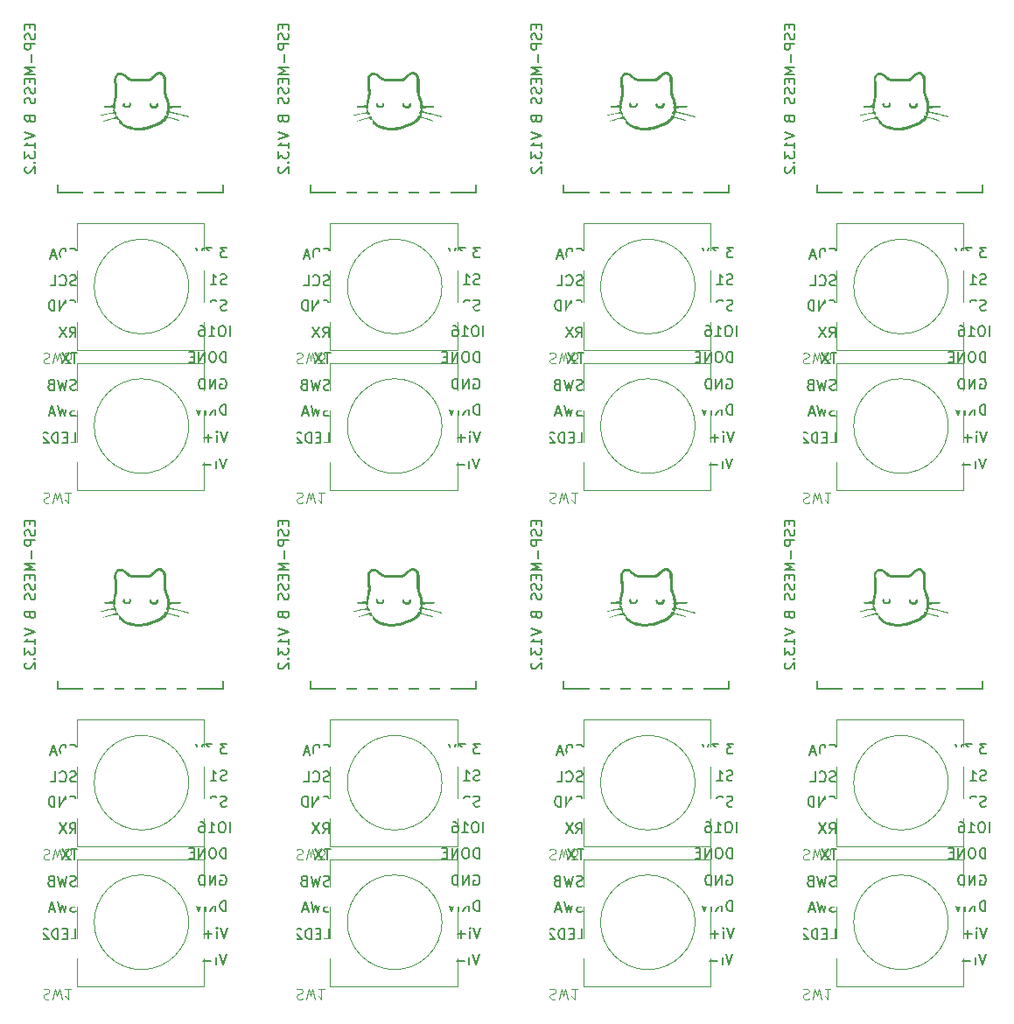
<source format=gbo>
G04 #@! TF.GenerationSoftware,KiCad,Pcbnew,7.0.7*
G04 #@! TF.CreationDate,2024-02-29T14:06:03-05:00*
G04 #@! TF.ProjectId,panelized,70616e65-6c69-47a6-9564-2e6b69636164,rev?*
G04 #@! TF.SameCoordinates,Original*
G04 #@! TF.FileFunction,Legend,Bot*
G04 #@! TF.FilePolarity,Positive*
%FSLAX46Y46*%
G04 Gerber Fmt 4.6, Leading zero omitted, Abs format (unit mm)*
G04 Created by KiCad (PCBNEW 7.0.7) date 2024-02-29 14:06:03*
%MOMM*%
%LPD*%
G01*
G04 APERTURE LIST*
%ADD10C,0.150000*%
%ADD11C,0.100000*%
%ADD12C,0.120000*%
%ADD13C,0.152400*%
%ADD14O,3.048000X1.850000*%
%ADD15R,2.500000X1.100000*%
%ADD16R,1.100000X2.500000*%
%ADD17R,1.700000X1.700000*%
%ADD18O,1.700000X1.700000*%
G04 APERTURE END LIST*
D10*
X120613220Y-52669819D02*
X120613220Y-51669819D01*
X119946554Y-51669819D02*
X119756078Y-51669819D01*
X119756078Y-51669819D02*
X119660840Y-51717438D01*
X119660840Y-51717438D02*
X119565602Y-51812676D01*
X119565602Y-51812676D02*
X119517983Y-52003152D01*
X119517983Y-52003152D02*
X119517983Y-52336485D01*
X119517983Y-52336485D02*
X119565602Y-52526961D01*
X119565602Y-52526961D02*
X119660840Y-52622200D01*
X119660840Y-52622200D02*
X119756078Y-52669819D01*
X119756078Y-52669819D02*
X119946554Y-52669819D01*
X119946554Y-52669819D02*
X120041792Y-52622200D01*
X120041792Y-52622200D02*
X120137030Y-52526961D01*
X120137030Y-52526961D02*
X120184649Y-52336485D01*
X120184649Y-52336485D02*
X120184649Y-52003152D01*
X120184649Y-52003152D02*
X120137030Y-51812676D01*
X120137030Y-51812676D02*
X120041792Y-51717438D01*
X120041792Y-51717438D02*
X119946554Y-51669819D01*
X118565602Y-52669819D02*
X119137030Y-52669819D01*
X118851316Y-52669819D02*
X118851316Y-51669819D01*
X118851316Y-51669819D02*
X118946554Y-51812676D01*
X118946554Y-51812676D02*
X119041792Y-51907914D01*
X119041792Y-51907914D02*
X119137030Y-51955533D01*
X117708459Y-51669819D02*
X117898935Y-51669819D01*
X117898935Y-51669819D02*
X117994173Y-51717438D01*
X117994173Y-51717438D02*
X118041792Y-51765057D01*
X118041792Y-51765057D02*
X118137030Y-51907914D01*
X118137030Y-51907914D02*
X118184649Y-52098390D01*
X118184649Y-52098390D02*
X118184649Y-52479342D01*
X118184649Y-52479342D02*
X118137030Y-52574580D01*
X118137030Y-52574580D02*
X118089411Y-52622200D01*
X118089411Y-52622200D02*
X117994173Y-52669819D01*
X117994173Y-52669819D02*
X117803697Y-52669819D01*
X117803697Y-52669819D02*
X117708459Y-52622200D01*
X117708459Y-52622200D02*
X117660840Y-52574580D01*
X117660840Y-52574580D02*
X117613221Y-52479342D01*
X117613221Y-52479342D02*
X117613221Y-52241247D01*
X117613221Y-52241247D02*
X117660840Y-52146009D01*
X117660840Y-52146009D02*
X117708459Y-52098390D01*
X117708459Y-52098390D02*
X117803697Y-52050771D01*
X117803697Y-52050771D02*
X117994173Y-52050771D01*
X117994173Y-52050771D02*
X118089411Y-52098390D01*
X118089411Y-52098390D02*
X118137030Y-52146009D01*
X118137030Y-52146009D02*
X118184649Y-52241247D01*
X178656077Y-97217438D02*
X178751315Y-97169819D01*
X178751315Y-97169819D02*
X178894172Y-97169819D01*
X178894172Y-97169819D02*
X179037029Y-97217438D01*
X179037029Y-97217438D02*
X179132267Y-97312676D01*
X179132267Y-97312676D02*
X179179886Y-97407914D01*
X179179886Y-97407914D02*
X179227505Y-97598390D01*
X179227505Y-97598390D02*
X179227505Y-97741247D01*
X179227505Y-97741247D02*
X179179886Y-97931723D01*
X179179886Y-97931723D02*
X179132267Y-98026961D01*
X179132267Y-98026961D02*
X179037029Y-98122200D01*
X179037029Y-98122200D02*
X178894172Y-98169819D01*
X178894172Y-98169819D02*
X178798934Y-98169819D01*
X178798934Y-98169819D02*
X178656077Y-98122200D01*
X178656077Y-98122200D02*
X178608458Y-98074580D01*
X178608458Y-98074580D02*
X178608458Y-97741247D01*
X178608458Y-97741247D02*
X178798934Y-97741247D01*
X178179886Y-98169819D02*
X178179886Y-97169819D01*
X178179886Y-97169819D02*
X177608458Y-98169819D01*
X177608458Y-98169819D02*
X177608458Y-97169819D01*
X177132267Y-98169819D02*
X177132267Y-97169819D01*
X177132267Y-97169819D02*
X176894172Y-97169819D01*
X176894172Y-97169819D02*
X176751315Y-97217438D01*
X176751315Y-97217438D02*
X176656077Y-97312676D01*
X176656077Y-97312676D02*
X176608458Y-97407914D01*
X176608458Y-97407914D02*
X176560839Y-97598390D01*
X176560839Y-97598390D02*
X176560839Y-97741247D01*
X176560839Y-97741247D02*
X176608458Y-97931723D01*
X176608458Y-97931723D02*
X176656077Y-98026961D01*
X176656077Y-98026961D02*
X176751315Y-98122200D01*
X176751315Y-98122200D02*
X176894172Y-98169819D01*
X176894172Y-98169819D02*
X177132267Y-98169819D01*
X193713220Y-60269819D02*
X193713220Y-59269819D01*
X193713220Y-59269819D02*
X193475125Y-59269819D01*
X193475125Y-59269819D02*
X193332268Y-59317438D01*
X193332268Y-59317438D02*
X193237030Y-59412676D01*
X193237030Y-59412676D02*
X193189411Y-59507914D01*
X193189411Y-59507914D02*
X193141792Y-59698390D01*
X193141792Y-59698390D02*
X193141792Y-59841247D01*
X193141792Y-59841247D02*
X193189411Y-60031723D01*
X193189411Y-60031723D02*
X193237030Y-60126961D01*
X193237030Y-60126961D02*
X193332268Y-60222200D01*
X193332268Y-60222200D02*
X193475125Y-60269819D01*
X193475125Y-60269819D02*
X193713220Y-60269819D01*
X192141792Y-60269819D02*
X192475125Y-59793628D01*
X192713220Y-60269819D02*
X192713220Y-59269819D01*
X192713220Y-59269819D02*
X192332268Y-59269819D01*
X192332268Y-59269819D02*
X192237030Y-59317438D01*
X192237030Y-59317438D02*
X192189411Y-59365057D01*
X192189411Y-59365057D02*
X192141792Y-59460295D01*
X192141792Y-59460295D02*
X192141792Y-59603152D01*
X192141792Y-59603152D02*
X192189411Y-59698390D01*
X192189411Y-59698390D02*
X192237030Y-59746009D01*
X192237030Y-59746009D02*
X192332268Y-59793628D01*
X192332268Y-59793628D02*
X192713220Y-59793628D01*
X191713220Y-60269819D02*
X191713220Y-59269819D01*
X191379887Y-59269819D02*
X191046554Y-60269819D01*
X191046554Y-60269819D02*
X190713221Y-59269819D01*
X169213220Y-55169819D02*
X169213220Y-54169819D01*
X169213220Y-54169819D02*
X168975125Y-54169819D01*
X168975125Y-54169819D02*
X168832268Y-54217438D01*
X168832268Y-54217438D02*
X168737030Y-54312676D01*
X168737030Y-54312676D02*
X168689411Y-54407914D01*
X168689411Y-54407914D02*
X168641792Y-54598390D01*
X168641792Y-54598390D02*
X168641792Y-54741247D01*
X168641792Y-54741247D02*
X168689411Y-54931723D01*
X168689411Y-54931723D02*
X168737030Y-55026961D01*
X168737030Y-55026961D02*
X168832268Y-55122200D01*
X168832268Y-55122200D02*
X168975125Y-55169819D01*
X168975125Y-55169819D02*
X169213220Y-55169819D01*
X168022744Y-54169819D02*
X167832268Y-54169819D01*
X167832268Y-54169819D02*
X167737030Y-54217438D01*
X167737030Y-54217438D02*
X167641792Y-54312676D01*
X167641792Y-54312676D02*
X167594173Y-54503152D01*
X167594173Y-54503152D02*
X167594173Y-54836485D01*
X167594173Y-54836485D02*
X167641792Y-55026961D01*
X167641792Y-55026961D02*
X167737030Y-55122200D01*
X167737030Y-55122200D02*
X167832268Y-55169819D01*
X167832268Y-55169819D02*
X168022744Y-55169819D01*
X168022744Y-55169819D02*
X168117982Y-55122200D01*
X168117982Y-55122200D02*
X168213220Y-55026961D01*
X168213220Y-55026961D02*
X168260839Y-54836485D01*
X168260839Y-54836485D02*
X168260839Y-54503152D01*
X168260839Y-54503152D02*
X168213220Y-54312676D01*
X168213220Y-54312676D02*
X168117982Y-54217438D01*
X168117982Y-54217438D02*
X168022744Y-54169819D01*
X167165601Y-55169819D02*
X167165601Y-54169819D01*
X167165601Y-54169819D02*
X166594173Y-55169819D01*
X166594173Y-55169819D02*
X166594173Y-54169819D01*
X166117982Y-54646009D02*
X165784649Y-54646009D01*
X165641792Y-55169819D02*
X166117982Y-55169819D01*
X166117982Y-55169819D02*
X166117982Y-54169819D01*
X166117982Y-54169819D02*
X165641792Y-54169819D01*
X120213220Y-108269819D02*
X120213220Y-107269819D01*
X120213220Y-107269819D02*
X119975125Y-107269819D01*
X119975125Y-107269819D02*
X119832268Y-107317438D01*
X119832268Y-107317438D02*
X119737030Y-107412676D01*
X119737030Y-107412676D02*
X119689411Y-107507914D01*
X119689411Y-107507914D02*
X119641792Y-107698390D01*
X119641792Y-107698390D02*
X119641792Y-107841247D01*
X119641792Y-107841247D02*
X119689411Y-108031723D01*
X119689411Y-108031723D02*
X119737030Y-108126961D01*
X119737030Y-108126961D02*
X119832268Y-108222200D01*
X119832268Y-108222200D02*
X119975125Y-108269819D01*
X119975125Y-108269819D02*
X120213220Y-108269819D01*
X118641792Y-108269819D02*
X118975125Y-107793628D01*
X119213220Y-108269819D02*
X119213220Y-107269819D01*
X119213220Y-107269819D02*
X118832268Y-107269819D01*
X118832268Y-107269819D02*
X118737030Y-107317438D01*
X118737030Y-107317438D02*
X118689411Y-107365057D01*
X118689411Y-107365057D02*
X118641792Y-107460295D01*
X118641792Y-107460295D02*
X118641792Y-107603152D01*
X118641792Y-107603152D02*
X118689411Y-107698390D01*
X118689411Y-107698390D02*
X118737030Y-107746009D01*
X118737030Y-107746009D02*
X118832268Y-107793628D01*
X118832268Y-107793628D02*
X119213220Y-107793628D01*
X118213220Y-108269819D02*
X118213220Y-107269819D01*
X117879887Y-107269819D02*
X117546554Y-108269819D01*
X117546554Y-108269819D02*
X117213221Y-107269819D01*
X179227505Y-45122200D02*
X179084648Y-45169819D01*
X179084648Y-45169819D02*
X178846553Y-45169819D01*
X178846553Y-45169819D02*
X178751315Y-45122200D01*
X178751315Y-45122200D02*
X178703696Y-45074580D01*
X178703696Y-45074580D02*
X178656077Y-44979342D01*
X178656077Y-44979342D02*
X178656077Y-44884104D01*
X178656077Y-44884104D02*
X178703696Y-44788866D01*
X178703696Y-44788866D02*
X178751315Y-44741247D01*
X178751315Y-44741247D02*
X178846553Y-44693628D01*
X178846553Y-44693628D02*
X179037029Y-44646009D01*
X179037029Y-44646009D02*
X179132267Y-44598390D01*
X179132267Y-44598390D02*
X179179886Y-44550771D01*
X179179886Y-44550771D02*
X179227505Y-44455533D01*
X179227505Y-44455533D02*
X179227505Y-44360295D01*
X179227505Y-44360295D02*
X179179886Y-44265057D01*
X179179886Y-44265057D02*
X179132267Y-44217438D01*
X179132267Y-44217438D02*
X179037029Y-44169819D01*
X179037029Y-44169819D02*
X178798934Y-44169819D01*
X178798934Y-44169819D02*
X178656077Y-44217438D01*
X178227505Y-45169819D02*
X178227505Y-44169819D01*
X178227505Y-44169819D02*
X177989410Y-44169819D01*
X177989410Y-44169819D02*
X177846553Y-44217438D01*
X177846553Y-44217438D02*
X177751315Y-44312676D01*
X177751315Y-44312676D02*
X177703696Y-44407914D01*
X177703696Y-44407914D02*
X177656077Y-44598390D01*
X177656077Y-44598390D02*
X177656077Y-44741247D01*
X177656077Y-44741247D02*
X177703696Y-44931723D01*
X177703696Y-44931723D02*
X177751315Y-45026961D01*
X177751315Y-45026961D02*
X177846553Y-45122200D01*
X177846553Y-45122200D02*
X177989410Y-45169819D01*
X177989410Y-45169819D02*
X178227505Y-45169819D01*
X177275124Y-44884104D02*
X176798934Y-44884104D01*
X177370362Y-45169819D02*
X177037029Y-44169819D01*
X177037029Y-44169819D02*
X176703696Y-45169819D01*
X130227505Y-95722200D02*
X130084648Y-95769819D01*
X130084648Y-95769819D02*
X129846553Y-95769819D01*
X129846553Y-95769819D02*
X129751315Y-95722200D01*
X129751315Y-95722200D02*
X129703696Y-95674580D01*
X129703696Y-95674580D02*
X129656077Y-95579342D01*
X129656077Y-95579342D02*
X129656077Y-95484104D01*
X129656077Y-95484104D02*
X129703696Y-95388866D01*
X129703696Y-95388866D02*
X129751315Y-95341247D01*
X129751315Y-95341247D02*
X129846553Y-95293628D01*
X129846553Y-95293628D02*
X130037029Y-95246009D01*
X130037029Y-95246009D02*
X130132267Y-95198390D01*
X130132267Y-95198390D02*
X130179886Y-95150771D01*
X130179886Y-95150771D02*
X130227505Y-95055533D01*
X130227505Y-95055533D02*
X130227505Y-94960295D01*
X130227505Y-94960295D02*
X130179886Y-94865057D01*
X130179886Y-94865057D02*
X130132267Y-94817438D01*
X130132267Y-94817438D02*
X130037029Y-94769819D01*
X130037029Y-94769819D02*
X129798934Y-94769819D01*
X129798934Y-94769819D02*
X129656077Y-94817438D01*
X128656077Y-95674580D02*
X128703696Y-95722200D01*
X128703696Y-95722200D02*
X128846553Y-95769819D01*
X128846553Y-95769819D02*
X128941791Y-95769819D01*
X128941791Y-95769819D02*
X129084648Y-95722200D01*
X129084648Y-95722200D02*
X129179886Y-95626961D01*
X129179886Y-95626961D02*
X129227505Y-95531723D01*
X129227505Y-95531723D02*
X129275124Y-95341247D01*
X129275124Y-95341247D02*
X129275124Y-95198390D01*
X129275124Y-95198390D02*
X129227505Y-95007914D01*
X129227505Y-95007914D02*
X129179886Y-94912676D01*
X129179886Y-94912676D02*
X129084648Y-94817438D01*
X129084648Y-94817438D02*
X128941791Y-94769819D01*
X128941791Y-94769819D02*
X128846553Y-94769819D01*
X128846553Y-94769819D02*
X128703696Y-94817438D01*
X128703696Y-94817438D02*
X128656077Y-94865057D01*
X127751315Y-95769819D02*
X128227505Y-95769819D01*
X128227505Y-95769819D02*
X128227505Y-94769819D01*
X169308458Y-92069819D02*
X168689411Y-92069819D01*
X168689411Y-92069819D02*
X169022744Y-92450771D01*
X169022744Y-92450771D02*
X168879887Y-92450771D01*
X168879887Y-92450771D02*
X168784649Y-92498390D01*
X168784649Y-92498390D02*
X168737030Y-92546009D01*
X168737030Y-92546009D02*
X168689411Y-92641247D01*
X168689411Y-92641247D02*
X168689411Y-92879342D01*
X168689411Y-92879342D02*
X168737030Y-92974580D01*
X168737030Y-92974580D02*
X168784649Y-93022200D01*
X168784649Y-93022200D02*
X168879887Y-93069819D01*
X168879887Y-93069819D02*
X169165601Y-93069819D01*
X169165601Y-93069819D02*
X169260839Y-93022200D01*
X169260839Y-93022200D02*
X169308458Y-92974580D01*
X168260839Y-92974580D02*
X168213220Y-93022200D01*
X168213220Y-93022200D02*
X168260839Y-93069819D01*
X168260839Y-93069819D02*
X168308458Y-93022200D01*
X168308458Y-93022200D02*
X168260839Y-92974580D01*
X168260839Y-92974580D02*
X168260839Y-93069819D01*
X167879887Y-92069819D02*
X167260840Y-92069819D01*
X167260840Y-92069819D02*
X167594173Y-92450771D01*
X167594173Y-92450771D02*
X167451316Y-92450771D01*
X167451316Y-92450771D02*
X167356078Y-92498390D01*
X167356078Y-92498390D02*
X167308459Y-92546009D01*
X167308459Y-92546009D02*
X167260840Y-92641247D01*
X167260840Y-92641247D02*
X167260840Y-92879342D01*
X167260840Y-92879342D02*
X167308459Y-92974580D01*
X167308459Y-92974580D02*
X167356078Y-93022200D01*
X167356078Y-93022200D02*
X167451316Y-93069819D01*
X167451316Y-93069819D02*
X167737030Y-93069819D01*
X167737030Y-93069819D02*
X167832268Y-93022200D01*
X167832268Y-93022200D02*
X167879887Y-92974580D01*
X166975125Y-92069819D02*
X166641792Y-93069819D01*
X166641792Y-93069819D02*
X166308459Y-92069819D01*
X105822743Y-54269819D02*
X105251315Y-54269819D01*
X105537029Y-55269819D02*
X105537029Y-54269819D01*
X105013219Y-54269819D02*
X104346553Y-55269819D01*
X104346553Y-54269819D02*
X105013219Y-55269819D01*
X179227505Y-57822200D02*
X179084648Y-57869819D01*
X179084648Y-57869819D02*
X178846553Y-57869819D01*
X178846553Y-57869819D02*
X178751315Y-57822200D01*
X178751315Y-57822200D02*
X178703696Y-57774580D01*
X178703696Y-57774580D02*
X178656077Y-57679342D01*
X178656077Y-57679342D02*
X178656077Y-57584104D01*
X178656077Y-57584104D02*
X178703696Y-57488866D01*
X178703696Y-57488866D02*
X178751315Y-57441247D01*
X178751315Y-57441247D02*
X178846553Y-57393628D01*
X178846553Y-57393628D02*
X179037029Y-57346009D01*
X179037029Y-57346009D02*
X179132267Y-57298390D01*
X179132267Y-57298390D02*
X179179886Y-57250771D01*
X179179886Y-57250771D02*
X179227505Y-57155533D01*
X179227505Y-57155533D02*
X179227505Y-57060295D01*
X179227505Y-57060295D02*
X179179886Y-56965057D01*
X179179886Y-56965057D02*
X179132267Y-56917438D01*
X179132267Y-56917438D02*
X179037029Y-56869819D01*
X179037029Y-56869819D02*
X178798934Y-56869819D01*
X178798934Y-56869819D02*
X178656077Y-56917438D01*
X178322743Y-56869819D02*
X178084648Y-57869819D01*
X178084648Y-57869819D02*
X177894172Y-57155533D01*
X177894172Y-57155533D02*
X177703696Y-57869819D01*
X177703696Y-57869819D02*
X177465601Y-56869819D01*
X176751315Y-57346009D02*
X176608458Y-57393628D01*
X176608458Y-57393628D02*
X176560839Y-57441247D01*
X176560839Y-57441247D02*
X176513220Y-57536485D01*
X176513220Y-57536485D02*
X176513220Y-57679342D01*
X176513220Y-57679342D02*
X176560839Y-57774580D01*
X176560839Y-57774580D02*
X176608458Y-57822200D01*
X176608458Y-57822200D02*
X176703696Y-57869819D01*
X176703696Y-57869819D02*
X177084648Y-57869819D01*
X177084648Y-57869819D02*
X177084648Y-56869819D01*
X177084648Y-56869819D02*
X176751315Y-56869819D01*
X176751315Y-56869819D02*
X176656077Y-56917438D01*
X176656077Y-56917438D02*
X176608458Y-56965057D01*
X176608458Y-56965057D02*
X176560839Y-57060295D01*
X176560839Y-57060295D02*
X176560839Y-57155533D01*
X176560839Y-57155533D02*
X176608458Y-57250771D01*
X176608458Y-57250771D02*
X176656077Y-57298390D01*
X176656077Y-57298390D02*
X176751315Y-57346009D01*
X176751315Y-57346009D02*
X177084648Y-57346009D01*
X129703696Y-110969819D02*
X130179886Y-110969819D01*
X130179886Y-110969819D02*
X130179886Y-109969819D01*
X129370362Y-110446009D02*
X129037029Y-110446009D01*
X128894172Y-110969819D02*
X129370362Y-110969819D01*
X129370362Y-110969819D02*
X129370362Y-109969819D01*
X129370362Y-109969819D02*
X128894172Y-109969819D01*
X128465600Y-110969819D02*
X128465600Y-109969819D01*
X128465600Y-109969819D02*
X128227505Y-109969819D01*
X128227505Y-109969819D02*
X128084648Y-110017438D01*
X128084648Y-110017438D02*
X127989410Y-110112676D01*
X127989410Y-110112676D02*
X127941791Y-110207914D01*
X127941791Y-110207914D02*
X127894172Y-110398390D01*
X127894172Y-110398390D02*
X127894172Y-110541247D01*
X127894172Y-110541247D02*
X127941791Y-110731723D01*
X127941791Y-110731723D02*
X127989410Y-110826961D01*
X127989410Y-110826961D02*
X128084648Y-110922200D01*
X128084648Y-110922200D02*
X128227505Y-110969819D01*
X128227505Y-110969819D02*
X128465600Y-110969819D01*
X127513219Y-110065057D02*
X127465600Y-110017438D01*
X127465600Y-110017438D02*
X127370362Y-109969819D01*
X127370362Y-109969819D02*
X127132267Y-109969819D01*
X127132267Y-109969819D02*
X127037029Y-110017438D01*
X127037029Y-110017438D02*
X126989410Y-110065057D01*
X126989410Y-110065057D02*
X126941791Y-110160295D01*
X126941791Y-110160295D02*
X126941791Y-110255533D01*
X126941791Y-110255533D02*
X126989410Y-110398390D01*
X126989410Y-110398390D02*
X127560838Y-110969819D01*
X127560838Y-110969819D02*
X126941791Y-110969819D01*
X130227505Y-57822200D02*
X130084648Y-57869819D01*
X130084648Y-57869819D02*
X129846553Y-57869819D01*
X129846553Y-57869819D02*
X129751315Y-57822200D01*
X129751315Y-57822200D02*
X129703696Y-57774580D01*
X129703696Y-57774580D02*
X129656077Y-57679342D01*
X129656077Y-57679342D02*
X129656077Y-57584104D01*
X129656077Y-57584104D02*
X129703696Y-57488866D01*
X129703696Y-57488866D02*
X129751315Y-57441247D01*
X129751315Y-57441247D02*
X129846553Y-57393628D01*
X129846553Y-57393628D02*
X130037029Y-57346009D01*
X130037029Y-57346009D02*
X130132267Y-57298390D01*
X130132267Y-57298390D02*
X130179886Y-57250771D01*
X130179886Y-57250771D02*
X130227505Y-57155533D01*
X130227505Y-57155533D02*
X130227505Y-57060295D01*
X130227505Y-57060295D02*
X130179886Y-56965057D01*
X130179886Y-56965057D02*
X130132267Y-56917438D01*
X130132267Y-56917438D02*
X130037029Y-56869819D01*
X130037029Y-56869819D02*
X129798934Y-56869819D01*
X129798934Y-56869819D02*
X129656077Y-56917438D01*
X129322743Y-56869819D02*
X129084648Y-57869819D01*
X129084648Y-57869819D02*
X128894172Y-57155533D01*
X128894172Y-57155533D02*
X128703696Y-57869819D01*
X128703696Y-57869819D02*
X128465601Y-56869819D01*
X127751315Y-57346009D02*
X127608458Y-57393628D01*
X127608458Y-57393628D02*
X127560839Y-57441247D01*
X127560839Y-57441247D02*
X127513220Y-57536485D01*
X127513220Y-57536485D02*
X127513220Y-57679342D01*
X127513220Y-57679342D02*
X127560839Y-57774580D01*
X127560839Y-57774580D02*
X127608458Y-57822200D01*
X127608458Y-57822200D02*
X127703696Y-57869819D01*
X127703696Y-57869819D02*
X128084648Y-57869819D01*
X128084648Y-57869819D02*
X128084648Y-56869819D01*
X128084648Y-56869819D02*
X127751315Y-56869819D01*
X127751315Y-56869819D02*
X127656077Y-56917438D01*
X127656077Y-56917438D02*
X127608458Y-56965057D01*
X127608458Y-56965057D02*
X127560839Y-57060295D01*
X127560839Y-57060295D02*
X127560839Y-57155533D01*
X127560839Y-57155533D02*
X127608458Y-57250771D01*
X127608458Y-57250771D02*
X127656077Y-57298390D01*
X127656077Y-57298390D02*
X127751315Y-57346009D01*
X127751315Y-57346009D02*
X128084648Y-57346009D01*
X169256077Y-64469819D02*
X168922744Y-65469819D01*
X168922744Y-65469819D02*
X168589411Y-64469819D01*
X168256077Y-65469819D02*
X168256077Y-64803152D01*
X168256077Y-64469819D02*
X168303696Y-64517438D01*
X168303696Y-64517438D02*
X168256077Y-64565057D01*
X168256077Y-64565057D02*
X168208458Y-64517438D01*
X168208458Y-64517438D02*
X168256077Y-64469819D01*
X168256077Y-64469819D02*
X168256077Y-64565057D01*
X167779887Y-65088866D02*
X167017983Y-65088866D01*
X154822743Y-54269819D02*
X154251315Y-54269819D01*
X154537029Y-55269819D02*
X154537029Y-54269819D01*
X154013219Y-54269819D02*
X153346553Y-55269819D01*
X153346553Y-54269819D02*
X154013219Y-55269819D01*
X154727505Y-108322200D02*
X154584648Y-108369819D01*
X154584648Y-108369819D02*
X154346553Y-108369819D01*
X154346553Y-108369819D02*
X154251315Y-108322200D01*
X154251315Y-108322200D02*
X154203696Y-108274580D01*
X154203696Y-108274580D02*
X154156077Y-108179342D01*
X154156077Y-108179342D02*
X154156077Y-108084104D01*
X154156077Y-108084104D02*
X154203696Y-107988866D01*
X154203696Y-107988866D02*
X154251315Y-107941247D01*
X154251315Y-107941247D02*
X154346553Y-107893628D01*
X154346553Y-107893628D02*
X154537029Y-107846009D01*
X154537029Y-107846009D02*
X154632267Y-107798390D01*
X154632267Y-107798390D02*
X154679886Y-107750771D01*
X154679886Y-107750771D02*
X154727505Y-107655533D01*
X154727505Y-107655533D02*
X154727505Y-107560295D01*
X154727505Y-107560295D02*
X154679886Y-107465057D01*
X154679886Y-107465057D02*
X154632267Y-107417438D01*
X154632267Y-107417438D02*
X154537029Y-107369819D01*
X154537029Y-107369819D02*
X154298934Y-107369819D01*
X154298934Y-107369819D02*
X154156077Y-107417438D01*
X153822743Y-107369819D02*
X153584648Y-108369819D01*
X153584648Y-108369819D02*
X153394172Y-107655533D01*
X153394172Y-107655533D02*
X153203696Y-108369819D01*
X153203696Y-108369819D02*
X152965601Y-107369819D01*
X152632267Y-108084104D02*
X152156077Y-108084104D01*
X152727505Y-108369819D02*
X152394172Y-107369819D01*
X152394172Y-107369819D02*
X152060839Y-108369819D01*
X193856077Y-109869819D02*
X193522744Y-110869819D01*
X193522744Y-110869819D02*
X193189411Y-109869819D01*
X192856077Y-110869819D02*
X192856077Y-110203152D01*
X192856077Y-109869819D02*
X192903696Y-109917438D01*
X192903696Y-109917438D02*
X192856077Y-109965057D01*
X192856077Y-109965057D02*
X192808458Y-109917438D01*
X192808458Y-109917438D02*
X192856077Y-109869819D01*
X192856077Y-109869819D02*
X192856077Y-109965057D01*
X192379887Y-110488866D02*
X191617983Y-110488866D01*
X191998935Y-110869819D02*
X191998935Y-110107914D01*
X120356077Y-109869819D02*
X120022744Y-110869819D01*
X120022744Y-110869819D02*
X119689411Y-109869819D01*
X119356077Y-110869819D02*
X119356077Y-110203152D01*
X119356077Y-109869819D02*
X119403696Y-109917438D01*
X119403696Y-109917438D02*
X119356077Y-109965057D01*
X119356077Y-109965057D02*
X119308458Y-109917438D01*
X119308458Y-109917438D02*
X119356077Y-109869819D01*
X119356077Y-109869819D02*
X119356077Y-109965057D01*
X118879887Y-110488866D02*
X118117983Y-110488866D01*
X118498935Y-110869819D02*
X118498935Y-110107914D01*
X144713220Y-103169819D02*
X144713220Y-102169819D01*
X144713220Y-102169819D02*
X144475125Y-102169819D01*
X144475125Y-102169819D02*
X144332268Y-102217438D01*
X144332268Y-102217438D02*
X144237030Y-102312676D01*
X144237030Y-102312676D02*
X144189411Y-102407914D01*
X144189411Y-102407914D02*
X144141792Y-102598390D01*
X144141792Y-102598390D02*
X144141792Y-102741247D01*
X144141792Y-102741247D02*
X144189411Y-102931723D01*
X144189411Y-102931723D02*
X144237030Y-103026961D01*
X144237030Y-103026961D02*
X144332268Y-103122200D01*
X144332268Y-103122200D02*
X144475125Y-103169819D01*
X144475125Y-103169819D02*
X144713220Y-103169819D01*
X143522744Y-102169819D02*
X143332268Y-102169819D01*
X143332268Y-102169819D02*
X143237030Y-102217438D01*
X143237030Y-102217438D02*
X143141792Y-102312676D01*
X143141792Y-102312676D02*
X143094173Y-102503152D01*
X143094173Y-102503152D02*
X143094173Y-102836485D01*
X143094173Y-102836485D02*
X143141792Y-103026961D01*
X143141792Y-103026961D02*
X143237030Y-103122200D01*
X143237030Y-103122200D02*
X143332268Y-103169819D01*
X143332268Y-103169819D02*
X143522744Y-103169819D01*
X143522744Y-103169819D02*
X143617982Y-103122200D01*
X143617982Y-103122200D02*
X143713220Y-103026961D01*
X143713220Y-103026961D02*
X143760839Y-102836485D01*
X143760839Y-102836485D02*
X143760839Y-102503152D01*
X143760839Y-102503152D02*
X143713220Y-102312676D01*
X143713220Y-102312676D02*
X143617982Y-102217438D01*
X143617982Y-102217438D02*
X143522744Y-102169819D01*
X142665601Y-103169819D02*
X142665601Y-102169819D01*
X142665601Y-102169819D02*
X142094173Y-103169819D01*
X142094173Y-103169819D02*
X142094173Y-102169819D01*
X141617982Y-102646009D02*
X141284649Y-102646009D01*
X141141792Y-103169819D02*
X141617982Y-103169819D01*
X141617982Y-103169819D02*
X141617982Y-102169819D01*
X141617982Y-102169819D02*
X141141792Y-102169819D01*
X169260839Y-95622200D02*
X169117982Y-95669819D01*
X169117982Y-95669819D02*
X168879887Y-95669819D01*
X168879887Y-95669819D02*
X168784649Y-95622200D01*
X168784649Y-95622200D02*
X168737030Y-95574580D01*
X168737030Y-95574580D02*
X168689411Y-95479342D01*
X168689411Y-95479342D02*
X168689411Y-95384104D01*
X168689411Y-95384104D02*
X168737030Y-95288866D01*
X168737030Y-95288866D02*
X168784649Y-95241247D01*
X168784649Y-95241247D02*
X168879887Y-95193628D01*
X168879887Y-95193628D02*
X169070363Y-95146009D01*
X169070363Y-95146009D02*
X169165601Y-95098390D01*
X169165601Y-95098390D02*
X169213220Y-95050771D01*
X169213220Y-95050771D02*
X169260839Y-94955533D01*
X169260839Y-94955533D02*
X169260839Y-94860295D01*
X169260839Y-94860295D02*
X169213220Y-94765057D01*
X169213220Y-94765057D02*
X169165601Y-94717438D01*
X169165601Y-94717438D02*
X169070363Y-94669819D01*
X169070363Y-94669819D02*
X168832268Y-94669819D01*
X168832268Y-94669819D02*
X168689411Y-94717438D01*
X167737030Y-95669819D02*
X168308458Y-95669819D01*
X168022744Y-95669819D02*
X168022744Y-94669819D01*
X168022744Y-94669819D02*
X168117982Y-94812676D01*
X168117982Y-94812676D02*
X168213220Y-94907914D01*
X168213220Y-94907914D02*
X168308458Y-94955533D01*
X154156077Y-49217438D02*
X154251315Y-49169819D01*
X154251315Y-49169819D02*
X154394172Y-49169819D01*
X154394172Y-49169819D02*
X154537029Y-49217438D01*
X154537029Y-49217438D02*
X154632267Y-49312676D01*
X154632267Y-49312676D02*
X154679886Y-49407914D01*
X154679886Y-49407914D02*
X154727505Y-49598390D01*
X154727505Y-49598390D02*
X154727505Y-49741247D01*
X154727505Y-49741247D02*
X154679886Y-49931723D01*
X154679886Y-49931723D02*
X154632267Y-50026961D01*
X154632267Y-50026961D02*
X154537029Y-50122200D01*
X154537029Y-50122200D02*
X154394172Y-50169819D01*
X154394172Y-50169819D02*
X154298934Y-50169819D01*
X154298934Y-50169819D02*
X154156077Y-50122200D01*
X154156077Y-50122200D02*
X154108458Y-50074580D01*
X154108458Y-50074580D02*
X154108458Y-49741247D01*
X154108458Y-49741247D02*
X154298934Y-49741247D01*
X153679886Y-50169819D02*
X153679886Y-49169819D01*
X153679886Y-49169819D02*
X153108458Y-50169819D01*
X153108458Y-50169819D02*
X153108458Y-49169819D01*
X152632267Y-50169819D02*
X152632267Y-49169819D01*
X152632267Y-49169819D02*
X152394172Y-49169819D01*
X152394172Y-49169819D02*
X152251315Y-49217438D01*
X152251315Y-49217438D02*
X152156077Y-49312676D01*
X152156077Y-49312676D02*
X152108458Y-49407914D01*
X152108458Y-49407914D02*
X152060839Y-49598390D01*
X152060839Y-49598390D02*
X152060839Y-49741247D01*
X152060839Y-49741247D02*
X152108458Y-49931723D01*
X152108458Y-49931723D02*
X152156077Y-50026961D01*
X152156077Y-50026961D02*
X152251315Y-50122200D01*
X152251315Y-50122200D02*
X152394172Y-50169819D01*
X152394172Y-50169819D02*
X152632267Y-50169819D01*
X105156077Y-49217438D02*
X105251315Y-49169819D01*
X105251315Y-49169819D02*
X105394172Y-49169819D01*
X105394172Y-49169819D02*
X105537029Y-49217438D01*
X105537029Y-49217438D02*
X105632267Y-49312676D01*
X105632267Y-49312676D02*
X105679886Y-49407914D01*
X105679886Y-49407914D02*
X105727505Y-49598390D01*
X105727505Y-49598390D02*
X105727505Y-49741247D01*
X105727505Y-49741247D02*
X105679886Y-49931723D01*
X105679886Y-49931723D02*
X105632267Y-50026961D01*
X105632267Y-50026961D02*
X105537029Y-50122200D01*
X105537029Y-50122200D02*
X105394172Y-50169819D01*
X105394172Y-50169819D02*
X105298934Y-50169819D01*
X105298934Y-50169819D02*
X105156077Y-50122200D01*
X105156077Y-50122200D02*
X105108458Y-50074580D01*
X105108458Y-50074580D02*
X105108458Y-49741247D01*
X105108458Y-49741247D02*
X105298934Y-49741247D01*
X104679886Y-50169819D02*
X104679886Y-49169819D01*
X104679886Y-49169819D02*
X104108458Y-50169819D01*
X104108458Y-50169819D02*
X104108458Y-49169819D01*
X103632267Y-50169819D02*
X103632267Y-49169819D01*
X103632267Y-49169819D02*
X103394172Y-49169819D01*
X103394172Y-49169819D02*
X103251315Y-49217438D01*
X103251315Y-49217438D02*
X103156077Y-49312676D01*
X103156077Y-49312676D02*
X103108458Y-49407914D01*
X103108458Y-49407914D02*
X103060839Y-49598390D01*
X103060839Y-49598390D02*
X103060839Y-49741247D01*
X103060839Y-49741247D02*
X103108458Y-49931723D01*
X103108458Y-49931723D02*
X103156077Y-50026961D01*
X103156077Y-50026961D02*
X103251315Y-50122200D01*
X103251315Y-50122200D02*
X103394172Y-50169819D01*
X103394172Y-50169819D02*
X103632267Y-50169819D01*
X193756077Y-112469819D02*
X193422744Y-113469819D01*
X193422744Y-113469819D02*
X193089411Y-112469819D01*
X192756077Y-113469819D02*
X192756077Y-112803152D01*
X192756077Y-112469819D02*
X192803696Y-112517438D01*
X192803696Y-112517438D02*
X192756077Y-112565057D01*
X192756077Y-112565057D02*
X192708458Y-112517438D01*
X192708458Y-112517438D02*
X192756077Y-112469819D01*
X192756077Y-112469819D02*
X192756077Y-112565057D01*
X192279887Y-113088866D02*
X191517983Y-113088866D01*
X168689411Y-104817438D02*
X168784649Y-104769819D01*
X168784649Y-104769819D02*
X168927506Y-104769819D01*
X168927506Y-104769819D02*
X169070363Y-104817438D01*
X169070363Y-104817438D02*
X169165601Y-104912676D01*
X169165601Y-104912676D02*
X169213220Y-105007914D01*
X169213220Y-105007914D02*
X169260839Y-105198390D01*
X169260839Y-105198390D02*
X169260839Y-105341247D01*
X169260839Y-105341247D02*
X169213220Y-105531723D01*
X169213220Y-105531723D02*
X169165601Y-105626961D01*
X169165601Y-105626961D02*
X169070363Y-105722200D01*
X169070363Y-105722200D02*
X168927506Y-105769819D01*
X168927506Y-105769819D02*
X168832268Y-105769819D01*
X168832268Y-105769819D02*
X168689411Y-105722200D01*
X168689411Y-105722200D02*
X168641792Y-105674580D01*
X168641792Y-105674580D02*
X168641792Y-105341247D01*
X168641792Y-105341247D02*
X168832268Y-105341247D01*
X168213220Y-105769819D02*
X168213220Y-104769819D01*
X168213220Y-104769819D02*
X167641792Y-105769819D01*
X167641792Y-105769819D02*
X167641792Y-104769819D01*
X167165601Y-105769819D02*
X167165601Y-104769819D01*
X167165601Y-104769819D02*
X166927506Y-104769819D01*
X166927506Y-104769819D02*
X166784649Y-104817438D01*
X166784649Y-104817438D02*
X166689411Y-104912676D01*
X166689411Y-104912676D02*
X166641792Y-105007914D01*
X166641792Y-105007914D02*
X166594173Y-105198390D01*
X166594173Y-105198390D02*
X166594173Y-105341247D01*
X166594173Y-105341247D02*
X166641792Y-105531723D01*
X166641792Y-105531723D02*
X166689411Y-105626961D01*
X166689411Y-105626961D02*
X166784649Y-105722200D01*
X166784649Y-105722200D02*
X166927506Y-105769819D01*
X166927506Y-105769819D02*
X167165601Y-105769819D01*
X105727505Y-105822200D02*
X105584648Y-105869819D01*
X105584648Y-105869819D02*
X105346553Y-105869819D01*
X105346553Y-105869819D02*
X105251315Y-105822200D01*
X105251315Y-105822200D02*
X105203696Y-105774580D01*
X105203696Y-105774580D02*
X105156077Y-105679342D01*
X105156077Y-105679342D02*
X105156077Y-105584104D01*
X105156077Y-105584104D02*
X105203696Y-105488866D01*
X105203696Y-105488866D02*
X105251315Y-105441247D01*
X105251315Y-105441247D02*
X105346553Y-105393628D01*
X105346553Y-105393628D02*
X105537029Y-105346009D01*
X105537029Y-105346009D02*
X105632267Y-105298390D01*
X105632267Y-105298390D02*
X105679886Y-105250771D01*
X105679886Y-105250771D02*
X105727505Y-105155533D01*
X105727505Y-105155533D02*
X105727505Y-105060295D01*
X105727505Y-105060295D02*
X105679886Y-104965057D01*
X105679886Y-104965057D02*
X105632267Y-104917438D01*
X105632267Y-104917438D02*
X105537029Y-104869819D01*
X105537029Y-104869819D02*
X105298934Y-104869819D01*
X105298934Y-104869819D02*
X105156077Y-104917438D01*
X104822743Y-104869819D02*
X104584648Y-105869819D01*
X104584648Y-105869819D02*
X104394172Y-105155533D01*
X104394172Y-105155533D02*
X104203696Y-105869819D01*
X104203696Y-105869819D02*
X103965601Y-104869819D01*
X103251315Y-105346009D02*
X103108458Y-105393628D01*
X103108458Y-105393628D02*
X103060839Y-105441247D01*
X103060839Y-105441247D02*
X103013220Y-105536485D01*
X103013220Y-105536485D02*
X103013220Y-105679342D01*
X103013220Y-105679342D02*
X103060839Y-105774580D01*
X103060839Y-105774580D02*
X103108458Y-105822200D01*
X103108458Y-105822200D02*
X103203696Y-105869819D01*
X103203696Y-105869819D02*
X103584648Y-105869819D01*
X103584648Y-105869819D02*
X103584648Y-104869819D01*
X103584648Y-104869819D02*
X103251315Y-104869819D01*
X103251315Y-104869819D02*
X103156077Y-104917438D01*
X103156077Y-104917438D02*
X103108458Y-104965057D01*
X103108458Y-104965057D02*
X103060839Y-105060295D01*
X103060839Y-105060295D02*
X103060839Y-105155533D01*
X103060839Y-105155533D02*
X103108458Y-105250771D01*
X103108458Y-105250771D02*
X103156077Y-105298390D01*
X103156077Y-105298390D02*
X103251315Y-105346009D01*
X103251315Y-105346009D02*
X103584648Y-105346009D01*
X120256077Y-112469819D02*
X119922744Y-113469819D01*
X119922744Y-113469819D02*
X119589411Y-112469819D01*
X119256077Y-113469819D02*
X119256077Y-112803152D01*
X119256077Y-112469819D02*
X119303696Y-112517438D01*
X119303696Y-112517438D02*
X119256077Y-112565057D01*
X119256077Y-112565057D02*
X119208458Y-112517438D01*
X119208458Y-112517438D02*
X119256077Y-112469819D01*
X119256077Y-112469819D02*
X119256077Y-112565057D01*
X118779887Y-113088866D02*
X118017983Y-113088866D01*
X144713220Y-108269819D02*
X144713220Y-107269819D01*
X144713220Y-107269819D02*
X144475125Y-107269819D01*
X144475125Y-107269819D02*
X144332268Y-107317438D01*
X144332268Y-107317438D02*
X144237030Y-107412676D01*
X144237030Y-107412676D02*
X144189411Y-107507914D01*
X144189411Y-107507914D02*
X144141792Y-107698390D01*
X144141792Y-107698390D02*
X144141792Y-107841247D01*
X144141792Y-107841247D02*
X144189411Y-108031723D01*
X144189411Y-108031723D02*
X144237030Y-108126961D01*
X144237030Y-108126961D02*
X144332268Y-108222200D01*
X144332268Y-108222200D02*
X144475125Y-108269819D01*
X144475125Y-108269819D02*
X144713220Y-108269819D01*
X143141792Y-108269819D02*
X143475125Y-107793628D01*
X143713220Y-108269819D02*
X143713220Y-107269819D01*
X143713220Y-107269819D02*
X143332268Y-107269819D01*
X143332268Y-107269819D02*
X143237030Y-107317438D01*
X143237030Y-107317438D02*
X143189411Y-107365057D01*
X143189411Y-107365057D02*
X143141792Y-107460295D01*
X143141792Y-107460295D02*
X143141792Y-107603152D01*
X143141792Y-107603152D02*
X143189411Y-107698390D01*
X143189411Y-107698390D02*
X143237030Y-107746009D01*
X143237030Y-107746009D02*
X143332268Y-107793628D01*
X143332268Y-107793628D02*
X143713220Y-107793628D01*
X142713220Y-108269819D02*
X142713220Y-107269819D01*
X142379887Y-107269819D02*
X142046554Y-108269819D01*
X142046554Y-108269819D02*
X141713221Y-107269819D01*
X105727505Y-60322200D02*
X105584648Y-60369819D01*
X105584648Y-60369819D02*
X105346553Y-60369819D01*
X105346553Y-60369819D02*
X105251315Y-60322200D01*
X105251315Y-60322200D02*
X105203696Y-60274580D01*
X105203696Y-60274580D02*
X105156077Y-60179342D01*
X105156077Y-60179342D02*
X105156077Y-60084104D01*
X105156077Y-60084104D02*
X105203696Y-59988866D01*
X105203696Y-59988866D02*
X105251315Y-59941247D01*
X105251315Y-59941247D02*
X105346553Y-59893628D01*
X105346553Y-59893628D02*
X105537029Y-59846009D01*
X105537029Y-59846009D02*
X105632267Y-59798390D01*
X105632267Y-59798390D02*
X105679886Y-59750771D01*
X105679886Y-59750771D02*
X105727505Y-59655533D01*
X105727505Y-59655533D02*
X105727505Y-59560295D01*
X105727505Y-59560295D02*
X105679886Y-59465057D01*
X105679886Y-59465057D02*
X105632267Y-59417438D01*
X105632267Y-59417438D02*
X105537029Y-59369819D01*
X105537029Y-59369819D02*
X105298934Y-59369819D01*
X105298934Y-59369819D02*
X105156077Y-59417438D01*
X104822743Y-59369819D02*
X104584648Y-60369819D01*
X104584648Y-60369819D02*
X104394172Y-59655533D01*
X104394172Y-59655533D02*
X104203696Y-60369819D01*
X104203696Y-60369819D02*
X103965601Y-59369819D01*
X103632267Y-60084104D02*
X103156077Y-60084104D01*
X103727505Y-60369819D02*
X103394172Y-59369819D01*
X103394172Y-59369819D02*
X103060839Y-60369819D01*
X130227505Y-45122200D02*
X130084648Y-45169819D01*
X130084648Y-45169819D02*
X129846553Y-45169819D01*
X129846553Y-45169819D02*
X129751315Y-45122200D01*
X129751315Y-45122200D02*
X129703696Y-45074580D01*
X129703696Y-45074580D02*
X129656077Y-44979342D01*
X129656077Y-44979342D02*
X129656077Y-44884104D01*
X129656077Y-44884104D02*
X129703696Y-44788866D01*
X129703696Y-44788866D02*
X129751315Y-44741247D01*
X129751315Y-44741247D02*
X129846553Y-44693628D01*
X129846553Y-44693628D02*
X130037029Y-44646009D01*
X130037029Y-44646009D02*
X130132267Y-44598390D01*
X130132267Y-44598390D02*
X130179886Y-44550771D01*
X130179886Y-44550771D02*
X130227505Y-44455533D01*
X130227505Y-44455533D02*
X130227505Y-44360295D01*
X130227505Y-44360295D02*
X130179886Y-44265057D01*
X130179886Y-44265057D02*
X130132267Y-44217438D01*
X130132267Y-44217438D02*
X130037029Y-44169819D01*
X130037029Y-44169819D02*
X129798934Y-44169819D01*
X129798934Y-44169819D02*
X129656077Y-44217438D01*
X129227505Y-45169819D02*
X129227505Y-44169819D01*
X129227505Y-44169819D02*
X128989410Y-44169819D01*
X128989410Y-44169819D02*
X128846553Y-44217438D01*
X128846553Y-44217438D02*
X128751315Y-44312676D01*
X128751315Y-44312676D02*
X128703696Y-44407914D01*
X128703696Y-44407914D02*
X128656077Y-44598390D01*
X128656077Y-44598390D02*
X128656077Y-44741247D01*
X128656077Y-44741247D02*
X128703696Y-44931723D01*
X128703696Y-44931723D02*
X128751315Y-45026961D01*
X128751315Y-45026961D02*
X128846553Y-45122200D01*
X128846553Y-45122200D02*
X128989410Y-45169819D01*
X128989410Y-45169819D02*
X129227505Y-45169819D01*
X128275124Y-44884104D02*
X127798934Y-44884104D01*
X128370362Y-45169819D02*
X128037029Y-44169819D01*
X128037029Y-44169819D02*
X127703696Y-45169819D01*
X154727505Y-95722200D02*
X154584648Y-95769819D01*
X154584648Y-95769819D02*
X154346553Y-95769819D01*
X154346553Y-95769819D02*
X154251315Y-95722200D01*
X154251315Y-95722200D02*
X154203696Y-95674580D01*
X154203696Y-95674580D02*
X154156077Y-95579342D01*
X154156077Y-95579342D02*
X154156077Y-95484104D01*
X154156077Y-95484104D02*
X154203696Y-95388866D01*
X154203696Y-95388866D02*
X154251315Y-95341247D01*
X154251315Y-95341247D02*
X154346553Y-95293628D01*
X154346553Y-95293628D02*
X154537029Y-95246009D01*
X154537029Y-95246009D02*
X154632267Y-95198390D01*
X154632267Y-95198390D02*
X154679886Y-95150771D01*
X154679886Y-95150771D02*
X154727505Y-95055533D01*
X154727505Y-95055533D02*
X154727505Y-94960295D01*
X154727505Y-94960295D02*
X154679886Y-94865057D01*
X154679886Y-94865057D02*
X154632267Y-94817438D01*
X154632267Y-94817438D02*
X154537029Y-94769819D01*
X154537029Y-94769819D02*
X154298934Y-94769819D01*
X154298934Y-94769819D02*
X154156077Y-94817438D01*
X153156077Y-95674580D02*
X153203696Y-95722200D01*
X153203696Y-95722200D02*
X153346553Y-95769819D01*
X153346553Y-95769819D02*
X153441791Y-95769819D01*
X153441791Y-95769819D02*
X153584648Y-95722200D01*
X153584648Y-95722200D02*
X153679886Y-95626961D01*
X153679886Y-95626961D02*
X153727505Y-95531723D01*
X153727505Y-95531723D02*
X153775124Y-95341247D01*
X153775124Y-95341247D02*
X153775124Y-95198390D01*
X153775124Y-95198390D02*
X153727505Y-95007914D01*
X153727505Y-95007914D02*
X153679886Y-94912676D01*
X153679886Y-94912676D02*
X153584648Y-94817438D01*
X153584648Y-94817438D02*
X153441791Y-94769819D01*
X153441791Y-94769819D02*
X153346553Y-94769819D01*
X153346553Y-94769819D02*
X153203696Y-94817438D01*
X153203696Y-94817438D02*
X153156077Y-94865057D01*
X152251315Y-95769819D02*
X152727505Y-95769819D01*
X152727505Y-95769819D02*
X152727505Y-94769819D01*
X144856077Y-109869819D02*
X144522744Y-110869819D01*
X144522744Y-110869819D02*
X144189411Y-109869819D01*
X143856077Y-110869819D02*
X143856077Y-110203152D01*
X143856077Y-109869819D02*
X143903696Y-109917438D01*
X143903696Y-109917438D02*
X143856077Y-109965057D01*
X143856077Y-109965057D02*
X143808458Y-109917438D01*
X143808458Y-109917438D02*
X143856077Y-109869819D01*
X143856077Y-109869819D02*
X143856077Y-109965057D01*
X143379887Y-110488866D02*
X142617983Y-110488866D01*
X142998935Y-110869819D02*
X142998935Y-110107914D01*
X101246009Y-70536779D02*
X101246009Y-70870112D01*
X101769819Y-71012969D02*
X101769819Y-70536779D01*
X101769819Y-70536779D02*
X100769819Y-70536779D01*
X100769819Y-70536779D02*
X100769819Y-71012969D01*
X101722200Y-71393922D02*
X101769819Y-71536779D01*
X101769819Y-71536779D02*
X101769819Y-71774874D01*
X101769819Y-71774874D02*
X101722200Y-71870112D01*
X101722200Y-71870112D02*
X101674580Y-71917731D01*
X101674580Y-71917731D02*
X101579342Y-71965350D01*
X101579342Y-71965350D02*
X101484104Y-71965350D01*
X101484104Y-71965350D02*
X101388866Y-71917731D01*
X101388866Y-71917731D02*
X101341247Y-71870112D01*
X101341247Y-71870112D02*
X101293628Y-71774874D01*
X101293628Y-71774874D02*
X101246009Y-71584398D01*
X101246009Y-71584398D02*
X101198390Y-71489160D01*
X101198390Y-71489160D02*
X101150771Y-71441541D01*
X101150771Y-71441541D02*
X101055533Y-71393922D01*
X101055533Y-71393922D02*
X100960295Y-71393922D01*
X100960295Y-71393922D02*
X100865057Y-71441541D01*
X100865057Y-71441541D02*
X100817438Y-71489160D01*
X100817438Y-71489160D02*
X100769819Y-71584398D01*
X100769819Y-71584398D02*
X100769819Y-71822493D01*
X100769819Y-71822493D02*
X100817438Y-71965350D01*
X101769819Y-72393922D02*
X100769819Y-72393922D01*
X100769819Y-72393922D02*
X100769819Y-72774874D01*
X100769819Y-72774874D02*
X100817438Y-72870112D01*
X100817438Y-72870112D02*
X100865057Y-72917731D01*
X100865057Y-72917731D02*
X100960295Y-72965350D01*
X100960295Y-72965350D02*
X101103152Y-72965350D01*
X101103152Y-72965350D02*
X101198390Y-72917731D01*
X101198390Y-72917731D02*
X101246009Y-72870112D01*
X101246009Y-72870112D02*
X101293628Y-72774874D01*
X101293628Y-72774874D02*
X101293628Y-72393922D01*
X101388866Y-73393922D02*
X101388866Y-74155827D01*
X101769819Y-74632017D02*
X100769819Y-74632017D01*
X100769819Y-74632017D02*
X101484104Y-74965350D01*
X101484104Y-74965350D02*
X100769819Y-75298683D01*
X100769819Y-75298683D02*
X101769819Y-75298683D01*
X101246009Y-75774874D02*
X101246009Y-76108207D01*
X101769819Y-76251064D02*
X101769819Y-75774874D01*
X101769819Y-75774874D02*
X100769819Y-75774874D01*
X100769819Y-75774874D02*
X100769819Y-76251064D01*
X101722200Y-76632017D02*
X101769819Y-76774874D01*
X101769819Y-76774874D02*
X101769819Y-77012969D01*
X101769819Y-77012969D02*
X101722200Y-77108207D01*
X101722200Y-77108207D02*
X101674580Y-77155826D01*
X101674580Y-77155826D02*
X101579342Y-77203445D01*
X101579342Y-77203445D02*
X101484104Y-77203445D01*
X101484104Y-77203445D02*
X101388866Y-77155826D01*
X101388866Y-77155826D02*
X101341247Y-77108207D01*
X101341247Y-77108207D02*
X101293628Y-77012969D01*
X101293628Y-77012969D02*
X101246009Y-76822493D01*
X101246009Y-76822493D02*
X101198390Y-76727255D01*
X101198390Y-76727255D02*
X101150771Y-76679636D01*
X101150771Y-76679636D02*
X101055533Y-76632017D01*
X101055533Y-76632017D02*
X100960295Y-76632017D01*
X100960295Y-76632017D02*
X100865057Y-76679636D01*
X100865057Y-76679636D02*
X100817438Y-76727255D01*
X100817438Y-76727255D02*
X100769819Y-76822493D01*
X100769819Y-76822493D02*
X100769819Y-77060588D01*
X100769819Y-77060588D02*
X100817438Y-77203445D01*
X101722200Y-77584398D02*
X101769819Y-77727255D01*
X101769819Y-77727255D02*
X101769819Y-77965350D01*
X101769819Y-77965350D02*
X101722200Y-78060588D01*
X101722200Y-78060588D02*
X101674580Y-78108207D01*
X101674580Y-78108207D02*
X101579342Y-78155826D01*
X101579342Y-78155826D02*
X101484104Y-78155826D01*
X101484104Y-78155826D02*
X101388866Y-78108207D01*
X101388866Y-78108207D02*
X101341247Y-78060588D01*
X101341247Y-78060588D02*
X101293628Y-77965350D01*
X101293628Y-77965350D02*
X101246009Y-77774874D01*
X101246009Y-77774874D02*
X101198390Y-77679636D01*
X101198390Y-77679636D02*
X101150771Y-77632017D01*
X101150771Y-77632017D02*
X101055533Y-77584398D01*
X101055533Y-77584398D02*
X100960295Y-77584398D01*
X100960295Y-77584398D02*
X100865057Y-77632017D01*
X100865057Y-77632017D02*
X100817438Y-77679636D01*
X100817438Y-77679636D02*
X100769819Y-77774874D01*
X100769819Y-77774874D02*
X100769819Y-78012969D01*
X100769819Y-78012969D02*
X100817438Y-78155826D01*
X101246009Y-79679636D02*
X101293628Y-79822493D01*
X101293628Y-79822493D02*
X101341247Y-79870112D01*
X101341247Y-79870112D02*
X101436485Y-79917731D01*
X101436485Y-79917731D02*
X101579342Y-79917731D01*
X101579342Y-79917731D02*
X101674580Y-79870112D01*
X101674580Y-79870112D02*
X101722200Y-79822493D01*
X101722200Y-79822493D02*
X101769819Y-79727255D01*
X101769819Y-79727255D02*
X101769819Y-79346303D01*
X101769819Y-79346303D02*
X100769819Y-79346303D01*
X100769819Y-79346303D02*
X100769819Y-79679636D01*
X100769819Y-79679636D02*
X100817438Y-79774874D01*
X100817438Y-79774874D02*
X100865057Y-79822493D01*
X100865057Y-79822493D02*
X100960295Y-79870112D01*
X100960295Y-79870112D02*
X101055533Y-79870112D01*
X101055533Y-79870112D02*
X101150771Y-79822493D01*
X101150771Y-79822493D02*
X101198390Y-79774874D01*
X101198390Y-79774874D02*
X101246009Y-79679636D01*
X101246009Y-79679636D02*
X101246009Y-79346303D01*
X100769819Y-80965351D02*
X101769819Y-81298684D01*
X101769819Y-81298684D02*
X100769819Y-81632017D01*
X101769819Y-82489160D02*
X101769819Y-81917732D01*
X101769819Y-82203446D02*
X100769819Y-82203446D01*
X100769819Y-82203446D02*
X100912676Y-82108208D01*
X100912676Y-82108208D02*
X101007914Y-82012970D01*
X101007914Y-82012970D02*
X101055533Y-81917732D01*
X100769819Y-82822494D02*
X100769819Y-83441541D01*
X100769819Y-83441541D02*
X101150771Y-83108208D01*
X101150771Y-83108208D02*
X101150771Y-83251065D01*
X101150771Y-83251065D02*
X101198390Y-83346303D01*
X101198390Y-83346303D02*
X101246009Y-83393922D01*
X101246009Y-83393922D02*
X101341247Y-83441541D01*
X101341247Y-83441541D02*
X101579342Y-83441541D01*
X101579342Y-83441541D02*
X101674580Y-83393922D01*
X101674580Y-83393922D02*
X101722200Y-83346303D01*
X101722200Y-83346303D02*
X101769819Y-83251065D01*
X101769819Y-83251065D02*
X101769819Y-82965351D01*
X101769819Y-82965351D02*
X101722200Y-82870113D01*
X101722200Y-82870113D02*
X101674580Y-82822494D01*
X101674580Y-83870113D02*
X101722200Y-83917732D01*
X101722200Y-83917732D02*
X101769819Y-83870113D01*
X101769819Y-83870113D02*
X101722200Y-83822494D01*
X101722200Y-83822494D02*
X101674580Y-83870113D01*
X101674580Y-83870113D02*
X101769819Y-83870113D01*
X100865057Y-84298684D02*
X100817438Y-84346303D01*
X100817438Y-84346303D02*
X100769819Y-84441541D01*
X100769819Y-84441541D02*
X100769819Y-84679636D01*
X100769819Y-84679636D02*
X100817438Y-84774874D01*
X100817438Y-84774874D02*
X100865057Y-84822493D01*
X100865057Y-84822493D02*
X100960295Y-84870112D01*
X100960295Y-84870112D02*
X101055533Y-84870112D01*
X101055533Y-84870112D02*
X101198390Y-84822493D01*
X101198390Y-84822493D02*
X101769819Y-84251065D01*
X101769819Y-84251065D02*
X101769819Y-84870112D01*
X150246009Y-70536779D02*
X150246009Y-70870112D01*
X150769819Y-71012969D02*
X150769819Y-70536779D01*
X150769819Y-70536779D02*
X149769819Y-70536779D01*
X149769819Y-70536779D02*
X149769819Y-71012969D01*
X150722200Y-71393922D02*
X150769819Y-71536779D01*
X150769819Y-71536779D02*
X150769819Y-71774874D01*
X150769819Y-71774874D02*
X150722200Y-71870112D01*
X150722200Y-71870112D02*
X150674580Y-71917731D01*
X150674580Y-71917731D02*
X150579342Y-71965350D01*
X150579342Y-71965350D02*
X150484104Y-71965350D01*
X150484104Y-71965350D02*
X150388866Y-71917731D01*
X150388866Y-71917731D02*
X150341247Y-71870112D01*
X150341247Y-71870112D02*
X150293628Y-71774874D01*
X150293628Y-71774874D02*
X150246009Y-71584398D01*
X150246009Y-71584398D02*
X150198390Y-71489160D01*
X150198390Y-71489160D02*
X150150771Y-71441541D01*
X150150771Y-71441541D02*
X150055533Y-71393922D01*
X150055533Y-71393922D02*
X149960295Y-71393922D01*
X149960295Y-71393922D02*
X149865057Y-71441541D01*
X149865057Y-71441541D02*
X149817438Y-71489160D01*
X149817438Y-71489160D02*
X149769819Y-71584398D01*
X149769819Y-71584398D02*
X149769819Y-71822493D01*
X149769819Y-71822493D02*
X149817438Y-71965350D01*
X150769819Y-72393922D02*
X149769819Y-72393922D01*
X149769819Y-72393922D02*
X149769819Y-72774874D01*
X149769819Y-72774874D02*
X149817438Y-72870112D01*
X149817438Y-72870112D02*
X149865057Y-72917731D01*
X149865057Y-72917731D02*
X149960295Y-72965350D01*
X149960295Y-72965350D02*
X150103152Y-72965350D01*
X150103152Y-72965350D02*
X150198390Y-72917731D01*
X150198390Y-72917731D02*
X150246009Y-72870112D01*
X150246009Y-72870112D02*
X150293628Y-72774874D01*
X150293628Y-72774874D02*
X150293628Y-72393922D01*
X150388866Y-73393922D02*
X150388866Y-74155827D01*
X150769819Y-74632017D02*
X149769819Y-74632017D01*
X149769819Y-74632017D02*
X150484104Y-74965350D01*
X150484104Y-74965350D02*
X149769819Y-75298683D01*
X149769819Y-75298683D02*
X150769819Y-75298683D01*
X150246009Y-75774874D02*
X150246009Y-76108207D01*
X150769819Y-76251064D02*
X150769819Y-75774874D01*
X150769819Y-75774874D02*
X149769819Y-75774874D01*
X149769819Y-75774874D02*
X149769819Y-76251064D01*
X150722200Y-76632017D02*
X150769819Y-76774874D01*
X150769819Y-76774874D02*
X150769819Y-77012969D01*
X150769819Y-77012969D02*
X150722200Y-77108207D01*
X150722200Y-77108207D02*
X150674580Y-77155826D01*
X150674580Y-77155826D02*
X150579342Y-77203445D01*
X150579342Y-77203445D02*
X150484104Y-77203445D01*
X150484104Y-77203445D02*
X150388866Y-77155826D01*
X150388866Y-77155826D02*
X150341247Y-77108207D01*
X150341247Y-77108207D02*
X150293628Y-77012969D01*
X150293628Y-77012969D02*
X150246009Y-76822493D01*
X150246009Y-76822493D02*
X150198390Y-76727255D01*
X150198390Y-76727255D02*
X150150771Y-76679636D01*
X150150771Y-76679636D02*
X150055533Y-76632017D01*
X150055533Y-76632017D02*
X149960295Y-76632017D01*
X149960295Y-76632017D02*
X149865057Y-76679636D01*
X149865057Y-76679636D02*
X149817438Y-76727255D01*
X149817438Y-76727255D02*
X149769819Y-76822493D01*
X149769819Y-76822493D02*
X149769819Y-77060588D01*
X149769819Y-77060588D02*
X149817438Y-77203445D01*
X150722200Y-77584398D02*
X150769819Y-77727255D01*
X150769819Y-77727255D02*
X150769819Y-77965350D01*
X150769819Y-77965350D02*
X150722200Y-78060588D01*
X150722200Y-78060588D02*
X150674580Y-78108207D01*
X150674580Y-78108207D02*
X150579342Y-78155826D01*
X150579342Y-78155826D02*
X150484104Y-78155826D01*
X150484104Y-78155826D02*
X150388866Y-78108207D01*
X150388866Y-78108207D02*
X150341247Y-78060588D01*
X150341247Y-78060588D02*
X150293628Y-77965350D01*
X150293628Y-77965350D02*
X150246009Y-77774874D01*
X150246009Y-77774874D02*
X150198390Y-77679636D01*
X150198390Y-77679636D02*
X150150771Y-77632017D01*
X150150771Y-77632017D02*
X150055533Y-77584398D01*
X150055533Y-77584398D02*
X149960295Y-77584398D01*
X149960295Y-77584398D02*
X149865057Y-77632017D01*
X149865057Y-77632017D02*
X149817438Y-77679636D01*
X149817438Y-77679636D02*
X149769819Y-77774874D01*
X149769819Y-77774874D02*
X149769819Y-78012969D01*
X149769819Y-78012969D02*
X149817438Y-78155826D01*
X150246009Y-79679636D02*
X150293628Y-79822493D01*
X150293628Y-79822493D02*
X150341247Y-79870112D01*
X150341247Y-79870112D02*
X150436485Y-79917731D01*
X150436485Y-79917731D02*
X150579342Y-79917731D01*
X150579342Y-79917731D02*
X150674580Y-79870112D01*
X150674580Y-79870112D02*
X150722200Y-79822493D01*
X150722200Y-79822493D02*
X150769819Y-79727255D01*
X150769819Y-79727255D02*
X150769819Y-79346303D01*
X150769819Y-79346303D02*
X149769819Y-79346303D01*
X149769819Y-79346303D02*
X149769819Y-79679636D01*
X149769819Y-79679636D02*
X149817438Y-79774874D01*
X149817438Y-79774874D02*
X149865057Y-79822493D01*
X149865057Y-79822493D02*
X149960295Y-79870112D01*
X149960295Y-79870112D02*
X150055533Y-79870112D01*
X150055533Y-79870112D02*
X150150771Y-79822493D01*
X150150771Y-79822493D02*
X150198390Y-79774874D01*
X150198390Y-79774874D02*
X150246009Y-79679636D01*
X150246009Y-79679636D02*
X150246009Y-79346303D01*
X149769819Y-80965351D02*
X150769819Y-81298684D01*
X150769819Y-81298684D02*
X149769819Y-81632017D01*
X150769819Y-82489160D02*
X150769819Y-81917732D01*
X150769819Y-82203446D02*
X149769819Y-82203446D01*
X149769819Y-82203446D02*
X149912676Y-82108208D01*
X149912676Y-82108208D02*
X150007914Y-82012970D01*
X150007914Y-82012970D02*
X150055533Y-81917732D01*
X149769819Y-82822494D02*
X149769819Y-83441541D01*
X149769819Y-83441541D02*
X150150771Y-83108208D01*
X150150771Y-83108208D02*
X150150771Y-83251065D01*
X150150771Y-83251065D02*
X150198390Y-83346303D01*
X150198390Y-83346303D02*
X150246009Y-83393922D01*
X150246009Y-83393922D02*
X150341247Y-83441541D01*
X150341247Y-83441541D02*
X150579342Y-83441541D01*
X150579342Y-83441541D02*
X150674580Y-83393922D01*
X150674580Y-83393922D02*
X150722200Y-83346303D01*
X150722200Y-83346303D02*
X150769819Y-83251065D01*
X150769819Y-83251065D02*
X150769819Y-82965351D01*
X150769819Y-82965351D02*
X150722200Y-82870113D01*
X150722200Y-82870113D02*
X150674580Y-82822494D01*
X150674580Y-83870113D02*
X150722200Y-83917732D01*
X150722200Y-83917732D02*
X150769819Y-83870113D01*
X150769819Y-83870113D02*
X150722200Y-83822494D01*
X150722200Y-83822494D02*
X150674580Y-83870113D01*
X150674580Y-83870113D02*
X150769819Y-83870113D01*
X149865057Y-84298684D02*
X149817438Y-84346303D01*
X149817438Y-84346303D02*
X149769819Y-84441541D01*
X149769819Y-84441541D02*
X149769819Y-84679636D01*
X149769819Y-84679636D02*
X149817438Y-84774874D01*
X149817438Y-84774874D02*
X149865057Y-84822493D01*
X149865057Y-84822493D02*
X149960295Y-84870112D01*
X149960295Y-84870112D02*
X150055533Y-84870112D01*
X150055533Y-84870112D02*
X150198390Y-84822493D01*
X150198390Y-84822493D02*
X150769819Y-84251065D01*
X150769819Y-84251065D02*
X150769819Y-84870112D01*
X120308458Y-92069819D02*
X119689411Y-92069819D01*
X119689411Y-92069819D02*
X120022744Y-92450771D01*
X120022744Y-92450771D02*
X119879887Y-92450771D01*
X119879887Y-92450771D02*
X119784649Y-92498390D01*
X119784649Y-92498390D02*
X119737030Y-92546009D01*
X119737030Y-92546009D02*
X119689411Y-92641247D01*
X119689411Y-92641247D02*
X119689411Y-92879342D01*
X119689411Y-92879342D02*
X119737030Y-92974580D01*
X119737030Y-92974580D02*
X119784649Y-93022200D01*
X119784649Y-93022200D02*
X119879887Y-93069819D01*
X119879887Y-93069819D02*
X120165601Y-93069819D01*
X120165601Y-93069819D02*
X120260839Y-93022200D01*
X120260839Y-93022200D02*
X120308458Y-92974580D01*
X119260839Y-92974580D02*
X119213220Y-93022200D01*
X119213220Y-93022200D02*
X119260839Y-93069819D01*
X119260839Y-93069819D02*
X119308458Y-93022200D01*
X119308458Y-93022200D02*
X119260839Y-92974580D01*
X119260839Y-92974580D02*
X119260839Y-93069819D01*
X118879887Y-92069819D02*
X118260840Y-92069819D01*
X118260840Y-92069819D02*
X118594173Y-92450771D01*
X118594173Y-92450771D02*
X118451316Y-92450771D01*
X118451316Y-92450771D02*
X118356078Y-92498390D01*
X118356078Y-92498390D02*
X118308459Y-92546009D01*
X118308459Y-92546009D02*
X118260840Y-92641247D01*
X118260840Y-92641247D02*
X118260840Y-92879342D01*
X118260840Y-92879342D02*
X118308459Y-92974580D01*
X118308459Y-92974580D02*
X118356078Y-93022200D01*
X118356078Y-93022200D02*
X118451316Y-93069819D01*
X118451316Y-93069819D02*
X118737030Y-93069819D01*
X118737030Y-93069819D02*
X118832268Y-93022200D01*
X118832268Y-93022200D02*
X118879887Y-92974580D01*
X117975125Y-92069819D02*
X117641792Y-93069819D01*
X117641792Y-93069819D02*
X117308459Y-92069819D01*
X120260839Y-98122200D02*
X120117982Y-98169819D01*
X120117982Y-98169819D02*
X119879887Y-98169819D01*
X119879887Y-98169819D02*
X119784649Y-98122200D01*
X119784649Y-98122200D02*
X119737030Y-98074580D01*
X119737030Y-98074580D02*
X119689411Y-97979342D01*
X119689411Y-97979342D02*
X119689411Y-97884104D01*
X119689411Y-97884104D02*
X119737030Y-97788866D01*
X119737030Y-97788866D02*
X119784649Y-97741247D01*
X119784649Y-97741247D02*
X119879887Y-97693628D01*
X119879887Y-97693628D02*
X120070363Y-97646009D01*
X120070363Y-97646009D02*
X120165601Y-97598390D01*
X120165601Y-97598390D02*
X120213220Y-97550771D01*
X120213220Y-97550771D02*
X120260839Y-97455533D01*
X120260839Y-97455533D02*
X120260839Y-97360295D01*
X120260839Y-97360295D02*
X120213220Y-97265057D01*
X120213220Y-97265057D02*
X120165601Y-97217438D01*
X120165601Y-97217438D02*
X120070363Y-97169819D01*
X120070363Y-97169819D02*
X119832268Y-97169819D01*
X119832268Y-97169819D02*
X119689411Y-97217438D01*
X119308458Y-97265057D02*
X119260839Y-97217438D01*
X119260839Y-97217438D02*
X119165601Y-97169819D01*
X119165601Y-97169819D02*
X118927506Y-97169819D01*
X118927506Y-97169819D02*
X118832268Y-97217438D01*
X118832268Y-97217438D02*
X118784649Y-97265057D01*
X118784649Y-97265057D02*
X118737030Y-97360295D01*
X118737030Y-97360295D02*
X118737030Y-97455533D01*
X118737030Y-97455533D02*
X118784649Y-97598390D01*
X118784649Y-97598390D02*
X119356077Y-98169819D01*
X119356077Y-98169819D02*
X118737030Y-98169819D01*
X144756077Y-112469819D02*
X144422744Y-113469819D01*
X144422744Y-113469819D02*
X144089411Y-112469819D01*
X143756077Y-113469819D02*
X143756077Y-112803152D01*
X143756077Y-112469819D02*
X143803696Y-112517438D01*
X143803696Y-112517438D02*
X143756077Y-112565057D01*
X143756077Y-112565057D02*
X143708458Y-112517438D01*
X143708458Y-112517438D02*
X143756077Y-112469819D01*
X143756077Y-112469819D02*
X143756077Y-112565057D01*
X143279887Y-113088866D02*
X142517983Y-113088866D01*
X174746009Y-70536779D02*
X174746009Y-70870112D01*
X175269819Y-71012969D02*
X175269819Y-70536779D01*
X175269819Y-70536779D02*
X174269819Y-70536779D01*
X174269819Y-70536779D02*
X174269819Y-71012969D01*
X175222200Y-71393922D02*
X175269819Y-71536779D01*
X175269819Y-71536779D02*
X175269819Y-71774874D01*
X175269819Y-71774874D02*
X175222200Y-71870112D01*
X175222200Y-71870112D02*
X175174580Y-71917731D01*
X175174580Y-71917731D02*
X175079342Y-71965350D01*
X175079342Y-71965350D02*
X174984104Y-71965350D01*
X174984104Y-71965350D02*
X174888866Y-71917731D01*
X174888866Y-71917731D02*
X174841247Y-71870112D01*
X174841247Y-71870112D02*
X174793628Y-71774874D01*
X174793628Y-71774874D02*
X174746009Y-71584398D01*
X174746009Y-71584398D02*
X174698390Y-71489160D01*
X174698390Y-71489160D02*
X174650771Y-71441541D01*
X174650771Y-71441541D02*
X174555533Y-71393922D01*
X174555533Y-71393922D02*
X174460295Y-71393922D01*
X174460295Y-71393922D02*
X174365057Y-71441541D01*
X174365057Y-71441541D02*
X174317438Y-71489160D01*
X174317438Y-71489160D02*
X174269819Y-71584398D01*
X174269819Y-71584398D02*
X174269819Y-71822493D01*
X174269819Y-71822493D02*
X174317438Y-71965350D01*
X175269819Y-72393922D02*
X174269819Y-72393922D01*
X174269819Y-72393922D02*
X174269819Y-72774874D01*
X174269819Y-72774874D02*
X174317438Y-72870112D01*
X174317438Y-72870112D02*
X174365057Y-72917731D01*
X174365057Y-72917731D02*
X174460295Y-72965350D01*
X174460295Y-72965350D02*
X174603152Y-72965350D01*
X174603152Y-72965350D02*
X174698390Y-72917731D01*
X174698390Y-72917731D02*
X174746009Y-72870112D01*
X174746009Y-72870112D02*
X174793628Y-72774874D01*
X174793628Y-72774874D02*
X174793628Y-72393922D01*
X174888866Y-73393922D02*
X174888866Y-74155827D01*
X175269819Y-74632017D02*
X174269819Y-74632017D01*
X174269819Y-74632017D02*
X174984104Y-74965350D01*
X174984104Y-74965350D02*
X174269819Y-75298683D01*
X174269819Y-75298683D02*
X175269819Y-75298683D01*
X174746009Y-75774874D02*
X174746009Y-76108207D01*
X175269819Y-76251064D02*
X175269819Y-75774874D01*
X175269819Y-75774874D02*
X174269819Y-75774874D01*
X174269819Y-75774874D02*
X174269819Y-76251064D01*
X175222200Y-76632017D02*
X175269819Y-76774874D01*
X175269819Y-76774874D02*
X175269819Y-77012969D01*
X175269819Y-77012969D02*
X175222200Y-77108207D01*
X175222200Y-77108207D02*
X175174580Y-77155826D01*
X175174580Y-77155826D02*
X175079342Y-77203445D01*
X175079342Y-77203445D02*
X174984104Y-77203445D01*
X174984104Y-77203445D02*
X174888866Y-77155826D01*
X174888866Y-77155826D02*
X174841247Y-77108207D01*
X174841247Y-77108207D02*
X174793628Y-77012969D01*
X174793628Y-77012969D02*
X174746009Y-76822493D01*
X174746009Y-76822493D02*
X174698390Y-76727255D01*
X174698390Y-76727255D02*
X174650771Y-76679636D01*
X174650771Y-76679636D02*
X174555533Y-76632017D01*
X174555533Y-76632017D02*
X174460295Y-76632017D01*
X174460295Y-76632017D02*
X174365057Y-76679636D01*
X174365057Y-76679636D02*
X174317438Y-76727255D01*
X174317438Y-76727255D02*
X174269819Y-76822493D01*
X174269819Y-76822493D02*
X174269819Y-77060588D01*
X174269819Y-77060588D02*
X174317438Y-77203445D01*
X175222200Y-77584398D02*
X175269819Y-77727255D01*
X175269819Y-77727255D02*
X175269819Y-77965350D01*
X175269819Y-77965350D02*
X175222200Y-78060588D01*
X175222200Y-78060588D02*
X175174580Y-78108207D01*
X175174580Y-78108207D02*
X175079342Y-78155826D01*
X175079342Y-78155826D02*
X174984104Y-78155826D01*
X174984104Y-78155826D02*
X174888866Y-78108207D01*
X174888866Y-78108207D02*
X174841247Y-78060588D01*
X174841247Y-78060588D02*
X174793628Y-77965350D01*
X174793628Y-77965350D02*
X174746009Y-77774874D01*
X174746009Y-77774874D02*
X174698390Y-77679636D01*
X174698390Y-77679636D02*
X174650771Y-77632017D01*
X174650771Y-77632017D02*
X174555533Y-77584398D01*
X174555533Y-77584398D02*
X174460295Y-77584398D01*
X174460295Y-77584398D02*
X174365057Y-77632017D01*
X174365057Y-77632017D02*
X174317438Y-77679636D01*
X174317438Y-77679636D02*
X174269819Y-77774874D01*
X174269819Y-77774874D02*
X174269819Y-78012969D01*
X174269819Y-78012969D02*
X174317438Y-78155826D01*
X174746009Y-79679636D02*
X174793628Y-79822493D01*
X174793628Y-79822493D02*
X174841247Y-79870112D01*
X174841247Y-79870112D02*
X174936485Y-79917731D01*
X174936485Y-79917731D02*
X175079342Y-79917731D01*
X175079342Y-79917731D02*
X175174580Y-79870112D01*
X175174580Y-79870112D02*
X175222200Y-79822493D01*
X175222200Y-79822493D02*
X175269819Y-79727255D01*
X175269819Y-79727255D02*
X175269819Y-79346303D01*
X175269819Y-79346303D02*
X174269819Y-79346303D01*
X174269819Y-79346303D02*
X174269819Y-79679636D01*
X174269819Y-79679636D02*
X174317438Y-79774874D01*
X174317438Y-79774874D02*
X174365057Y-79822493D01*
X174365057Y-79822493D02*
X174460295Y-79870112D01*
X174460295Y-79870112D02*
X174555533Y-79870112D01*
X174555533Y-79870112D02*
X174650771Y-79822493D01*
X174650771Y-79822493D02*
X174698390Y-79774874D01*
X174698390Y-79774874D02*
X174746009Y-79679636D01*
X174746009Y-79679636D02*
X174746009Y-79346303D01*
X174269819Y-80965351D02*
X175269819Y-81298684D01*
X175269819Y-81298684D02*
X174269819Y-81632017D01*
X175269819Y-82489160D02*
X175269819Y-81917732D01*
X175269819Y-82203446D02*
X174269819Y-82203446D01*
X174269819Y-82203446D02*
X174412676Y-82108208D01*
X174412676Y-82108208D02*
X174507914Y-82012970D01*
X174507914Y-82012970D02*
X174555533Y-81917732D01*
X174269819Y-82822494D02*
X174269819Y-83441541D01*
X174269819Y-83441541D02*
X174650771Y-83108208D01*
X174650771Y-83108208D02*
X174650771Y-83251065D01*
X174650771Y-83251065D02*
X174698390Y-83346303D01*
X174698390Y-83346303D02*
X174746009Y-83393922D01*
X174746009Y-83393922D02*
X174841247Y-83441541D01*
X174841247Y-83441541D02*
X175079342Y-83441541D01*
X175079342Y-83441541D02*
X175174580Y-83393922D01*
X175174580Y-83393922D02*
X175222200Y-83346303D01*
X175222200Y-83346303D02*
X175269819Y-83251065D01*
X175269819Y-83251065D02*
X175269819Y-82965351D01*
X175269819Y-82965351D02*
X175222200Y-82870113D01*
X175222200Y-82870113D02*
X175174580Y-82822494D01*
X175174580Y-83870113D02*
X175222200Y-83917732D01*
X175222200Y-83917732D02*
X175269819Y-83870113D01*
X175269819Y-83870113D02*
X175222200Y-83822494D01*
X175222200Y-83822494D02*
X175174580Y-83870113D01*
X175174580Y-83870113D02*
X175269819Y-83870113D01*
X174365057Y-84298684D02*
X174317438Y-84346303D01*
X174317438Y-84346303D02*
X174269819Y-84441541D01*
X174269819Y-84441541D02*
X174269819Y-84679636D01*
X174269819Y-84679636D02*
X174317438Y-84774874D01*
X174317438Y-84774874D02*
X174365057Y-84822493D01*
X174365057Y-84822493D02*
X174460295Y-84870112D01*
X174460295Y-84870112D02*
X174555533Y-84870112D01*
X174555533Y-84870112D02*
X174698390Y-84822493D01*
X174698390Y-84822493D02*
X175269819Y-84251065D01*
X175269819Y-84251065D02*
X175269819Y-84870112D01*
X193713220Y-103169819D02*
X193713220Y-102169819D01*
X193713220Y-102169819D02*
X193475125Y-102169819D01*
X193475125Y-102169819D02*
X193332268Y-102217438D01*
X193332268Y-102217438D02*
X193237030Y-102312676D01*
X193237030Y-102312676D02*
X193189411Y-102407914D01*
X193189411Y-102407914D02*
X193141792Y-102598390D01*
X193141792Y-102598390D02*
X193141792Y-102741247D01*
X193141792Y-102741247D02*
X193189411Y-102931723D01*
X193189411Y-102931723D02*
X193237030Y-103026961D01*
X193237030Y-103026961D02*
X193332268Y-103122200D01*
X193332268Y-103122200D02*
X193475125Y-103169819D01*
X193475125Y-103169819D02*
X193713220Y-103169819D01*
X192522744Y-102169819D02*
X192332268Y-102169819D01*
X192332268Y-102169819D02*
X192237030Y-102217438D01*
X192237030Y-102217438D02*
X192141792Y-102312676D01*
X192141792Y-102312676D02*
X192094173Y-102503152D01*
X192094173Y-102503152D02*
X192094173Y-102836485D01*
X192094173Y-102836485D02*
X192141792Y-103026961D01*
X192141792Y-103026961D02*
X192237030Y-103122200D01*
X192237030Y-103122200D02*
X192332268Y-103169819D01*
X192332268Y-103169819D02*
X192522744Y-103169819D01*
X192522744Y-103169819D02*
X192617982Y-103122200D01*
X192617982Y-103122200D02*
X192713220Y-103026961D01*
X192713220Y-103026961D02*
X192760839Y-102836485D01*
X192760839Y-102836485D02*
X192760839Y-102503152D01*
X192760839Y-102503152D02*
X192713220Y-102312676D01*
X192713220Y-102312676D02*
X192617982Y-102217438D01*
X192617982Y-102217438D02*
X192522744Y-102169819D01*
X191665601Y-103169819D02*
X191665601Y-102169819D01*
X191665601Y-102169819D02*
X191094173Y-103169819D01*
X191094173Y-103169819D02*
X191094173Y-102169819D01*
X190617982Y-102646009D02*
X190284649Y-102646009D01*
X190141792Y-103169819D02*
X190617982Y-103169819D01*
X190617982Y-103169819D02*
X190617982Y-102169819D01*
X190617982Y-102169819D02*
X190141792Y-102169819D01*
X154108458Y-52769819D02*
X154441791Y-52293628D01*
X154679886Y-52769819D02*
X154679886Y-51769819D01*
X154679886Y-51769819D02*
X154298934Y-51769819D01*
X154298934Y-51769819D02*
X154203696Y-51817438D01*
X154203696Y-51817438D02*
X154156077Y-51865057D01*
X154156077Y-51865057D02*
X154108458Y-51960295D01*
X154108458Y-51960295D02*
X154108458Y-52103152D01*
X154108458Y-52103152D02*
X154156077Y-52198390D01*
X154156077Y-52198390D02*
X154203696Y-52246009D01*
X154203696Y-52246009D02*
X154298934Y-52293628D01*
X154298934Y-52293628D02*
X154679886Y-52293628D01*
X153775124Y-51769819D02*
X153108458Y-52769819D01*
X153108458Y-51769819D02*
X153775124Y-52769819D01*
X193808458Y-92069819D02*
X193189411Y-92069819D01*
X193189411Y-92069819D02*
X193522744Y-92450771D01*
X193522744Y-92450771D02*
X193379887Y-92450771D01*
X193379887Y-92450771D02*
X193284649Y-92498390D01*
X193284649Y-92498390D02*
X193237030Y-92546009D01*
X193237030Y-92546009D02*
X193189411Y-92641247D01*
X193189411Y-92641247D02*
X193189411Y-92879342D01*
X193189411Y-92879342D02*
X193237030Y-92974580D01*
X193237030Y-92974580D02*
X193284649Y-93022200D01*
X193284649Y-93022200D02*
X193379887Y-93069819D01*
X193379887Y-93069819D02*
X193665601Y-93069819D01*
X193665601Y-93069819D02*
X193760839Y-93022200D01*
X193760839Y-93022200D02*
X193808458Y-92974580D01*
X192760839Y-92974580D02*
X192713220Y-93022200D01*
X192713220Y-93022200D02*
X192760839Y-93069819D01*
X192760839Y-93069819D02*
X192808458Y-93022200D01*
X192808458Y-93022200D02*
X192760839Y-92974580D01*
X192760839Y-92974580D02*
X192760839Y-93069819D01*
X192379887Y-92069819D02*
X191760840Y-92069819D01*
X191760840Y-92069819D02*
X192094173Y-92450771D01*
X192094173Y-92450771D02*
X191951316Y-92450771D01*
X191951316Y-92450771D02*
X191856078Y-92498390D01*
X191856078Y-92498390D02*
X191808459Y-92546009D01*
X191808459Y-92546009D02*
X191760840Y-92641247D01*
X191760840Y-92641247D02*
X191760840Y-92879342D01*
X191760840Y-92879342D02*
X191808459Y-92974580D01*
X191808459Y-92974580D02*
X191856078Y-93022200D01*
X191856078Y-93022200D02*
X191951316Y-93069819D01*
X191951316Y-93069819D02*
X192237030Y-93069819D01*
X192237030Y-93069819D02*
X192332268Y-93022200D01*
X192332268Y-93022200D02*
X192379887Y-92974580D01*
X191475125Y-92069819D02*
X191141792Y-93069819D01*
X191141792Y-93069819D02*
X190808459Y-92069819D01*
X105822743Y-102269819D02*
X105251315Y-102269819D01*
X105537029Y-103269819D02*
X105537029Y-102269819D01*
X105013219Y-102269819D02*
X104346553Y-103269819D01*
X104346553Y-102269819D02*
X105013219Y-103269819D01*
X154203696Y-110969819D02*
X154679886Y-110969819D01*
X154679886Y-110969819D02*
X154679886Y-109969819D01*
X153870362Y-110446009D02*
X153537029Y-110446009D01*
X153394172Y-110969819D02*
X153870362Y-110969819D01*
X153870362Y-110969819D02*
X153870362Y-109969819D01*
X153870362Y-109969819D02*
X153394172Y-109969819D01*
X152965600Y-110969819D02*
X152965600Y-109969819D01*
X152965600Y-109969819D02*
X152727505Y-109969819D01*
X152727505Y-109969819D02*
X152584648Y-110017438D01*
X152584648Y-110017438D02*
X152489410Y-110112676D01*
X152489410Y-110112676D02*
X152441791Y-110207914D01*
X152441791Y-110207914D02*
X152394172Y-110398390D01*
X152394172Y-110398390D02*
X152394172Y-110541247D01*
X152394172Y-110541247D02*
X152441791Y-110731723D01*
X152441791Y-110731723D02*
X152489410Y-110826961D01*
X152489410Y-110826961D02*
X152584648Y-110922200D01*
X152584648Y-110922200D02*
X152727505Y-110969819D01*
X152727505Y-110969819D02*
X152965600Y-110969819D01*
X152013219Y-110065057D02*
X151965600Y-110017438D01*
X151965600Y-110017438D02*
X151870362Y-109969819D01*
X151870362Y-109969819D02*
X151632267Y-109969819D01*
X151632267Y-109969819D02*
X151537029Y-110017438D01*
X151537029Y-110017438D02*
X151489410Y-110065057D01*
X151489410Y-110065057D02*
X151441791Y-110160295D01*
X151441791Y-110160295D02*
X151441791Y-110255533D01*
X151441791Y-110255533D02*
X151489410Y-110398390D01*
X151489410Y-110398390D02*
X152060838Y-110969819D01*
X152060838Y-110969819D02*
X151441791Y-110969819D01*
X129703696Y-62969819D02*
X130179886Y-62969819D01*
X130179886Y-62969819D02*
X130179886Y-61969819D01*
X129370362Y-62446009D02*
X129037029Y-62446009D01*
X128894172Y-62969819D02*
X129370362Y-62969819D01*
X129370362Y-62969819D02*
X129370362Y-61969819D01*
X129370362Y-61969819D02*
X128894172Y-61969819D01*
X128465600Y-62969819D02*
X128465600Y-61969819D01*
X128465600Y-61969819D02*
X128227505Y-61969819D01*
X128227505Y-61969819D02*
X128084648Y-62017438D01*
X128084648Y-62017438D02*
X127989410Y-62112676D01*
X127989410Y-62112676D02*
X127941791Y-62207914D01*
X127941791Y-62207914D02*
X127894172Y-62398390D01*
X127894172Y-62398390D02*
X127894172Y-62541247D01*
X127894172Y-62541247D02*
X127941791Y-62731723D01*
X127941791Y-62731723D02*
X127989410Y-62826961D01*
X127989410Y-62826961D02*
X128084648Y-62922200D01*
X128084648Y-62922200D02*
X128227505Y-62969819D01*
X128227505Y-62969819D02*
X128465600Y-62969819D01*
X127513219Y-62065057D02*
X127465600Y-62017438D01*
X127465600Y-62017438D02*
X127370362Y-61969819D01*
X127370362Y-61969819D02*
X127132267Y-61969819D01*
X127132267Y-61969819D02*
X127037029Y-62017438D01*
X127037029Y-62017438D02*
X126989410Y-62065057D01*
X126989410Y-62065057D02*
X126941791Y-62160295D01*
X126941791Y-62160295D02*
X126941791Y-62255533D01*
X126941791Y-62255533D02*
X126989410Y-62398390D01*
X126989410Y-62398390D02*
X127560838Y-62969819D01*
X127560838Y-62969819D02*
X126941791Y-62969819D01*
X120356077Y-61869819D02*
X120022744Y-62869819D01*
X120022744Y-62869819D02*
X119689411Y-61869819D01*
X119356077Y-62869819D02*
X119356077Y-62203152D01*
X119356077Y-61869819D02*
X119403696Y-61917438D01*
X119403696Y-61917438D02*
X119356077Y-61965057D01*
X119356077Y-61965057D02*
X119308458Y-61917438D01*
X119308458Y-61917438D02*
X119356077Y-61869819D01*
X119356077Y-61869819D02*
X119356077Y-61965057D01*
X118879887Y-62488866D02*
X118117983Y-62488866D01*
X118498935Y-62869819D02*
X118498935Y-62107914D01*
X105203696Y-62969819D02*
X105679886Y-62969819D01*
X105679886Y-62969819D02*
X105679886Y-61969819D01*
X104870362Y-62446009D02*
X104537029Y-62446009D01*
X104394172Y-62969819D02*
X104870362Y-62969819D01*
X104870362Y-62969819D02*
X104870362Y-61969819D01*
X104870362Y-61969819D02*
X104394172Y-61969819D01*
X103965600Y-62969819D02*
X103965600Y-61969819D01*
X103965600Y-61969819D02*
X103727505Y-61969819D01*
X103727505Y-61969819D02*
X103584648Y-62017438D01*
X103584648Y-62017438D02*
X103489410Y-62112676D01*
X103489410Y-62112676D02*
X103441791Y-62207914D01*
X103441791Y-62207914D02*
X103394172Y-62398390D01*
X103394172Y-62398390D02*
X103394172Y-62541247D01*
X103394172Y-62541247D02*
X103441791Y-62731723D01*
X103441791Y-62731723D02*
X103489410Y-62826961D01*
X103489410Y-62826961D02*
X103584648Y-62922200D01*
X103584648Y-62922200D02*
X103727505Y-62969819D01*
X103727505Y-62969819D02*
X103965600Y-62969819D01*
X103013219Y-62065057D02*
X102965600Y-62017438D01*
X102965600Y-62017438D02*
X102870362Y-61969819D01*
X102870362Y-61969819D02*
X102632267Y-61969819D01*
X102632267Y-61969819D02*
X102537029Y-62017438D01*
X102537029Y-62017438D02*
X102489410Y-62065057D01*
X102489410Y-62065057D02*
X102441791Y-62160295D01*
X102441791Y-62160295D02*
X102441791Y-62255533D01*
X102441791Y-62255533D02*
X102489410Y-62398390D01*
X102489410Y-62398390D02*
X103060838Y-62969819D01*
X103060838Y-62969819D02*
X102441791Y-62969819D01*
X105727505Y-47722200D02*
X105584648Y-47769819D01*
X105584648Y-47769819D02*
X105346553Y-47769819D01*
X105346553Y-47769819D02*
X105251315Y-47722200D01*
X105251315Y-47722200D02*
X105203696Y-47674580D01*
X105203696Y-47674580D02*
X105156077Y-47579342D01*
X105156077Y-47579342D02*
X105156077Y-47484104D01*
X105156077Y-47484104D02*
X105203696Y-47388866D01*
X105203696Y-47388866D02*
X105251315Y-47341247D01*
X105251315Y-47341247D02*
X105346553Y-47293628D01*
X105346553Y-47293628D02*
X105537029Y-47246009D01*
X105537029Y-47246009D02*
X105632267Y-47198390D01*
X105632267Y-47198390D02*
X105679886Y-47150771D01*
X105679886Y-47150771D02*
X105727505Y-47055533D01*
X105727505Y-47055533D02*
X105727505Y-46960295D01*
X105727505Y-46960295D02*
X105679886Y-46865057D01*
X105679886Y-46865057D02*
X105632267Y-46817438D01*
X105632267Y-46817438D02*
X105537029Y-46769819D01*
X105537029Y-46769819D02*
X105298934Y-46769819D01*
X105298934Y-46769819D02*
X105156077Y-46817438D01*
X104156077Y-47674580D02*
X104203696Y-47722200D01*
X104203696Y-47722200D02*
X104346553Y-47769819D01*
X104346553Y-47769819D02*
X104441791Y-47769819D01*
X104441791Y-47769819D02*
X104584648Y-47722200D01*
X104584648Y-47722200D02*
X104679886Y-47626961D01*
X104679886Y-47626961D02*
X104727505Y-47531723D01*
X104727505Y-47531723D02*
X104775124Y-47341247D01*
X104775124Y-47341247D02*
X104775124Y-47198390D01*
X104775124Y-47198390D02*
X104727505Y-47007914D01*
X104727505Y-47007914D02*
X104679886Y-46912676D01*
X104679886Y-46912676D02*
X104584648Y-46817438D01*
X104584648Y-46817438D02*
X104441791Y-46769819D01*
X104441791Y-46769819D02*
X104346553Y-46769819D01*
X104346553Y-46769819D02*
X104203696Y-46817438D01*
X104203696Y-46817438D02*
X104156077Y-46865057D01*
X103251315Y-47769819D02*
X103727505Y-47769819D01*
X103727505Y-47769819D02*
X103727505Y-46769819D01*
X168689411Y-56817438D02*
X168784649Y-56769819D01*
X168784649Y-56769819D02*
X168927506Y-56769819D01*
X168927506Y-56769819D02*
X169070363Y-56817438D01*
X169070363Y-56817438D02*
X169165601Y-56912676D01*
X169165601Y-56912676D02*
X169213220Y-57007914D01*
X169213220Y-57007914D02*
X169260839Y-57198390D01*
X169260839Y-57198390D02*
X169260839Y-57341247D01*
X169260839Y-57341247D02*
X169213220Y-57531723D01*
X169213220Y-57531723D02*
X169165601Y-57626961D01*
X169165601Y-57626961D02*
X169070363Y-57722200D01*
X169070363Y-57722200D02*
X168927506Y-57769819D01*
X168927506Y-57769819D02*
X168832268Y-57769819D01*
X168832268Y-57769819D02*
X168689411Y-57722200D01*
X168689411Y-57722200D02*
X168641792Y-57674580D01*
X168641792Y-57674580D02*
X168641792Y-57341247D01*
X168641792Y-57341247D02*
X168832268Y-57341247D01*
X168213220Y-57769819D02*
X168213220Y-56769819D01*
X168213220Y-56769819D02*
X167641792Y-57769819D01*
X167641792Y-57769819D02*
X167641792Y-56769819D01*
X167165601Y-57769819D02*
X167165601Y-56769819D01*
X167165601Y-56769819D02*
X166927506Y-56769819D01*
X166927506Y-56769819D02*
X166784649Y-56817438D01*
X166784649Y-56817438D02*
X166689411Y-56912676D01*
X166689411Y-56912676D02*
X166641792Y-57007914D01*
X166641792Y-57007914D02*
X166594173Y-57198390D01*
X166594173Y-57198390D02*
X166594173Y-57341247D01*
X166594173Y-57341247D02*
X166641792Y-57531723D01*
X166641792Y-57531723D02*
X166689411Y-57626961D01*
X166689411Y-57626961D02*
X166784649Y-57722200D01*
X166784649Y-57722200D02*
X166927506Y-57769819D01*
X166927506Y-57769819D02*
X167165601Y-57769819D01*
X178656077Y-49217438D02*
X178751315Y-49169819D01*
X178751315Y-49169819D02*
X178894172Y-49169819D01*
X178894172Y-49169819D02*
X179037029Y-49217438D01*
X179037029Y-49217438D02*
X179132267Y-49312676D01*
X179132267Y-49312676D02*
X179179886Y-49407914D01*
X179179886Y-49407914D02*
X179227505Y-49598390D01*
X179227505Y-49598390D02*
X179227505Y-49741247D01*
X179227505Y-49741247D02*
X179179886Y-49931723D01*
X179179886Y-49931723D02*
X179132267Y-50026961D01*
X179132267Y-50026961D02*
X179037029Y-50122200D01*
X179037029Y-50122200D02*
X178894172Y-50169819D01*
X178894172Y-50169819D02*
X178798934Y-50169819D01*
X178798934Y-50169819D02*
X178656077Y-50122200D01*
X178656077Y-50122200D02*
X178608458Y-50074580D01*
X178608458Y-50074580D02*
X178608458Y-49741247D01*
X178608458Y-49741247D02*
X178798934Y-49741247D01*
X178179886Y-50169819D02*
X178179886Y-49169819D01*
X178179886Y-49169819D02*
X177608458Y-50169819D01*
X177608458Y-50169819D02*
X177608458Y-49169819D01*
X177132267Y-50169819D02*
X177132267Y-49169819D01*
X177132267Y-49169819D02*
X176894172Y-49169819D01*
X176894172Y-49169819D02*
X176751315Y-49217438D01*
X176751315Y-49217438D02*
X176656077Y-49312676D01*
X176656077Y-49312676D02*
X176608458Y-49407914D01*
X176608458Y-49407914D02*
X176560839Y-49598390D01*
X176560839Y-49598390D02*
X176560839Y-49741247D01*
X176560839Y-49741247D02*
X176608458Y-49931723D01*
X176608458Y-49931723D02*
X176656077Y-50026961D01*
X176656077Y-50026961D02*
X176751315Y-50122200D01*
X176751315Y-50122200D02*
X176894172Y-50169819D01*
X176894172Y-50169819D02*
X177132267Y-50169819D01*
X179227505Y-95722200D02*
X179084648Y-95769819D01*
X179084648Y-95769819D02*
X178846553Y-95769819D01*
X178846553Y-95769819D02*
X178751315Y-95722200D01*
X178751315Y-95722200D02*
X178703696Y-95674580D01*
X178703696Y-95674580D02*
X178656077Y-95579342D01*
X178656077Y-95579342D02*
X178656077Y-95484104D01*
X178656077Y-95484104D02*
X178703696Y-95388866D01*
X178703696Y-95388866D02*
X178751315Y-95341247D01*
X178751315Y-95341247D02*
X178846553Y-95293628D01*
X178846553Y-95293628D02*
X179037029Y-95246009D01*
X179037029Y-95246009D02*
X179132267Y-95198390D01*
X179132267Y-95198390D02*
X179179886Y-95150771D01*
X179179886Y-95150771D02*
X179227505Y-95055533D01*
X179227505Y-95055533D02*
X179227505Y-94960295D01*
X179227505Y-94960295D02*
X179179886Y-94865057D01*
X179179886Y-94865057D02*
X179132267Y-94817438D01*
X179132267Y-94817438D02*
X179037029Y-94769819D01*
X179037029Y-94769819D02*
X178798934Y-94769819D01*
X178798934Y-94769819D02*
X178656077Y-94817438D01*
X177656077Y-95674580D02*
X177703696Y-95722200D01*
X177703696Y-95722200D02*
X177846553Y-95769819D01*
X177846553Y-95769819D02*
X177941791Y-95769819D01*
X177941791Y-95769819D02*
X178084648Y-95722200D01*
X178084648Y-95722200D02*
X178179886Y-95626961D01*
X178179886Y-95626961D02*
X178227505Y-95531723D01*
X178227505Y-95531723D02*
X178275124Y-95341247D01*
X178275124Y-95341247D02*
X178275124Y-95198390D01*
X178275124Y-95198390D02*
X178227505Y-95007914D01*
X178227505Y-95007914D02*
X178179886Y-94912676D01*
X178179886Y-94912676D02*
X178084648Y-94817438D01*
X178084648Y-94817438D02*
X177941791Y-94769819D01*
X177941791Y-94769819D02*
X177846553Y-94769819D01*
X177846553Y-94769819D02*
X177703696Y-94817438D01*
X177703696Y-94817438D02*
X177656077Y-94865057D01*
X176751315Y-95769819D02*
X177227505Y-95769819D01*
X177227505Y-95769819D02*
X177227505Y-94769819D01*
X179322743Y-102269819D02*
X178751315Y-102269819D01*
X179037029Y-103269819D02*
X179037029Y-102269819D01*
X178513219Y-102269819D02*
X177846553Y-103269819D01*
X177846553Y-102269819D02*
X178513219Y-103269819D01*
X154727505Y-93122200D02*
X154584648Y-93169819D01*
X154584648Y-93169819D02*
X154346553Y-93169819D01*
X154346553Y-93169819D02*
X154251315Y-93122200D01*
X154251315Y-93122200D02*
X154203696Y-93074580D01*
X154203696Y-93074580D02*
X154156077Y-92979342D01*
X154156077Y-92979342D02*
X154156077Y-92884104D01*
X154156077Y-92884104D02*
X154203696Y-92788866D01*
X154203696Y-92788866D02*
X154251315Y-92741247D01*
X154251315Y-92741247D02*
X154346553Y-92693628D01*
X154346553Y-92693628D02*
X154537029Y-92646009D01*
X154537029Y-92646009D02*
X154632267Y-92598390D01*
X154632267Y-92598390D02*
X154679886Y-92550771D01*
X154679886Y-92550771D02*
X154727505Y-92455533D01*
X154727505Y-92455533D02*
X154727505Y-92360295D01*
X154727505Y-92360295D02*
X154679886Y-92265057D01*
X154679886Y-92265057D02*
X154632267Y-92217438D01*
X154632267Y-92217438D02*
X154537029Y-92169819D01*
X154537029Y-92169819D02*
X154298934Y-92169819D01*
X154298934Y-92169819D02*
X154156077Y-92217438D01*
X153727505Y-93169819D02*
X153727505Y-92169819D01*
X153727505Y-92169819D02*
X153489410Y-92169819D01*
X153489410Y-92169819D02*
X153346553Y-92217438D01*
X153346553Y-92217438D02*
X153251315Y-92312676D01*
X153251315Y-92312676D02*
X153203696Y-92407914D01*
X153203696Y-92407914D02*
X153156077Y-92598390D01*
X153156077Y-92598390D02*
X153156077Y-92741247D01*
X153156077Y-92741247D02*
X153203696Y-92931723D01*
X153203696Y-92931723D02*
X153251315Y-93026961D01*
X153251315Y-93026961D02*
X153346553Y-93122200D01*
X153346553Y-93122200D02*
X153489410Y-93169819D01*
X153489410Y-93169819D02*
X153727505Y-93169819D01*
X152775124Y-92884104D02*
X152298934Y-92884104D01*
X152870362Y-93169819D02*
X152537029Y-92169819D01*
X152537029Y-92169819D02*
X152203696Y-93169819D01*
X105727505Y-93122200D02*
X105584648Y-93169819D01*
X105584648Y-93169819D02*
X105346553Y-93169819D01*
X105346553Y-93169819D02*
X105251315Y-93122200D01*
X105251315Y-93122200D02*
X105203696Y-93074580D01*
X105203696Y-93074580D02*
X105156077Y-92979342D01*
X105156077Y-92979342D02*
X105156077Y-92884104D01*
X105156077Y-92884104D02*
X105203696Y-92788866D01*
X105203696Y-92788866D02*
X105251315Y-92741247D01*
X105251315Y-92741247D02*
X105346553Y-92693628D01*
X105346553Y-92693628D02*
X105537029Y-92646009D01*
X105537029Y-92646009D02*
X105632267Y-92598390D01*
X105632267Y-92598390D02*
X105679886Y-92550771D01*
X105679886Y-92550771D02*
X105727505Y-92455533D01*
X105727505Y-92455533D02*
X105727505Y-92360295D01*
X105727505Y-92360295D02*
X105679886Y-92265057D01*
X105679886Y-92265057D02*
X105632267Y-92217438D01*
X105632267Y-92217438D02*
X105537029Y-92169819D01*
X105537029Y-92169819D02*
X105298934Y-92169819D01*
X105298934Y-92169819D02*
X105156077Y-92217438D01*
X104727505Y-93169819D02*
X104727505Y-92169819D01*
X104727505Y-92169819D02*
X104489410Y-92169819D01*
X104489410Y-92169819D02*
X104346553Y-92217438D01*
X104346553Y-92217438D02*
X104251315Y-92312676D01*
X104251315Y-92312676D02*
X104203696Y-92407914D01*
X104203696Y-92407914D02*
X104156077Y-92598390D01*
X104156077Y-92598390D02*
X104156077Y-92741247D01*
X104156077Y-92741247D02*
X104203696Y-92931723D01*
X104203696Y-92931723D02*
X104251315Y-93026961D01*
X104251315Y-93026961D02*
X104346553Y-93122200D01*
X104346553Y-93122200D02*
X104489410Y-93169819D01*
X104489410Y-93169819D02*
X104727505Y-93169819D01*
X103775124Y-92884104D02*
X103298934Y-92884104D01*
X103870362Y-93169819D02*
X103537029Y-92169819D01*
X103537029Y-92169819D02*
X103203696Y-93169819D01*
X120260839Y-50122200D02*
X120117982Y-50169819D01*
X120117982Y-50169819D02*
X119879887Y-50169819D01*
X119879887Y-50169819D02*
X119784649Y-50122200D01*
X119784649Y-50122200D02*
X119737030Y-50074580D01*
X119737030Y-50074580D02*
X119689411Y-49979342D01*
X119689411Y-49979342D02*
X119689411Y-49884104D01*
X119689411Y-49884104D02*
X119737030Y-49788866D01*
X119737030Y-49788866D02*
X119784649Y-49741247D01*
X119784649Y-49741247D02*
X119879887Y-49693628D01*
X119879887Y-49693628D02*
X120070363Y-49646009D01*
X120070363Y-49646009D02*
X120165601Y-49598390D01*
X120165601Y-49598390D02*
X120213220Y-49550771D01*
X120213220Y-49550771D02*
X120260839Y-49455533D01*
X120260839Y-49455533D02*
X120260839Y-49360295D01*
X120260839Y-49360295D02*
X120213220Y-49265057D01*
X120213220Y-49265057D02*
X120165601Y-49217438D01*
X120165601Y-49217438D02*
X120070363Y-49169819D01*
X120070363Y-49169819D02*
X119832268Y-49169819D01*
X119832268Y-49169819D02*
X119689411Y-49217438D01*
X119308458Y-49265057D02*
X119260839Y-49217438D01*
X119260839Y-49217438D02*
X119165601Y-49169819D01*
X119165601Y-49169819D02*
X118927506Y-49169819D01*
X118927506Y-49169819D02*
X118832268Y-49217438D01*
X118832268Y-49217438D02*
X118784649Y-49265057D01*
X118784649Y-49265057D02*
X118737030Y-49360295D01*
X118737030Y-49360295D02*
X118737030Y-49455533D01*
X118737030Y-49455533D02*
X118784649Y-49598390D01*
X118784649Y-49598390D02*
X119356077Y-50169819D01*
X119356077Y-50169819D02*
X118737030Y-50169819D01*
X120213220Y-55169819D02*
X120213220Y-54169819D01*
X120213220Y-54169819D02*
X119975125Y-54169819D01*
X119975125Y-54169819D02*
X119832268Y-54217438D01*
X119832268Y-54217438D02*
X119737030Y-54312676D01*
X119737030Y-54312676D02*
X119689411Y-54407914D01*
X119689411Y-54407914D02*
X119641792Y-54598390D01*
X119641792Y-54598390D02*
X119641792Y-54741247D01*
X119641792Y-54741247D02*
X119689411Y-54931723D01*
X119689411Y-54931723D02*
X119737030Y-55026961D01*
X119737030Y-55026961D02*
X119832268Y-55122200D01*
X119832268Y-55122200D02*
X119975125Y-55169819D01*
X119975125Y-55169819D02*
X120213220Y-55169819D01*
X119022744Y-54169819D02*
X118832268Y-54169819D01*
X118832268Y-54169819D02*
X118737030Y-54217438D01*
X118737030Y-54217438D02*
X118641792Y-54312676D01*
X118641792Y-54312676D02*
X118594173Y-54503152D01*
X118594173Y-54503152D02*
X118594173Y-54836485D01*
X118594173Y-54836485D02*
X118641792Y-55026961D01*
X118641792Y-55026961D02*
X118737030Y-55122200D01*
X118737030Y-55122200D02*
X118832268Y-55169819D01*
X118832268Y-55169819D02*
X119022744Y-55169819D01*
X119022744Y-55169819D02*
X119117982Y-55122200D01*
X119117982Y-55122200D02*
X119213220Y-55026961D01*
X119213220Y-55026961D02*
X119260839Y-54836485D01*
X119260839Y-54836485D02*
X119260839Y-54503152D01*
X119260839Y-54503152D02*
X119213220Y-54312676D01*
X119213220Y-54312676D02*
X119117982Y-54217438D01*
X119117982Y-54217438D02*
X119022744Y-54169819D01*
X118165601Y-55169819D02*
X118165601Y-54169819D01*
X118165601Y-54169819D02*
X117594173Y-55169819D01*
X117594173Y-55169819D02*
X117594173Y-54169819D01*
X117117982Y-54646009D02*
X116784649Y-54646009D01*
X116641792Y-55169819D02*
X117117982Y-55169819D01*
X117117982Y-55169819D02*
X117117982Y-54169819D01*
X117117982Y-54169819D02*
X116641792Y-54169819D01*
X193713220Y-108269819D02*
X193713220Y-107269819D01*
X193713220Y-107269819D02*
X193475125Y-107269819D01*
X193475125Y-107269819D02*
X193332268Y-107317438D01*
X193332268Y-107317438D02*
X193237030Y-107412676D01*
X193237030Y-107412676D02*
X193189411Y-107507914D01*
X193189411Y-107507914D02*
X193141792Y-107698390D01*
X193141792Y-107698390D02*
X193141792Y-107841247D01*
X193141792Y-107841247D02*
X193189411Y-108031723D01*
X193189411Y-108031723D02*
X193237030Y-108126961D01*
X193237030Y-108126961D02*
X193332268Y-108222200D01*
X193332268Y-108222200D02*
X193475125Y-108269819D01*
X193475125Y-108269819D02*
X193713220Y-108269819D01*
X192141792Y-108269819D02*
X192475125Y-107793628D01*
X192713220Y-108269819D02*
X192713220Y-107269819D01*
X192713220Y-107269819D02*
X192332268Y-107269819D01*
X192332268Y-107269819D02*
X192237030Y-107317438D01*
X192237030Y-107317438D02*
X192189411Y-107365057D01*
X192189411Y-107365057D02*
X192141792Y-107460295D01*
X192141792Y-107460295D02*
X192141792Y-107603152D01*
X192141792Y-107603152D02*
X192189411Y-107698390D01*
X192189411Y-107698390D02*
X192237030Y-107746009D01*
X192237030Y-107746009D02*
X192332268Y-107793628D01*
X192332268Y-107793628D02*
X192713220Y-107793628D01*
X191713220Y-108269819D02*
X191713220Y-107269819D01*
X191379887Y-107269819D02*
X191046554Y-108269819D01*
X191046554Y-108269819D02*
X190713221Y-107269819D01*
X101246009Y-22536779D02*
X101246009Y-22870112D01*
X101769819Y-23012969D02*
X101769819Y-22536779D01*
X101769819Y-22536779D02*
X100769819Y-22536779D01*
X100769819Y-22536779D02*
X100769819Y-23012969D01*
X101722200Y-23393922D02*
X101769819Y-23536779D01*
X101769819Y-23536779D02*
X101769819Y-23774874D01*
X101769819Y-23774874D02*
X101722200Y-23870112D01*
X101722200Y-23870112D02*
X101674580Y-23917731D01*
X101674580Y-23917731D02*
X101579342Y-23965350D01*
X101579342Y-23965350D02*
X101484104Y-23965350D01*
X101484104Y-23965350D02*
X101388866Y-23917731D01*
X101388866Y-23917731D02*
X101341247Y-23870112D01*
X101341247Y-23870112D02*
X101293628Y-23774874D01*
X101293628Y-23774874D02*
X101246009Y-23584398D01*
X101246009Y-23584398D02*
X101198390Y-23489160D01*
X101198390Y-23489160D02*
X101150771Y-23441541D01*
X101150771Y-23441541D02*
X101055533Y-23393922D01*
X101055533Y-23393922D02*
X100960295Y-23393922D01*
X100960295Y-23393922D02*
X100865057Y-23441541D01*
X100865057Y-23441541D02*
X100817438Y-23489160D01*
X100817438Y-23489160D02*
X100769819Y-23584398D01*
X100769819Y-23584398D02*
X100769819Y-23822493D01*
X100769819Y-23822493D02*
X100817438Y-23965350D01*
X101769819Y-24393922D02*
X100769819Y-24393922D01*
X100769819Y-24393922D02*
X100769819Y-24774874D01*
X100769819Y-24774874D02*
X100817438Y-24870112D01*
X100817438Y-24870112D02*
X100865057Y-24917731D01*
X100865057Y-24917731D02*
X100960295Y-24965350D01*
X100960295Y-24965350D02*
X101103152Y-24965350D01*
X101103152Y-24965350D02*
X101198390Y-24917731D01*
X101198390Y-24917731D02*
X101246009Y-24870112D01*
X101246009Y-24870112D02*
X101293628Y-24774874D01*
X101293628Y-24774874D02*
X101293628Y-24393922D01*
X101388866Y-25393922D02*
X101388866Y-26155827D01*
X101769819Y-26632017D02*
X100769819Y-26632017D01*
X100769819Y-26632017D02*
X101484104Y-26965350D01*
X101484104Y-26965350D02*
X100769819Y-27298683D01*
X100769819Y-27298683D02*
X101769819Y-27298683D01*
X101246009Y-27774874D02*
X101246009Y-28108207D01*
X101769819Y-28251064D02*
X101769819Y-27774874D01*
X101769819Y-27774874D02*
X100769819Y-27774874D01*
X100769819Y-27774874D02*
X100769819Y-28251064D01*
X101722200Y-28632017D02*
X101769819Y-28774874D01*
X101769819Y-28774874D02*
X101769819Y-29012969D01*
X101769819Y-29012969D02*
X101722200Y-29108207D01*
X101722200Y-29108207D02*
X101674580Y-29155826D01*
X101674580Y-29155826D02*
X101579342Y-29203445D01*
X101579342Y-29203445D02*
X101484104Y-29203445D01*
X101484104Y-29203445D02*
X101388866Y-29155826D01*
X101388866Y-29155826D02*
X101341247Y-29108207D01*
X101341247Y-29108207D02*
X101293628Y-29012969D01*
X101293628Y-29012969D02*
X101246009Y-28822493D01*
X101246009Y-28822493D02*
X101198390Y-28727255D01*
X101198390Y-28727255D02*
X101150771Y-28679636D01*
X101150771Y-28679636D02*
X101055533Y-28632017D01*
X101055533Y-28632017D02*
X100960295Y-28632017D01*
X100960295Y-28632017D02*
X100865057Y-28679636D01*
X100865057Y-28679636D02*
X100817438Y-28727255D01*
X100817438Y-28727255D02*
X100769819Y-28822493D01*
X100769819Y-28822493D02*
X100769819Y-29060588D01*
X100769819Y-29060588D02*
X100817438Y-29203445D01*
X101722200Y-29584398D02*
X101769819Y-29727255D01*
X101769819Y-29727255D02*
X101769819Y-29965350D01*
X101769819Y-29965350D02*
X101722200Y-30060588D01*
X101722200Y-30060588D02*
X101674580Y-30108207D01*
X101674580Y-30108207D02*
X101579342Y-30155826D01*
X101579342Y-30155826D02*
X101484104Y-30155826D01*
X101484104Y-30155826D02*
X101388866Y-30108207D01*
X101388866Y-30108207D02*
X101341247Y-30060588D01*
X101341247Y-30060588D02*
X101293628Y-29965350D01*
X101293628Y-29965350D02*
X101246009Y-29774874D01*
X101246009Y-29774874D02*
X101198390Y-29679636D01*
X101198390Y-29679636D02*
X101150771Y-29632017D01*
X101150771Y-29632017D02*
X101055533Y-29584398D01*
X101055533Y-29584398D02*
X100960295Y-29584398D01*
X100960295Y-29584398D02*
X100865057Y-29632017D01*
X100865057Y-29632017D02*
X100817438Y-29679636D01*
X100817438Y-29679636D02*
X100769819Y-29774874D01*
X100769819Y-29774874D02*
X100769819Y-30012969D01*
X100769819Y-30012969D02*
X100817438Y-30155826D01*
X101246009Y-31679636D02*
X101293628Y-31822493D01*
X101293628Y-31822493D02*
X101341247Y-31870112D01*
X101341247Y-31870112D02*
X101436485Y-31917731D01*
X101436485Y-31917731D02*
X101579342Y-31917731D01*
X101579342Y-31917731D02*
X101674580Y-31870112D01*
X101674580Y-31870112D02*
X101722200Y-31822493D01*
X101722200Y-31822493D02*
X101769819Y-31727255D01*
X101769819Y-31727255D02*
X101769819Y-31346303D01*
X101769819Y-31346303D02*
X100769819Y-31346303D01*
X100769819Y-31346303D02*
X100769819Y-31679636D01*
X100769819Y-31679636D02*
X100817438Y-31774874D01*
X100817438Y-31774874D02*
X100865057Y-31822493D01*
X100865057Y-31822493D02*
X100960295Y-31870112D01*
X100960295Y-31870112D02*
X101055533Y-31870112D01*
X101055533Y-31870112D02*
X101150771Y-31822493D01*
X101150771Y-31822493D02*
X101198390Y-31774874D01*
X101198390Y-31774874D02*
X101246009Y-31679636D01*
X101246009Y-31679636D02*
X101246009Y-31346303D01*
X100769819Y-32965351D02*
X101769819Y-33298684D01*
X101769819Y-33298684D02*
X100769819Y-33632017D01*
X101769819Y-34489160D02*
X101769819Y-33917732D01*
X101769819Y-34203446D02*
X100769819Y-34203446D01*
X100769819Y-34203446D02*
X100912676Y-34108208D01*
X100912676Y-34108208D02*
X101007914Y-34012970D01*
X101007914Y-34012970D02*
X101055533Y-33917732D01*
X100769819Y-34822494D02*
X100769819Y-35441541D01*
X100769819Y-35441541D02*
X101150771Y-35108208D01*
X101150771Y-35108208D02*
X101150771Y-35251065D01*
X101150771Y-35251065D02*
X101198390Y-35346303D01*
X101198390Y-35346303D02*
X101246009Y-35393922D01*
X101246009Y-35393922D02*
X101341247Y-35441541D01*
X101341247Y-35441541D02*
X101579342Y-35441541D01*
X101579342Y-35441541D02*
X101674580Y-35393922D01*
X101674580Y-35393922D02*
X101722200Y-35346303D01*
X101722200Y-35346303D02*
X101769819Y-35251065D01*
X101769819Y-35251065D02*
X101769819Y-34965351D01*
X101769819Y-34965351D02*
X101722200Y-34870113D01*
X101722200Y-34870113D02*
X101674580Y-34822494D01*
X101674580Y-35870113D02*
X101722200Y-35917732D01*
X101722200Y-35917732D02*
X101769819Y-35870113D01*
X101769819Y-35870113D02*
X101722200Y-35822494D01*
X101722200Y-35822494D02*
X101674580Y-35870113D01*
X101674580Y-35870113D02*
X101769819Y-35870113D01*
X100865057Y-36298684D02*
X100817438Y-36346303D01*
X100817438Y-36346303D02*
X100769819Y-36441541D01*
X100769819Y-36441541D02*
X100769819Y-36679636D01*
X100769819Y-36679636D02*
X100817438Y-36774874D01*
X100817438Y-36774874D02*
X100865057Y-36822493D01*
X100865057Y-36822493D02*
X100960295Y-36870112D01*
X100960295Y-36870112D02*
X101055533Y-36870112D01*
X101055533Y-36870112D02*
X101198390Y-36822493D01*
X101198390Y-36822493D02*
X101769819Y-36251065D01*
X101769819Y-36251065D02*
X101769819Y-36870112D01*
X154727505Y-57822200D02*
X154584648Y-57869819D01*
X154584648Y-57869819D02*
X154346553Y-57869819D01*
X154346553Y-57869819D02*
X154251315Y-57822200D01*
X154251315Y-57822200D02*
X154203696Y-57774580D01*
X154203696Y-57774580D02*
X154156077Y-57679342D01*
X154156077Y-57679342D02*
X154156077Y-57584104D01*
X154156077Y-57584104D02*
X154203696Y-57488866D01*
X154203696Y-57488866D02*
X154251315Y-57441247D01*
X154251315Y-57441247D02*
X154346553Y-57393628D01*
X154346553Y-57393628D02*
X154537029Y-57346009D01*
X154537029Y-57346009D02*
X154632267Y-57298390D01*
X154632267Y-57298390D02*
X154679886Y-57250771D01*
X154679886Y-57250771D02*
X154727505Y-57155533D01*
X154727505Y-57155533D02*
X154727505Y-57060295D01*
X154727505Y-57060295D02*
X154679886Y-56965057D01*
X154679886Y-56965057D02*
X154632267Y-56917438D01*
X154632267Y-56917438D02*
X154537029Y-56869819D01*
X154537029Y-56869819D02*
X154298934Y-56869819D01*
X154298934Y-56869819D02*
X154156077Y-56917438D01*
X153822743Y-56869819D02*
X153584648Y-57869819D01*
X153584648Y-57869819D02*
X153394172Y-57155533D01*
X153394172Y-57155533D02*
X153203696Y-57869819D01*
X153203696Y-57869819D02*
X152965601Y-56869819D01*
X152251315Y-57346009D02*
X152108458Y-57393628D01*
X152108458Y-57393628D02*
X152060839Y-57441247D01*
X152060839Y-57441247D02*
X152013220Y-57536485D01*
X152013220Y-57536485D02*
X152013220Y-57679342D01*
X152013220Y-57679342D02*
X152060839Y-57774580D01*
X152060839Y-57774580D02*
X152108458Y-57822200D01*
X152108458Y-57822200D02*
X152203696Y-57869819D01*
X152203696Y-57869819D02*
X152584648Y-57869819D01*
X152584648Y-57869819D02*
X152584648Y-56869819D01*
X152584648Y-56869819D02*
X152251315Y-56869819D01*
X152251315Y-56869819D02*
X152156077Y-56917438D01*
X152156077Y-56917438D02*
X152108458Y-56965057D01*
X152108458Y-56965057D02*
X152060839Y-57060295D01*
X152060839Y-57060295D02*
X152060839Y-57155533D01*
X152060839Y-57155533D02*
X152108458Y-57250771D01*
X152108458Y-57250771D02*
X152156077Y-57298390D01*
X152156077Y-57298390D02*
X152251315Y-57346009D01*
X152251315Y-57346009D02*
X152584648Y-57346009D01*
X169256077Y-112469819D02*
X168922744Y-113469819D01*
X168922744Y-113469819D02*
X168589411Y-112469819D01*
X168256077Y-113469819D02*
X168256077Y-112803152D01*
X168256077Y-112469819D02*
X168303696Y-112517438D01*
X168303696Y-112517438D02*
X168256077Y-112565057D01*
X168256077Y-112565057D02*
X168208458Y-112517438D01*
X168208458Y-112517438D02*
X168256077Y-112469819D01*
X168256077Y-112469819D02*
X168256077Y-112565057D01*
X167779887Y-113088866D02*
X167017983Y-113088866D01*
X120260839Y-47622200D02*
X120117982Y-47669819D01*
X120117982Y-47669819D02*
X119879887Y-47669819D01*
X119879887Y-47669819D02*
X119784649Y-47622200D01*
X119784649Y-47622200D02*
X119737030Y-47574580D01*
X119737030Y-47574580D02*
X119689411Y-47479342D01*
X119689411Y-47479342D02*
X119689411Y-47384104D01*
X119689411Y-47384104D02*
X119737030Y-47288866D01*
X119737030Y-47288866D02*
X119784649Y-47241247D01*
X119784649Y-47241247D02*
X119879887Y-47193628D01*
X119879887Y-47193628D02*
X120070363Y-47146009D01*
X120070363Y-47146009D02*
X120165601Y-47098390D01*
X120165601Y-47098390D02*
X120213220Y-47050771D01*
X120213220Y-47050771D02*
X120260839Y-46955533D01*
X120260839Y-46955533D02*
X120260839Y-46860295D01*
X120260839Y-46860295D02*
X120213220Y-46765057D01*
X120213220Y-46765057D02*
X120165601Y-46717438D01*
X120165601Y-46717438D02*
X120070363Y-46669819D01*
X120070363Y-46669819D02*
X119832268Y-46669819D01*
X119832268Y-46669819D02*
X119689411Y-46717438D01*
X118737030Y-47669819D02*
X119308458Y-47669819D01*
X119022744Y-47669819D02*
X119022744Y-46669819D01*
X119022744Y-46669819D02*
X119117982Y-46812676D01*
X119117982Y-46812676D02*
X119213220Y-46907914D01*
X119213220Y-46907914D02*
X119308458Y-46955533D01*
X129656077Y-49217438D02*
X129751315Y-49169819D01*
X129751315Y-49169819D02*
X129894172Y-49169819D01*
X129894172Y-49169819D02*
X130037029Y-49217438D01*
X130037029Y-49217438D02*
X130132267Y-49312676D01*
X130132267Y-49312676D02*
X130179886Y-49407914D01*
X130179886Y-49407914D02*
X130227505Y-49598390D01*
X130227505Y-49598390D02*
X130227505Y-49741247D01*
X130227505Y-49741247D02*
X130179886Y-49931723D01*
X130179886Y-49931723D02*
X130132267Y-50026961D01*
X130132267Y-50026961D02*
X130037029Y-50122200D01*
X130037029Y-50122200D02*
X129894172Y-50169819D01*
X129894172Y-50169819D02*
X129798934Y-50169819D01*
X129798934Y-50169819D02*
X129656077Y-50122200D01*
X129656077Y-50122200D02*
X129608458Y-50074580D01*
X129608458Y-50074580D02*
X129608458Y-49741247D01*
X129608458Y-49741247D02*
X129798934Y-49741247D01*
X129179886Y-50169819D02*
X129179886Y-49169819D01*
X129179886Y-49169819D02*
X128608458Y-50169819D01*
X128608458Y-50169819D02*
X128608458Y-49169819D01*
X128132267Y-50169819D02*
X128132267Y-49169819D01*
X128132267Y-49169819D02*
X127894172Y-49169819D01*
X127894172Y-49169819D02*
X127751315Y-49217438D01*
X127751315Y-49217438D02*
X127656077Y-49312676D01*
X127656077Y-49312676D02*
X127608458Y-49407914D01*
X127608458Y-49407914D02*
X127560839Y-49598390D01*
X127560839Y-49598390D02*
X127560839Y-49741247D01*
X127560839Y-49741247D02*
X127608458Y-49931723D01*
X127608458Y-49931723D02*
X127656077Y-50026961D01*
X127656077Y-50026961D02*
X127751315Y-50122200D01*
X127751315Y-50122200D02*
X127894172Y-50169819D01*
X127894172Y-50169819D02*
X128132267Y-50169819D01*
X144713220Y-60269819D02*
X144713220Y-59269819D01*
X144713220Y-59269819D02*
X144475125Y-59269819D01*
X144475125Y-59269819D02*
X144332268Y-59317438D01*
X144332268Y-59317438D02*
X144237030Y-59412676D01*
X144237030Y-59412676D02*
X144189411Y-59507914D01*
X144189411Y-59507914D02*
X144141792Y-59698390D01*
X144141792Y-59698390D02*
X144141792Y-59841247D01*
X144141792Y-59841247D02*
X144189411Y-60031723D01*
X144189411Y-60031723D02*
X144237030Y-60126961D01*
X144237030Y-60126961D02*
X144332268Y-60222200D01*
X144332268Y-60222200D02*
X144475125Y-60269819D01*
X144475125Y-60269819D02*
X144713220Y-60269819D01*
X143141792Y-60269819D02*
X143475125Y-59793628D01*
X143713220Y-60269819D02*
X143713220Y-59269819D01*
X143713220Y-59269819D02*
X143332268Y-59269819D01*
X143332268Y-59269819D02*
X143237030Y-59317438D01*
X143237030Y-59317438D02*
X143189411Y-59365057D01*
X143189411Y-59365057D02*
X143141792Y-59460295D01*
X143141792Y-59460295D02*
X143141792Y-59603152D01*
X143141792Y-59603152D02*
X143189411Y-59698390D01*
X143189411Y-59698390D02*
X143237030Y-59746009D01*
X143237030Y-59746009D02*
X143332268Y-59793628D01*
X143332268Y-59793628D02*
X143713220Y-59793628D01*
X142713220Y-60269819D02*
X142713220Y-59269819D01*
X142379887Y-59269819D02*
X142046554Y-60269819D01*
X142046554Y-60269819D02*
X141713221Y-59269819D01*
X193760839Y-95622200D02*
X193617982Y-95669819D01*
X193617982Y-95669819D02*
X193379887Y-95669819D01*
X193379887Y-95669819D02*
X193284649Y-95622200D01*
X193284649Y-95622200D02*
X193237030Y-95574580D01*
X193237030Y-95574580D02*
X193189411Y-95479342D01*
X193189411Y-95479342D02*
X193189411Y-95384104D01*
X193189411Y-95384104D02*
X193237030Y-95288866D01*
X193237030Y-95288866D02*
X193284649Y-95241247D01*
X193284649Y-95241247D02*
X193379887Y-95193628D01*
X193379887Y-95193628D02*
X193570363Y-95146009D01*
X193570363Y-95146009D02*
X193665601Y-95098390D01*
X193665601Y-95098390D02*
X193713220Y-95050771D01*
X193713220Y-95050771D02*
X193760839Y-94955533D01*
X193760839Y-94955533D02*
X193760839Y-94860295D01*
X193760839Y-94860295D02*
X193713220Y-94765057D01*
X193713220Y-94765057D02*
X193665601Y-94717438D01*
X193665601Y-94717438D02*
X193570363Y-94669819D01*
X193570363Y-94669819D02*
X193332268Y-94669819D01*
X193332268Y-94669819D02*
X193189411Y-94717438D01*
X192237030Y-95669819D02*
X192808458Y-95669819D01*
X192522744Y-95669819D02*
X192522744Y-94669819D01*
X192522744Y-94669819D02*
X192617982Y-94812676D01*
X192617982Y-94812676D02*
X192713220Y-94907914D01*
X192713220Y-94907914D02*
X192808458Y-94955533D01*
X144760839Y-95622200D02*
X144617982Y-95669819D01*
X144617982Y-95669819D02*
X144379887Y-95669819D01*
X144379887Y-95669819D02*
X144284649Y-95622200D01*
X144284649Y-95622200D02*
X144237030Y-95574580D01*
X144237030Y-95574580D02*
X144189411Y-95479342D01*
X144189411Y-95479342D02*
X144189411Y-95384104D01*
X144189411Y-95384104D02*
X144237030Y-95288866D01*
X144237030Y-95288866D02*
X144284649Y-95241247D01*
X144284649Y-95241247D02*
X144379887Y-95193628D01*
X144379887Y-95193628D02*
X144570363Y-95146009D01*
X144570363Y-95146009D02*
X144665601Y-95098390D01*
X144665601Y-95098390D02*
X144713220Y-95050771D01*
X144713220Y-95050771D02*
X144760839Y-94955533D01*
X144760839Y-94955533D02*
X144760839Y-94860295D01*
X144760839Y-94860295D02*
X144713220Y-94765057D01*
X144713220Y-94765057D02*
X144665601Y-94717438D01*
X144665601Y-94717438D02*
X144570363Y-94669819D01*
X144570363Y-94669819D02*
X144332268Y-94669819D01*
X144332268Y-94669819D02*
X144189411Y-94717438D01*
X143237030Y-95669819D02*
X143808458Y-95669819D01*
X143522744Y-95669819D02*
X143522744Y-94669819D01*
X143522744Y-94669819D02*
X143617982Y-94812676D01*
X143617982Y-94812676D02*
X143713220Y-94907914D01*
X143713220Y-94907914D02*
X143808458Y-94955533D01*
X119689411Y-104817438D02*
X119784649Y-104769819D01*
X119784649Y-104769819D02*
X119927506Y-104769819D01*
X119927506Y-104769819D02*
X120070363Y-104817438D01*
X120070363Y-104817438D02*
X120165601Y-104912676D01*
X120165601Y-104912676D02*
X120213220Y-105007914D01*
X120213220Y-105007914D02*
X120260839Y-105198390D01*
X120260839Y-105198390D02*
X120260839Y-105341247D01*
X120260839Y-105341247D02*
X120213220Y-105531723D01*
X120213220Y-105531723D02*
X120165601Y-105626961D01*
X120165601Y-105626961D02*
X120070363Y-105722200D01*
X120070363Y-105722200D02*
X119927506Y-105769819D01*
X119927506Y-105769819D02*
X119832268Y-105769819D01*
X119832268Y-105769819D02*
X119689411Y-105722200D01*
X119689411Y-105722200D02*
X119641792Y-105674580D01*
X119641792Y-105674580D02*
X119641792Y-105341247D01*
X119641792Y-105341247D02*
X119832268Y-105341247D01*
X119213220Y-105769819D02*
X119213220Y-104769819D01*
X119213220Y-104769819D02*
X118641792Y-105769819D01*
X118641792Y-105769819D02*
X118641792Y-104769819D01*
X118165601Y-105769819D02*
X118165601Y-104769819D01*
X118165601Y-104769819D02*
X117927506Y-104769819D01*
X117927506Y-104769819D02*
X117784649Y-104817438D01*
X117784649Y-104817438D02*
X117689411Y-104912676D01*
X117689411Y-104912676D02*
X117641792Y-105007914D01*
X117641792Y-105007914D02*
X117594173Y-105198390D01*
X117594173Y-105198390D02*
X117594173Y-105341247D01*
X117594173Y-105341247D02*
X117641792Y-105531723D01*
X117641792Y-105531723D02*
X117689411Y-105626961D01*
X117689411Y-105626961D02*
X117784649Y-105722200D01*
X117784649Y-105722200D02*
X117927506Y-105769819D01*
X117927506Y-105769819D02*
X118165601Y-105769819D01*
X144856077Y-61869819D02*
X144522744Y-62869819D01*
X144522744Y-62869819D02*
X144189411Y-61869819D01*
X143856077Y-62869819D02*
X143856077Y-62203152D01*
X143856077Y-61869819D02*
X143903696Y-61917438D01*
X143903696Y-61917438D02*
X143856077Y-61965057D01*
X143856077Y-61965057D02*
X143808458Y-61917438D01*
X143808458Y-61917438D02*
X143856077Y-61869819D01*
X143856077Y-61869819D02*
X143856077Y-61965057D01*
X143379887Y-62488866D02*
X142617983Y-62488866D01*
X142998935Y-62869819D02*
X142998935Y-62107914D01*
X144808458Y-44069819D02*
X144189411Y-44069819D01*
X144189411Y-44069819D02*
X144522744Y-44450771D01*
X144522744Y-44450771D02*
X144379887Y-44450771D01*
X144379887Y-44450771D02*
X144284649Y-44498390D01*
X144284649Y-44498390D02*
X144237030Y-44546009D01*
X144237030Y-44546009D02*
X144189411Y-44641247D01*
X144189411Y-44641247D02*
X144189411Y-44879342D01*
X144189411Y-44879342D02*
X144237030Y-44974580D01*
X144237030Y-44974580D02*
X144284649Y-45022200D01*
X144284649Y-45022200D02*
X144379887Y-45069819D01*
X144379887Y-45069819D02*
X144665601Y-45069819D01*
X144665601Y-45069819D02*
X144760839Y-45022200D01*
X144760839Y-45022200D02*
X144808458Y-44974580D01*
X143760839Y-44974580D02*
X143713220Y-45022200D01*
X143713220Y-45022200D02*
X143760839Y-45069819D01*
X143760839Y-45069819D02*
X143808458Y-45022200D01*
X143808458Y-45022200D02*
X143760839Y-44974580D01*
X143760839Y-44974580D02*
X143760839Y-45069819D01*
X143379887Y-44069819D02*
X142760840Y-44069819D01*
X142760840Y-44069819D02*
X143094173Y-44450771D01*
X143094173Y-44450771D02*
X142951316Y-44450771D01*
X142951316Y-44450771D02*
X142856078Y-44498390D01*
X142856078Y-44498390D02*
X142808459Y-44546009D01*
X142808459Y-44546009D02*
X142760840Y-44641247D01*
X142760840Y-44641247D02*
X142760840Y-44879342D01*
X142760840Y-44879342D02*
X142808459Y-44974580D01*
X142808459Y-44974580D02*
X142856078Y-45022200D01*
X142856078Y-45022200D02*
X142951316Y-45069819D01*
X142951316Y-45069819D02*
X143237030Y-45069819D01*
X143237030Y-45069819D02*
X143332268Y-45022200D01*
X143332268Y-45022200D02*
X143379887Y-44974580D01*
X142475125Y-44069819D02*
X142141792Y-45069819D01*
X142141792Y-45069819D02*
X141808459Y-44069819D01*
X169213220Y-103169819D02*
X169213220Y-102169819D01*
X169213220Y-102169819D02*
X168975125Y-102169819D01*
X168975125Y-102169819D02*
X168832268Y-102217438D01*
X168832268Y-102217438D02*
X168737030Y-102312676D01*
X168737030Y-102312676D02*
X168689411Y-102407914D01*
X168689411Y-102407914D02*
X168641792Y-102598390D01*
X168641792Y-102598390D02*
X168641792Y-102741247D01*
X168641792Y-102741247D02*
X168689411Y-102931723D01*
X168689411Y-102931723D02*
X168737030Y-103026961D01*
X168737030Y-103026961D02*
X168832268Y-103122200D01*
X168832268Y-103122200D02*
X168975125Y-103169819D01*
X168975125Y-103169819D02*
X169213220Y-103169819D01*
X168022744Y-102169819D02*
X167832268Y-102169819D01*
X167832268Y-102169819D02*
X167737030Y-102217438D01*
X167737030Y-102217438D02*
X167641792Y-102312676D01*
X167641792Y-102312676D02*
X167594173Y-102503152D01*
X167594173Y-102503152D02*
X167594173Y-102836485D01*
X167594173Y-102836485D02*
X167641792Y-103026961D01*
X167641792Y-103026961D02*
X167737030Y-103122200D01*
X167737030Y-103122200D02*
X167832268Y-103169819D01*
X167832268Y-103169819D02*
X168022744Y-103169819D01*
X168022744Y-103169819D02*
X168117982Y-103122200D01*
X168117982Y-103122200D02*
X168213220Y-103026961D01*
X168213220Y-103026961D02*
X168260839Y-102836485D01*
X168260839Y-102836485D02*
X168260839Y-102503152D01*
X168260839Y-102503152D02*
X168213220Y-102312676D01*
X168213220Y-102312676D02*
X168117982Y-102217438D01*
X168117982Y-102217438D02*
X168022744Y-102169819D01*
X167165601Y-103169819D02*
X167165601Y-102169819D01*
X167165601Y-102169819D02*
X166594173Y-103169819D01*
X166594173Y-103169819D02*
X166594173Y-102169819D01*
X166117982Y-102646009D02*
X165784649Y-102646009D01*
X165641792Y-103169819D02*
X166117982Y-103169819D01*
X166117982Y-103169819D02*
X166117982Y-102169819D01*
X166117982Y-102169819D02*
X165641792Y-102169819D01*
X193760839Y-98122200D02*
X193617982Y-98169819D01*
X193617982Y-98169819D02*
X193379887Y-98169819D01*
X193379887Y-98169819D02*
X193284649Y-98122200D01*
X193284649Y-98122200D02*
X193237030Y-98074580D01*
X193237030Y-98074580D02*
X193189411Y-97979342D01*
X193189411Y-97979342D02*
X193189411Y-97884104D01*
X193189411Y-97884104D02*
X193237030Y-97788866D01*
X193237030Y-97788866D02*
X193284649Y-97741247D01*
X193284649Y-97741247D02*
X193379887Y-97693628D01*
X193379887Y-97693628D02*
X193570363Y-97646009D01*
X193570363Y-97646009D02*
X193665601Y-97598390D01*
X193665601Y-97598390D02*
X193713220Y-97550771D01*
X193713220Y-97550771D02*
X193760839Y-97455533D01*
X193760839Y-97455533D02*
X193760839Y-97360295D01*
X193760839Y-97360295D02*
X193713220Y-97265057D01*
X193713220Y-97265057D02*
X193665601Y-97217438D01*
X193665601Y-97217438D02*
X193570363Y-97169819D01*
X193570363Y-97169819D02*
X193332268Y-97169819D01*
X193332268Y-97169819D02*
X193189411Y-97217438D01*
X192808458Y-97265057D02*
X192760839Y-97217438D01*
X192760839Y-97217438D02*
X192665601Y-97169819D01*
X192665601Y-97169819D02*
X192427506Y-97169819D01*
X192427506Y-97169819D02*
X192332268Y-97217438D01*
X192332268Y-97217438D02*
X192284649Y-97265057D01*
X192284649Y-97265057D02*
X192237030Y-97360295D01*
X192237030Y-97360295D02*
X192237030Y-97455533D01*
X192237030Y-97455533D02*
X192284649Y-97598390D01*
X192284649Y-97598390D02*
X192856077Y-98169819D01*
X192856077Y-98169819D02*
X192237030Y-98169819D01*
X144189411Y-56817438D02*
X144284649Y-56769819D01*
X144284649Y-56769819D02*
X144427506Y-56769819D01*
X144427506Y-56769819D02*
X144570363Y-56817438D01*
X144570363Y-56817438D02*
X144665601Y-56912676D01*
X144665601Y-56912676D02*
X144713220Y-57007914D01*
X144713220Y-57007914D02*
X144760839Y-57198390D01*
X144760839Y-57198390D02*
X144760839Y-57341247D01*
X144760839Y-57341247D02*
X144713220Y-57531723D01*
X144713220Y-57531723D02*
X144665601Y-57626961D01*
X144665601Y-57626961D02*
X144570363Y-57722200D01*
X144570363Y-57722200D02*
X144427506Y-57769819D01*
X144427506Y-57769819D02*
X144332268Y-57769819D01*
X144332268Y-57769819D02*
X144189411Y-57722200D01*
X144189411Y-57722200D02*
X144141792Y-57674580D01*
X144141792Y-57674580D02*
X144141792Y-57341247D01*
X144141792Y-57341247D02*
X144332268Y-57341247D01*
X143713220Y-57769819D02*
X143713220Y-56769819D01*
X143713220Y-56769819D02*
X143141792Y-57769819D01*
X143141792Y-57769819D02*
X143141792Y-56769819D01*
X142665601Y-57769819D02*
X142665601Y-56769819D01*
X142665601Y-56769819D02*
X142427506Y-56769819D01*
X142427506Y-56769819D02*
X142284649Y-56817438D01*
X142284649Y-56817438D02*
X142189411Y-56912676D01*
X142189411Y-56912676D02*
X142141792Y-57007914D01*
X142141792Y-57007914D02*
X142094173Y-57198390D01*
X142094173Y-57198390D02*
X142094173Y-57341247D01*
X142094173Y-57341247D02*
X142141792Y-57531723D01*
X142141792Y-57531723D02*
X142189411Y-57626961D01*
X142189411Y-57626961D02*
X142284649Y-57722200D01*
X142284649Y-57722200D02*
X142427506Y-57769819D01*
X142427506Y-57769819D02*
X142665601Y-57769819D01*
X194113220Y-100669819D02*
X194113220Y-99669819D01*
X193446554Y-99669819D02*
X193256078Y-99669819D01*
X193256078Y-99669819D02*
X193160840Y-99717438D01*
X193160840Y-99717438D02*
X193065602Y-99812676D01*
X193065602Y-99812676D02*
X193017983Y-100003152D01*
X193017983Y-100003152D02*
X193017983Y-100336485D01*
X193017983Y-100336485D02*
X193065602Y-100526961D01*
X193065602Y-100526961D02*
X193160840Y-100622200D01*
X193160840Y-100622200D02*
X193256078Y-100669819D01*
X193256078Y-100669819D02*
X193446554Y-100669819D01*
X193446554Y-100669819D02*
X193541792Y-100622200D01*
X193541792Y-100622200D02*
X193637030Y-100526961D01*
X193637030Y-100526961D02*
X193684649Y-100336485D01*
X193684649Y-100336485D02*
X193684649Y-100003152D01*
X193684649Y-100003152D02*
X193637030Y-99812676D01*
X193637030Y-99812676D02*
X193541792Y-99717438D01*
X193541792Y-99717438D02*
X193446554Y-99669819D01*
X192065602Y-100669819D02*
X192637030Y-100669819D01*
X192351316Y-100669819D02*
X192351316Y-99669819D01*
X192351316Y-99669819D02*
X192446554Y-99812676D01*
X192446554Y-99812676D02*
X192541792Y-99907914D01*
X192541792Y-99907914D02*
X192637030Y-99955533D01*
X191208459Y-99669819D02*
X191398935Y-99669819D01*
X191398935Y-99669819D02*
X191494173Y-99717438D01*
X191494173Y-99717438D02*
X191541792Y-99765057D01*
X191541792Y-99765057D02*
X191637030Y-99907914D01*
X191637030Y-99907914D02*
X191684649Y-100098390D01*
X191684649Y-100098390D02*
X191684649Y-100479342D01*
X191684649Y-100479342D02*
X191637030Y-100574580D01*
X191637030Y-100574580D02*
X191589411Y-100622200D01*
X191589411Y-100622200D02*
X191494173Y-100669819D01*
X191494173Y-100669819D02*
X191303697Y-100669819D01*
X191303697Y-100669819D02*
X191208459Y-100622200D01*
X191208459Y-100622200D02*
X191160840Y-100574580D01*
X191160840Y-100574580D02*
X191113221Y-100479342D01*
X191113221Y-100479342D02*
X191113221Y-100241247D01*
X191113221Y-100241247D02*
X191160840Y-100146009D01*
X191160840Y-100146009D02*
X191208459Y-100098390D01*
X191208459Y-100098390D02*
X191303697Y-100050771D01*
X191303697Y-100050771D02*
X191494173Y-100050771D01*
X191494173Y-100050771D02*
X191589411Y-100098390D01*
X191589411Y-100098390D02*
X191637030Y-100146009D01*
X191637030Y-100146009D02*
X191684649Y-100241247D01*
X154727505Y-45122200D02*
X154584648Y-45169819D01*
X154584648Y-45169819D02*
X154346553Y-45169819D01*
X154346553Y-45169819D02*
X154251315Y-45122200D01*
X154251315Y-45122200D02*
X154203696Y-45074580D01*
X154203696Y-45074580D02*
X154156077Y-44979342D01*
X154156077Y-44979342D02*
X154156077Y-44884104D01*
X154156077Y-44884104D02*
X154203696Y-44788866D01*
X154203696Y-44788866D02*
X154251315Y-44741247D01*
X154251315Y-44741247D02*
X154346553Y-44693628D01*
X154346553Y-44693628D02*
X154537029Y-44646009D01*
X154537029Y-44646009D02*
X154632267Y-44598390D01*
X154632267Y-44598390D02*
X154679886Y-44550771D01*
X154679886Y-44550771D02*
X154727505Y-44455533D01*
X154727505Y-44455533D02*
X154727505Y-44360295D01*
X154727505Y-44360295D02*
X154679886Y-44265057D01*
X154679886Y-44265057D02*
X154632267Y-44217438D01*
X154632267Y-44217438D02*
X154537029Y-44169819D01*
X154537029Y-44169819D02*
X154298934Y-44169819D01*
X154298934Y-44169819D02*
X154156077Y-44217438D01*
X153727505Y-45169819D02*
X153727505Y-44169819D01*
X153727505Y-44169819D02*
X153489410Y-44169819D01*
X153489410Y-44169819D02*
X153346553Y-44217438D01*
X153346553Y-44217438D02*
X153251315Y-44312676D01*
X153251315Y-44312676D02*
X153203696Y-44407914D01*
X153203696Y-44407914D02*
X153156077Y-44598390D01*
X153156077Y-44598390D02*
X153156077Y-44741247D01*
X153156077Y-44741247D02*
X153203696Y-44931723D01*
X153203696Y-44931723D02*
X153251315Y-45026961D01*
X153251315Y-45026961D02*
X153346553Y-45122200D01*
X153346553Y-45122200D02*
X153489410Y-45169819D01*
X153489410Y-45169819D02*
X153727505Y-45169819D01*
X152775124Y-44884104D02*
X152298934Y-44884104D01*
X152870362Y-45169819D02*
X152537029Y-44169819D01*
X152537029Y-44169819D02*
X152203696Y-45169819D01*
X119689411Y-56817438D02*
X119784649Y-56769819D01*
X119784649Y-56769819D02*
X119927506Y-56769819D01*
X119927506Y-56769819D02*
X120070363Y-56817438D01*
X120070363Y-56817438D02*
X120165601Y-56912676D01*
X120165601Y-56912676D02*
X120213220Y-57007914D01*
X120213220Y-57007914D02*
X120260839Y-57198390D01*
X120260839Y-57198390D02*
X120260839Y-57341247D01*
X120260839Y-57341247D02*
X120213220Y-57531723D01*
X120213220Y-57531723D02*
X120165601Y-57626961D01*
X120165601Y-57626961D02*
X120070363Y-57722200D01*
X120070363Y-57722200D02*
X119927506Y-57769819D01*
X119927506Y-57769819D02*
X119832268Y-57769819D01*
X119832268Y-57769819D02*
X119689411Y-57722200D01*
X119689411Y-57722200D02*
X119641792Y-57674580D01*
X119641792Y-57674580D02*
X119641792Y-57341247D01*
X119641792Y-57341247D02*
X119832268Y-57341247D01*
X119213220Y-57769819D02*
X119213220Y-56769819D01*
X119213220Y-56769819D02*
X118641792Y-57769819D01*
X118641792Y-57769819D02*
X118641792Y-56769819D01*
X118165601Y-57769819D02*
X118165601Y-56769819D01*
X118165601Y-56769819D02*
X117927506Y-56769819D01*
X117927506Y-56769819D02*
X117784649Y-56817438D01*
X117784649Y-56817438D02*
X117689411Y-56912676D01*
X117689411Y-56912676D02*
X117641792Y-57007914D01*
X117641792Y-57007914D02*
X117594173Y-57198390D01*
X117594173Y-57198390D02*
X117594173Y-57341247D01*
X117594173Y-57341247D02*
X117641792Y-57531723D01*
X117641792Y-57531723D02*
X117689411Y-57626961D01*
X117689411Y-57626961D02*
X117784649Y-57722200D01*
X117784649Y-57722200D02*
X117927506Y-57769819D01*
X117927506Y-57769819D02*
X118165601Y-57769819D01*
X154203696Y-62969819D02*
X154679886Y-62969819D01*
X154679886Y-62969819D02*
X154679886Y-61969819D01*
X153870362Y-62446009D02*
X153537029Y-62446009D01*
X153394172Y-62969819D02*
X153870362Y-62969819D01*
X153870362Y-62969819D02*
X153870362Y-61969819D01*
X153870362Y-61969819D02*
X153394172Y-61969819D01*
X152965600Y-62969819D02*
X152965600Y-61969819D01*
X152965600Y-61969819D02*
X152727505Y-61969819D01*
X152727505Y-61969819D02*
X152584648Y-62017438D01*
X152584648Y-62017438D02*
X152489410Y-62112676D01*
X152489410Y-62112676D02*
X152441791Y-62207914D01*
X152441791Y-62207914D02*
X152394172Y-62398390D01*
X152394172Y-62398390D02*
X152394172Y-62541247D01*
X152394172Y-62541247D02*
X152441791Y-62731723D01*
X152441791Y-62731723D02*
X152489410Y-62826961D01*
X152489410Y-62826961D02*
X152584648Y-62922200D01*
X152584648Y-62922200D02*
X152727505Y-62969819D01*
X152727505Y-62969819D02*
X152965600Y-62969819D01*
X152013219Y-62065057D02*
X151965600Y-62017438D01*
X151965600Y-62017438D02*
X151870362Y-61969819D01*
X151870362Y-61969819D02*
X151632267Y-61969819D01*
X151632267Y-61969819D02*
X151537029Y-62017438D01*
X151537029Y-62017438D02*
X151489410Y-62065057D01*
X151489410Y-62065057D02*
X151441791Y-62160295D01*
X151441791Y-62160295D02*
X151441791Y-62255533D01*
X151441791Y-62255533D02*
X151489410Y-62398390D01*
X151489410Y-62398390D02*
X152060838Y-62969819D01*
X152060838Y-62969819D02*
X151441791Y-62969819D01*
X193760839Y-47622200D02*
X193617982Y-47669819D01*
X193617982Y-47669819D02*
X193379887Y-47669819D01*
X193379887Y-47669819D02*
X193284649Y-47622200D01*
X193284649Y-47622200D02*
X193237030Y-47574580D01*
X193237030Y-47574580D02*
X193189411Y-47479342D01*
X193189411Y-47479342D02*
X193189411Y-47384104D01*
X193189411Y-47384104D02*
X193237030Y-47288866D01*
X193237030Y-47288866D02*
X193284649Y-47241247D01*
X193284649Y-47241247D02*
X193379887Y-47193628D01*
X193379887Y-47193628D02*
X193570363Y-47146009D01*
X193570363Y-47146009D02*
X193665601Y-47098390D01*
X193665601Y-47098390D02*
X193713220Y-47050771D01*
X193713220Y-47050771D02*
X193760839Y-46955533D01*
X193760839Y-46955533D02*
X193760839Y-46860295D01*
X193760839Y-46860295D02*
X193713220Y-46765057D01*
X193713220Y-46765057D02*
X193665601Y-46717438D01*
X193665601Y-46717438D02*
X193570363Y-46669819D01*
X193570363Y-46669819D02*
X193332268Y-46669819D01*
X193332268Y-46669819D02*
X193189411Y-46717438D01*
X192237030Y-47669819D02*
X192808458Y-47669819D01*
X192522744Y-47669819D02*
X192522744Y-46669819D01*
X192522744Y-46669819D02*
X192617982Y-46812676D01*
X192617982Y-46812676D02*
X192713220Y-46907914D01*
X192713220Y-46907914D02*
X192808458Y-46955533D01*
X178703696Y-110969819D02*
X179179886Y-110969819D01*
X179179886Y-110969819D02*
X179179886Y-109969819D01*
X178370362Y-110446009D02*
X178037029Y-110446009D01*
X177894172Y-110969819D02*
X178370362Y-110969819D01*
X178370362Y-110969819D02*
X178370362Y-109969819D01*
X178370362Y-109969819D02*
X177894172Y-109969819D01*
X177465600Y-110969819D02*
X177465600Y-109969819D01*
X177465600Y-109969819D02*
X177227505Y-109969819D01*
X177227505Y-109969819D02*
X177084648Y-110017438D01*
X177084648Y-110017438D02*
X176989410Y-110112676D01*
X176989410Y-110112676D02*
X176941791Y-110207914D01*
X176941791Y-110207914D02*
X176894172Y-110398390D01*
X176894172Y-110398390D02*
X176894172Y-110541247D01*
X176894172Y-110541247D02*
X176941791Y-110731723D01*
X176941791Y-110731723D02*
X176989410Y-110826961D01*
X176989410Y-110826961D02*
X177084648Y-110922200D01*
X177084648Y-110922200D02*
X177227505Y-110969819D01*
X177227505Y-110969819D02*
X177465600Y-110969819D01*
X176513219Y-110065057D02*
X176465600Y-110017438D01*
X176465600Y-110017438D02*
X176370362Y-109969819D01*
X176370362Y-109969819D02*
X176132267Y-109969819D01*
X176132267Y-109969819D02*
X176037029Y-110017438D01*
X176037029Y-110017438D02*
X175989410Y-110065057D01*
X175989410Y-110065057D02*
X175941791Y-110160295D01*
X175941791Y-110160295D02*
X175941791Y-110255533D01*
X175941791Y-110255533D02*
X175989410Y-110398390D01*
X175989410Y-110398390D02*
X176560838Y-110969819D01*
X176560838Y-110969819D02*
X175941791Y-110969819D01*
X174746009Y-22536779D02*
X174746009Y-22870112D01*
X175269819Y-23012969D02*
X175269819Y-22536779D01*
X175269819Y-22536779D02*
X174269819Y-22536779D01*
X174269819Y-22536779D02*
X174269819Y-23012969D01*
X175222200Y-23393922D02*
X175269819Y-23536779D01*
X175269819Y-23536779D02*
X175269819Y-23774874D01*
X175269819Y-23774874D02*
X175222200Y-23870112D01*
X175222200Y-23870112D02*
X175174580Y-23917731D01*
X175174580Y-23917731D02*
X175079342Y-23965350D01*
X175079342Y-23965350D02*
X174984104Y-23965350D01*
X174984104Y-23965350D02*
X174888866Y-23917731D01*
X174888866Y-23917731D02*
X174841247Y-23870112D01*
X174841247Y-23870112D02*
X174793628Y-23774874D01*
X174793628Y-23774874D02*
X174746009Y-23584398D01*
X174746009Y-23584398D02*
X174698390Y-23489160D01*
X174698390Y-23489160D02*
X174650771Y-23441541D01*
X174650771Y-23441541D02*
X174555533Y-23393922D01*
X174555533Y-23393922D02*
X174460295Y-23393922D01*
X174460295Y-23393922D02*
X174365057Y-23441541D01*
X174365057Y-23441541D02*
X174317438Y-23489160D01*
X174317438Y-23489160D02*
X174269819Y-23584398D01*
X174269819Y-23584398D02*
X174269819Y-23822493D01*
X174269819Y-23822493D02*
X174317438Y-23965350D01*
X175269819Y-24393922D02*
X174269819Y-24393922D01*
X174269819Y-24393922D02*
X174269819Y-24774874D01*
X174269819Y-24774874D02*
X174317438Y-24870112D01*
X174317438Y-24870112D02*
X174365057Y-24917731D01*
X174365057Y-24917731D02*
X174460295Y-24965350D01*
X174460295Y-24965350D02*
X174603152Y-24965350D01*
X174603152Y-24965350D02*
X174698390Y-24917731D01*
X174698390Y-24917731D02*
X174746009Y-24870112D01*
X174746009Y-24870112D02*
X174793628Y-24774874D01*
X174793628Y-24774874D02*
X174793628Y-24393922D01*
X174888866Y-25393922D02*
X174888866Y-26155827D01*
X175269819Y-26632017D02*
X174269819Y-26632017D01*
X174269819Y-26632017D02*
X174984104Y-26965350D01*
X174984104Y-26965350D02*
X174269819Y-27298683D01*
X174269819Y-27298683D02*
X175269819Y-27298683D01*
X174746009Y-27774874D02*
X174746009Y-28108207D01*
X175269819Y-28251064D02*
X175269819Y-27774874D01*
X175269819Y-27774874D02*
X174269819Y-27774874D01*
X174269819Y-27774874D02*
X174269819Y-28251064D01*
X175222200Y-28632017D02*
X175269819Y-28774874D01*
X175269819Y-28774874D02*
X175269819Y-29012969D01*
X175269819Y-29012969D02*
X175222200Y-29108207D01*
X175222200Y-29108207D02*
X175174580Y-29155826D01*
X175174580Y-29155826D02*
X175079342Y-29203445D01*
X175079342Y-29203445D02*
X174984104Y-29203445D01*
X174984104Y-29203445D02*
X174888866Y-29155826D01*
X174888866Y-29155826D02*
X174841247Y-29108207D01*
X174841247Y-29108207D02*
X174793628Y-29012969D01*
X174793628Y-29012969D02*
X174746009Y-28822493D01*
X174746009Y-28822493D02*
X174698390Y-28727255D01*
X174698390Y-28727255D02*
X174650771Y-28679636D01*
X174650771Y-28679636D02*
X174555533Y-28632017D01*
X174555533Y-28632017D02*
X174460295Y-28632017D01*
X174460295Y-28632017D02*
X174365057Y-28679636D01*
X174365057Y-28679636D02*
X174317438Y-28727255D01*
X174317438Y-28727255D02*
X174269819Y-28822493D01*
X174269819Y-28822493D02*
X174269819Y-29060588D01*
X174269819Y-29060588D02*
X174317438Y-29203445D01*
X175222200Y-29584398D02*
X175269819Y-29727255D01*
X175269819Y-29727255D02*
X175269819Y-29965350D01*
X175269819Y-29965350D02*
X175222200Y-30060588D01*
X175222200Y-30060588D02*
X175174580Y-30108207D01*
X175174580Y-30108207D02*
X175079342Y-30155826D01*
X175079342Y-30155826D02*
X174984104Y-30155826D01*
X174984104Y-30155826D02*
X174888866Y-30108207D01*
X174888866Y-30108207D02*
X174841247Y-30060588D01*
X174841247Y-30060588D02*
X174793628Y-29965350D01*
X174793628Y-29965350D02*
X174746009Y-29774874D01*
X174746009Y-29774874D02*
X174698390Y-29679636D01*
X174698390Y-29679636D02*
X174650771Y-29632017D01*
X174650771Y-29632017D02*
X174555533Y-29584398D01*
X174555533Y-29584398D02*
X174460295Y-29584398D01*
X174460295Y-29584398D02*
X174365057Y-29632017D01*
X174365057Y-29632017D02*
X174317438Y-29679636D01*
X174317438Y-29679636D02*
X174269819Y-29774874D01*
X174269819Y-29774874D02*
X174269819Y-30012969D01*
X174269819Y-30012969D02*
X174317438Y-30155826D01*
X174746009Y-31679636D02*
X174793628Y-31822493D01*
X174793628Y-31822493D02*
X174841247Y-31870112D01*
X174841247Y-31870112D02*
X174936485Y-31917731D01*
X174936485Y-31917731D02*
X175079342Y-31917731D01*
X175079342Y-31917731D02*
X175174580Y-31870112D01*
X175174580Y-31870112D02*
X175222200Y-31822493D01*
X175222200Y-31822493D02*
X175269819Y-31727255D01*
X175269819Y-31727255D02*
X175269819Y-31346303D01*
X175269819Y-31346303D02*
X174269819Y-31346303D01*
X174269819Y-31346303D02*
X174269819Y-31679636D01*
X174269819Y-31679636D02*
X174317438Y-31774874D01*
X174317438Y-31774874D02*
X174365057Y-31822493D01*
X174365057Y-31822493D02*
X174460295Y-31870112D01*
X174460295Y-31870112D02*
X174555533Y-31870112D01*
X174555533Y-31870112D02*
X174650771Y-31822493D01*
X174650771Y-31822493D02*
X174698390Y-31774874D01*
X174698390Y-31774874D02*
X174746009Y-31679636D01*
X174746009Y-31679636D02*
X174746009Y-31346303D01*
X174269819Y-32965351D02*
X175269819Y-33298684D01*
X175269819Y-33298684D02*
X174269819Y-33632017D01*
X175269819Y-34489160D02*
X175269819Y-33917732D01*
X175269819Y-34203446D02*
X174269819Y-34203446D01*
X174269819Y-34203446D02*
X174412676Y-34108208D01*
X174412676Y-34108208D02*
X174507914Y-34012970D01*
X174507914Y-34012970D02*
X174555533Y-33917732D01*
X174269819Y-34822494D02*
X174269819Y-35441541D01*
X174269819Y-35441541D02*
X174650771Y-35108208D01*
X174650771Y-35108208D02*
X174650771Y-35251065D01*
X174650771Y-35251065D02*
X174698390Y-35346303D01*
X174698390Y-35346303D02*
X174746009Y-35393922D01*
X174746009Y-35393922D02*
X174841247Y-35441541D01*
X174841247Y-35441541D02*
X175079342Y-35441541D01*
X175079342Y-35441541D02*
X175174580Y-35393922D01*
X175174580Y-35393922D02*
X175222200Y-35346303D01*
X175222200Y-35346303D02*
X175269819Y-35251065D01*
X175269819Y-35251065D02*
X175269819Y-34965351D01*
X175269819Y-34965351D02*
X175222200Y-34870113D01*
X175222200Y-34870113D02*
X175174580Y-34822494D01*
X175174580Y-35870113D02*
X175222200Y-35917732D01*
X175222200Y-35917732D02*
X175269819Y-35870113D01*
X175269819Y-35870113D02*
X175222200Y-35822494D01*
X175222200Y-35822494D02*
X175174580Y-35870113D01*
X175174580Y-35870113D02*
X175269819Y-35870113D01*
X174365057Y-36298684D02*
X174317438Y-36346303D01*
X174317438Y-36346303D02*
X174269819Y-36441541D01*
X174269819Y-36441541D02*
X174269819Y-36679636D01*
X174269819Y-36679636D02*
X174317438Y-36774874D01*
X174317438Y-36774874D02*
X174365057Y-36822493D01*
X174365057Y-36822493D02*
X174460295Y-36870112D01*
X174460295Y-36870112D02*
X174555533Y-36870112D01*
X174555533Y-36870112D02*
X174698390Y-36822493D01*
X174698390Y-36822493D02*
X175269819Y-36251065D01*
X175269819Y-36251065D02*
X175269819Y-36870112D01*
X130227505Y-108322200D02*
X130084648Y-108369819D01*
X130084648Y-108369819D02*
X129846553Y-108369819D01*
X129846553Y-108369819D02*
X129751315Y-108322200D01*
X129751315Y-108322200D02*
X129703696Y-108274580D01*
X129703696Y-108274580D02*
X129656077Y-108179342D01*
X129656077Y-108179342D02*
X129656077Y-108084104D01*
X129656077Y-108084104D02*
X129703696Y-107988866D01*
X129703696Y-107988866D02*
X129751315Y-107941247D01*
X129751315Y-107941247D02*
X129846553Y-107893628D01*
X129846553Y-107893628D02*
X130037029Y-107846009D01*
X130037029Y-107846009D02*
X130132267Y-107798390D01*
X130132267Y-107798390D02*
X130179886Y-107750771D01*
X130179886Y-107750771D02*
X130227505Y-107655533D01*
X130227505Y-107655533D02*
X130227505Y-107560295D01*
X130227505Y-107560295D02*
X130179886Y-107465057D01*
X130179886Y-107465057D02*
X130132267Y-107417438D01*
X130132267Y-107417438D02*
X130037029Y-107369819D01*
X130037029Y-107369819D02*
X129798934Y-107369819D01*
X129798934Y-107369819D02*
X129656077Y-107417438D01*
X129322743Y-107369819D02*
X129084648Y-108369819D01*
X129084648Y-108369819D02*
X128894172Y-107655533D01*
X128894172Y-107655533D02*
X128703696Y-108369819D01*
X128703696Y-108369819D02*
X128465601Y-107369819D01*
X128132267Y-108084104D02*
X127656077Y-108084104D01*
X128227505Y-108369819D02*
X127894172Y-107369819D01*
X127894172Y-107369819D02*
X127560839Y-108369819D01*
X105108458Y-100769819D02*
X105441791Y-100293628D01*
X105679886Y-100769819D02*
X105679886Y-99769819D01*
X105679886Y-99769819D02*
X105298934Y-99769819D01*
X105298934Y-99769819D02*
X105203696Y-99817438D01*
X105203696Y-99817438D02*
X105156077Y-99865057D01*
X105156077Y-99865057D02*
X105108458Y-99960295D01*
X105108458Y-99960295D02*
X105108458Y-100103152D01*
X105108458Y-100103152D02*
X105156077Y-100198390D01*
X105156077Y-100198390D02*
X105203696Y-100246009D01*
X105203696Y-100246009D02*
X105298934Y-100293628D01*
X105298934Y-100293628D02*
X105679886Y-100293628D01*
X104775124Y-99769819D02*
X104108458Y-100769819D01*
X104108458Y-99769819D02*
X104775124Y-100769819D01*
X169356077Y-109869819D02*
X169022744Y-110869819D01*
X169022744Y-110869819D02*
X168689411Y-109869819D01*
X168356077Y-110869819D02*
X168356077Y-110203152D01*
X168356077Y-109869819D02*
X168403696Y-109917438D01*
X168403696Y-109917438D02*
X168356077Y-109965057D01*
X168356077Y-109965057D02*
X168308458Y-109917438D01*
X168308458Y-109917438D02*
X168356077Y-109869819D01*
X168356077Y-109869819D02*
X168356077Y-109965057D01*
X167879887Y-110488866D02*
X167117983Y-110488866D01*
X167498935Y-110869819D02*
X167498935Y-110107914D01*
X193189411Y-104817438D02*
X193284649Y-104769819D01*
X193284649Y-104769819D02*
X193427506Y-104769819D01*
X193427506Y-104769819D02*
X193570363Y-104817438D01*
X193570363Y-104817438D02*
X193665601Y-104912676D01*
X193665601Y-104912676D02*
X193713220Y-105007914D01*
X193713220Y-105007914D02*
X193760839Y-105198390D01*
X193760839Y-105198390D02*
X193760839Y-105341247D01*
X193760839Y-105341247D02*
X193713220Y-105531723D01*
X193713220Y-105531723D02*
X193665601Y-105626961D01*
X193665601Y-105626961D02*
X193570363Y-105722200D01*
X193570363Y-105722200D02*
X193427506Y-105769819D01*
X193427506Y-105769819D02*
X193332268Y-105769819D01*
X193332268Y-105769819D02*
X193189411Y-105722200D01*
X193189411Y-105722200D02*
X193141792Y-105674580D01*
X193141792Y-105674580D02*
X193141792Y-105341247D01*
X193141792Y-105341247D02*
X193332268Y-105341247D01*
X192713220Y-105769819D02*
X192713220Y-104769819D01*
X192713220Y-104769819D02*
X192141792Y-105769819D01*
X192141792Y-105769819D02*
X192141792Y-104769819D01*
X191665601Y-105769819D02*
X191665601Y-104769819D01*
X191665601Y-104769819D02*
X191427506Y-104769819D01*
X191427506Y-104769819D02*
X191284649Y-104817438D01*
X191284649Y-104817438D02*
X191189411Y-104912676D01*
X191189411Y-104912676D02*
X191141792Y-105007914D01*
X191141792Y-105007914D02*
X191094173Y-105198390D01*
X191094173Y-105198390D02*
X191094173Y-105341247D01*
X191094173Y-105341247D02*
X191141792Y-105531723D01*
X191141792Y-105531723D02*
X191189411Y-105626961D01*
X191189411Y-105626961D02*
X191284649Y-105722200D01*
X191284649Y-105722200D02*
X191427506Y-105769819D01*
X191427506Y-105769819D02*
X191665601Y-105769819D01*
X179227505Y-60322200D02*
X179084648Y-60369819D01*
X179084648Y-60369819D02*
X178846553Y-60369819D01*
X178846553Y-60369819D02*
X178751315Y-60322200D01*
X178751315Y-60322200D02*
X178703696Y-60274580D01*
X178703696Y-60274580D02*
X178656077Y-60179342D01*
X178656077Y-60179342D02*
X178656077Y-60084104D01*
X178656077Y-60084104D02*
X178703696Y-59988866D01*
X178703696Y-59988866D02*
X178751315Y-59941247D01*
X178751315Y-59941247D02*
X178846553Y-59893628D01*
X178846553Y-59893628D02*
X179037029Y-59846009D01*
X179037029Y-59846009D02*
X179132267Y-59798390D01*
X179132267Y-59798390D02*
X179179886Y-59750771D01*
X179179886Y-59750771D02*
X179227505Y-59655533D01*
X179227505Y-59655533D02*
X179227505Y-59560295D01*
X179227505Y-59560295D02*
X179179886Y-59465057D01*
X179179886Y-59465057D02*
X179132267Y-59417438D01*
X179132267Y-59417438D02*
X179037029Y-59369819D01*
X179037029Y-59369819D02*
X178798934Y-59369819D01*
X178798934Y-59369819D02*
X178656077Y-59417438D01*
X178322743Y-59369819D02*
X178084648Y-60369819D01*
X178084648Y-60369819D02*
X177894172Y-59655533D01*
X177894172Y-59655533D02*
X177703696Y-60369819D01*
X177703696Y-60369819D02*
X177465601Y-59369819D01*
X177132267Y-60084104D02*
X176656077Y-60084104D01*
X177227505Y-60369819D02*
X176894172Y-59369819D01*
X176894172Y-59369819D02*
X176560839Y-60369819D01*
X130322743Y-102269819D02*
X129751315Y-102269819D01*
X130037029Y-103269819D02*
X130037029Y-102269819D01*
X129513219Y-102269819D02*
X128846553Y-103269819D01*
X128846553Y-102269819D02*
X129513219Y-103269819D01*
X130227505Y-93122200D02*
X130084648Y-93169819D01*
X130084648Y-93169819D02*
X129846553Y-93169819D01*
X129846553Y-93169819D02*
X129751315Y-93122200D01*
X129751315Y-93122200D02*
X129703696Y-93074580D01*
X129703696Y-93074580D02*
X129656077Y-92979342D01*
X129656077Y-92979342D02*
X129656077Y-92884104D01*
X129656077Y-92884104D02*
X129703696Y-92788866D01*
X129703696Y-92788866D02*
X129751315Y-92741247D01*
X129751315Y-92741247D02*
X129846553Y-92693628D01*
X129846553Y-92693628D02*
X130037029Y-92646009D01*
X130037029Y-92646009D02*
X130132267Y-92598390D01*
X130132267Y-92598390D02*
X130179886Y-92550771D01*
X130179886Y-92550771D02*
X130227505Y-92455533D01*
X130227505Y-92455533D02*
X130227505Y-92360295D01*
X130227505Y-92360295D02*
X130179886Y-92265057D01*
X130179886Y-92265057D02*
X130132267Y-92217438D01*
X130132267Y-92217438D02*
X130037029Y-92169819D01*
X130037029Y-92169819D02*
X129798934Y-92169819D01*
X129798934Y-92169819D02*
X129656077Y-92217438D01*
X129227505Y-93169819D02*
X129227505Y-92169819D01*
X129227505Y-92169819D02*
X128989410Y-92169819D01*
X128989410Y-92169819D02*
X128846553Y-92217438D01*
X128846553Y-92217438D02*
X128751315Y-92312676D01*
X128751315Y-92312676D02*
X128703696Y-92407914D01*
X128703696Y-92407914D02*
X128656077Y-92598390D01*
X128656077Y-92598390D02*
X128656077Y-92741247D01*
X128656077Y-92741247D02*
X128703696Y-92931723D01*
X128703696Y-92931723D02*
X128751315Y-93026961D01*
X128751315Y-93026961D02*
X128846553Y-93122200D01*
X128846553Y-93122200D02*
X128989410Y-93169819D01*
X128989410Y-93169819D02*
X129227505Y-93169819D01*
X128275124Y-92884104D02*
X127798934Y-92884104D01*
X128370362Y-93169819D02*
X128037029Y-92169819D01*
X128037029Y-92169819D02*
X127703696Y-93169819D01*
X105727505Y-108322200D02*
X105584648Y-108369819D01*
X105584648Y-108369819D02*
X105346553Y-108369819D01*
X105346553Y-108369819D02*
X105251315Y-108322200D01*
X105251315Y-108322200D02*
X105203696Y-108274580D01*
X105203696Y-108274580D02*
X105156077Y-108179342D01*
X105156077Y-108179342D02*
X105156077Y-108084104D01*
X105156077Y-108084104D02*
X105203696Y-107988866D01*
X105203696Y-107988866D02*
X105251315Y-107941247D01*
X105251315Y-107941247D02*
X105346553Y-107893628D01*
X105346553Y-107893628D02*
X105537029Y-107846009D01*
X105537029Y-107846009D02*
X105632267Y-107798390D01*
X105632267Y-107798390D02*
X105679886Y-107750771D01*
X105679886Y-107750771D02*
X105727505Y-107655533D01*
X105727505Y-107655533D02*
X105727505Y-107560295D01*
X105727505Y-107560295D02*
X105679886Y-107465057D01*
X105679886Y-107465057D02*
X105632267Y-107417438D01*
X105632267Y-107417438D02*
X105537029Y-107369819D01*
X105537029Y-107369819D02*
X105298934Y-107369819D01*
X105298934Y-107369819D02*
X105156077Y-107417438D01*
X104822743Y-107369819D02*
X104584648Y-108369819D01*
X104584648Y-108369819D02*
X104394172Y-107655533D01*
X104394172Y-107655533D02*
X104203696Y-108369819D01*
X104203696Y-108369819D02*
X103965601Y-107369819D01*
X103632267Y-108084104D02*
X103156077Y-108084104D01*
X103727505Y-108369819D02*
X103394172Y-107369819D01*
X103394172Y-107369819D02*
X103060839Y-108369819D01*
X193189411Y-56817438D02*
X193284649Y-56769819D01*
X193284649Y-56769819D02*
X193427506Y-56769819D01*
X193427506Y-56769819D02*
X193570363Y-56817438D01*
X193570363Y-56817438D02*
X193665601Y-56912676D01*
X193665601Y-56912676D02*
X193713220Y-57007914D01*
X193713220Y-57007914D02*
X193760839Y-57198390D01*
X193760839Y-57198390D02*
X193760839Y-57341247D01*
X193760839Y-57341247D02*
X193713220Y-57531723D01*
X193713220Y-57531723D02*
X193665601Y-57626961D01*
X193665601Y-57626961D02*
X193570363Y-57722200D01*
X193570363Y-57722200D02*
X193427506Y-57769819D01*
X193427506Y-57769819D02*
X193332268Y-57769819D01*
X193332268Y-57769819D02*
X193189411Y-57722200D01*
X193189411Y-57722200D02*
X193141792Y-57674580D01*
X193141792Y-57674580D02*
X193141792Y-57341247D01*
X193141792Y-57341247D02*
X193332268Y-57341247D01*
X192713220Y-57769819D02*
X192713220Y-56769819D01*
X192713220Y-56769819D02*
X192141792Y-57769819D01*
X192141792Y-57769819D02*
X192141792Y-56769819D01*
X191665601Y-57769819D02*
X191665601Y-56769819D01*
X191665601Y-56769819D02*
X191427506Y-56769819D01*
X191427506Y-56769819D02*
X191284649Y-56817438D01*
X191284649Y-56817438D02*
X191189411Y-56912676D01*
X191189411Y-56912676D02*
X191141792Y-57007914D01*
X191141792Y-57007914D02*
X191094173Y-57198390D01*
X191094173Y-57198390D02*
X191094173Y-57341247D01*
X191094173Y-57341247D02*
X191141792Y-57531723D01*
X191141792Y-57531723D02*
X191189411Y-57626961D01*
X191189411Y-57626961D02*
X191284649Y-57722200D01*
X191284649Y-57722200D02*
X191427506Y-57769819D01*
X191427506Y-57769819D02*
X191665601Y-57769819D01*
X169260839Y-98122200D02*
X169117982Y-98169819D01*
X169117982Y-98169819D02*
X168879887Y-98169819D01*
X168879887Y-98169819D02*
X168784649Y-98122200D01*
X168784649Y-98122200D02*
X168737030Y-98074580D01*
X168737030Y-98074580D02*
X168689411Y-97979342D01*
X168689411Y-97979342D02*
X168689411Y-97884104D01*
X168689411Y-97884104D02*
X168737030Y-97788866D01*
X168737030Y-97788866D02*
X168784649Y-97741247D01*
X168784649Y-97741247D02*
X168879887Y-97693628D01*
X168879887Y-97693628D02*
X169070363Y-97646009D01*
X169070363Y-97646009D02*
X169165601Y-97598390D01*
X169165601Y-97598390D02*
X169213220Y-97550771D01*
X169213220Y-97550771D02*
X169260839Y-97455533D01*
X169260839Y-97455533D02*
X169260839Y-97360295D01*
X169260839Y-97360295D02*
X169213220Y-97265057D01*
X169213220Y-97265057D02*
X169165601Y-97217438D01*
X169165601Y-97217438D02*
X169070363Y-97169819D01*
X169070363Y-97169819D02*
X168832268Y-97169819D01*
X168832268Y-97169819D02*
X168689411Y-97217438D01*
X168308458Y-97265057D02*
X168260839Y-97217438D01*
X168260839Y-97217438D02*
X168165601Y-97169819D01*
X168165601Y-97169819D02*
X167927506Y-97169819D01*
X167927506Y-97169819D02*
X167832268Y-97217438D01*
X167832268Y-97217438D02*
X167784649Y-97265057D01*
X167784649Y-97265057D02*
X167737030Y-97360295D01*
X167737030Y-97360295D02*
X167737030Y-97455533D01*
X167737030Y-97455533D02*
X167784649Y-97598390D01*
X167784649Y-97598390D02*
X168356077Y-98169819D01*
X168356077Y-98169819D02*
X167737030Y-98169819D01*
X194113220Y-52669819D02*
X194113220Y-51669819D01*
X193446554Y-51669819D02*
X193256078Y-51669819D01*
X193256078Y-51669819D02*
X193160840Y-51717438D01*
X193160840Y-51717438D02*
X193065602Y-51812676D01*
X193065602Y-51812676D02*
X193017983Y-52003152D01*
X193017983Y-52003152D02*
X193017983Y-52336485D01*
X193017983Y-52336485D02*
X193065602Y-52526961D01*
X193065602Y-52526961D02*
X193160840Y-52622200D01*
X193160840Y-52622200D02*
X193256078Y-52669819D01*
X193256078Y-52669819D02*
X193446554Y-52669819D01*
X193446554Y-52669819D02*
X193541792Y-52622200D01*
X193541792Y-52622200D02*
X193637030Y-52526961D01*
X193637030Y-52526961D02*
X193684649Y-52336485D01*
X193684649Y-52336485D02*
X193684649Y-52003152D01*
X193684649Y-52003152D02*
X193637030Y-51812676D01*
X193637030Y-51812676D02*
X193541792Y-51717438D01*
X193541792Y-51717438D02*
X193446554Y-51669819D01*
X192065602Y-52669819D02*
X192637030Y-52669819D01*
X192351316Y-52669819D02*
X192351316Y-51669819D01*
X192351316Y-51669819D02*
X192446554Y-51812676D01*
X192446554Y-51812676D02*
X192541792Y-51907914D01*
X192541792Y-51907914D02*
X192637030Y-51955533D01*
X191208459Y-51669819D02*
X191398935Y-51669819D01*
X191398935Y-51669819D02*
X191494173Y-51717438D01*
X191494173Y-51717438D02*
X191541792Y-51765057D01*
X191541792Y-51765057D02*
X191637030Y-51907914D01*
X191637030Y-51907914D02*
X191684649Y-52098390D01*
X191684649Y-52098390D02*
X191684649Y-52479342D01*
X191684649Y-52479342D02*
X191637030Y-52574580D01*
X191637030Y-52574580D02*
X191589411Y-52622200D01*
X191589411Y-52622200D02*
X191494173Y-52669819D01*
X191494173Y-52669819D02*
X191303697Y-52669819D01*
X191303697Y-52669819D02*
X191208459Y-52622200D01*
X191208459Y-52622200D02*
X191160840Y-52574580D01*
X191160840Y-52574580D02*
X191113221Y-52479342D01*
X191113221Y-52479342D02*
X191113221Y-52241247D01*
X191113221Y-52241247D02*
X191160840Y-52146009D01*
X191160840Y-52146009D02*
X191208459Y-52098390D01*
X191208459Y-52098390D02*
X191303697Y-52050771D01*
X191303697Y-52050771D02*
X191494173Y-52050771D01*
X191494173Y-52050771D02*
X191589411Y-52098390D01*
X191589411Y-52098390D02*
X191637030Y-52146009D01*
X191637030Y-52146009D02*
X191684649Y-52241247D01*
X150246009Y-22536779D02*
X150246009Y-22870112D01*
X150769819Y-23012969D02*
X150769819Y-22536779D01*
X150769819Y-22536779D02*
X149769819Y-22536779D01*
X149769819Y-22536779D02*
X149769819Y-23012969D01*
X150722200Y-23393922D02*
X150769819Y-23536779D01*
X150769819Y-23536779D02*
X150769819Y-23774874D01*
X150769819Y-23774874D02*
X150722200Y-23870112D01*
X150722200Y-23870112D02*
X150674580Y-23917731D01*
X150674580Y-23917731D02*
X150579342Y-23965350D01*
X150579342Y-23965350D02*
X150484104Y-23965350D01*
X150484104Y-23965350D02*
X150388866Y-23917731D01*
X150388866Y-23917731D02*
X150341247Y-23870112D01*
X150341247Y-23870112D02*
X150293628Y-23774874D01*
X150293628Y-23774874D02*
X150246009Y-23584398D01*
X150246009Y-23584398D02*
X150198390Y-23489160D01*
X150198390Y-23489160D02*
X150150771Y-23441541D01*
X150150771Y-23441541D02*
X150055533Y-23393922D01*
X150055533Y-23393922D02*
X149960295Y-23393922D01*
X149960295Y-23393922D02*
X149865057Y-23441541D01*
X149865057Y-23441541D02*
X149817438Y-23489160D01*
X149817438Y-23489160D02*
X149769819Y-23584398D01*
X149769819Y-23584398D02*
X149769819Y-23822493D01*
X149769819Y-23822493D02*
X149817438Y-23965350D01*
X150769819Y-24393922D02*
X149769819Y-24393922D01*
X149769819Y-24393922D02*
X149769819Y-24774874D01*
X149769819Y-24774874D02*
X149817438Y-24870112D01*
X149817438Y-24870112D02*
X149865057Y-24917731D01*
X149865057Y-24917731D02*
X149960295Y-24965350D01*
X149960295Y-24965350D02*
X150103152Y-24965350D01*
X150103152Y-24965350D02*
X150198390Y-24917731D01*
X150198390Y-24917731D02*
X150246009Y-24870112D01*
X150246009Y-24870112D02*
X150293628Y-24774874D01*
X150293628Y-24774874D02*
X150293628Y-24393922D01*
X150388866Y-25393922D02*
X150388866Y-26155827D01*
X150769819Y-26632017D02*
X149769819Y-26632017D01*
X149769819Y-26632017D02*
X150484104Y-26965350D01*
X150484104Y-26965350D02*
X149769819Y-27298683D01*
X149769819Y-27298683D02*
X150769819Y-27298683D01*
X150246009Y-27774874D02*
X150246009Y-28108207D01*
X150769819Y-28251064D02*
X150769819Y-27774874D01*
X150769819Y-27774874D02*
X149769819Y-27774874D01*
X149769819Y-27774874D02*
X149769819Y-28251064D01*
X150722200Y-28632017D02*
X150769819Y-28774874D01*
X150769819Y-28774874D02*
X150769819Y-29012969D01*
X150769819Y-29012969D02*
X150722200Y-29108207D01*
X150722200Y-29108207D02*
X150674580Y-29155826D01*
X150674580Y-29155826D02*
X150579342Y-29203445D01*
X150579342Y-29203445D02*
X150484104Y-29203445D01*
X150484104Y-29203445D02*
X150388866Y-29155826D01*
X150388866Y-29155826D02*
X150341247Y-29108207D01*
X150341247Y-29108207D02*
X150293628Y-29012969D01*
X150293628Y-29012969D02*
X150246009Y-28822493D01*
X150246009Y-28822493D02*
X150198390Y-28727255D01*
X150198390Y-28727255D02*
X150150771Y-28679636D01*
X150150771Y-28679636D02*
X150055533Y-28632017D01*
X150055533Y-28632017D02*
X149960295Y-28632017D01*
X149960295Y-28632017D02*
X149865057Y-28679636D01*
X149865057Y-28679636D02*
X149817438Y-28727255D01*
X149817438Y-28727255D02*
X149769819Y-28822493D01*
X149769819Y-28822493D02*
X149769819Y-29060588D01*
X149769819Y-29060588D02*
X149817438Y-29203445D01*
X150722200Y-29584398D02*
X150769819Y-29727255D01*
X150769819Y-29727255D02*
X150769819Y-29965350D01*
X150769819Y-29965350D02*
X150722200Y-30060588D01*
X150722200Y-30060588D02*
X150674580Y-30108207D01*
X150674580Y-30108207D02*
X150579342Y-30155826D01*
X150579342Y-30155826D02*
X150484104Y-30155826D01*
X150484104Y-30155826D02*
X150388866Y-30108207D01*
X150388866Y-30108207D02*
X150341247Y-30060588D01*
X150341247Y-30060588D02*
X150293628Y-29965350D01*
X150293628Y-29965350D02*
X150246009Y-29774874D01*
X150246009Y-29774874D02*
X150198390Y-29679636D01*
X150198390Y-29679636D02*
X150150771Y-29632017D01*
X150150771Y-29632017D02*
X150055533Y-29584398D01*
X150055533Y-29584398D02*
X149960295Y-29584398D01*
X149960295Y-29584398D02*
X149865057Y-29632017D01*
X149865057Y-29632017D02*
X149817438Y-29679636D01*
X149817438Y-29679636D02*
X149769819Y-29774874D01*
X149769819Y-29774874D02*
X149769819Y-30012969D01*
X149769819Y-30012969D02*
X149817438Y-30155826D01*
X150246009Y-31679636D02*
X150293628Y-31822493D01*
X150293628Y-31822493D02*
X150341247Y-31870112D01*
X150341247Y-31870112D02*
X150436485Y-31917731D01*
X150436485Y-31917731D02*
X150579342Y-31917731D01*
X150579342Y-31917731D02*
X150674580Y-31870112D01*
X150674580Y-31870112D02*
X150722200Y-31822493D01*
X150722200Y-31822493D02*
X150769819Y-31727255D01*
X150769819Y-31727255D02*
X150769819Y-31346303D01*
X150769819Y-31346303D02*
X149769819Y-31346303D01*
X149769819Y-31346303D02*
X149769819Y-31679636D01*
X149769819Y-31679636D02*
X149817438Y-31774874D01*
X149817438Y-31774874D02*
X149865057Y-31822493D01*
X149865057Y-31822493D02*
X149960295Y-31870112D01*
X149960295Y-31870112D02*
X150055533Y-31870112D01*
X150055533Y-31870112D02*
X150150771Y-31822493D01*
X150150771Y-31822493D02*
X150198390Y-31774874D01*
X150198390Y-31774874D02*
X150246009Y-31679636D01*
X150246009Y-31679636D02*
X150246009Y-31346303D01*
X149769819Y-32965351D02*
X150769819Y-33298684D01*
X150769819Y-33298684D02*
X149769819Y-33632017D01*
X150769819Y-34489160D02*
X150769819Y-33917732D01*
X150769819Y-34203446D02*
X149769819Y-34203446D01*
X149769819Y-34203446D02*
X149912676Y-34108208D01*
X149912676Y-34108208D02*
X150007914Y-34012970D01*
X150007914Y-34012970D02*
X150055533Y-33917732D01*
X149769819Y-34822494D02*
X149769819Y-35441541D01*
X149769819Y-35441541D02*
X150150771Y-35108208D01*
X150150771Y-35108208D02*
X150150771Y-35251065D01*
X150150771Y-35251065D02*
X150198390Y-35346303D01*
X150198390Y-35346303D02*
X150246009Y-35393922D01*
X150246009Y-35393922D02*
X150341247Y-35441541D01*
X150341247Y-35441541D02*
X150579342Y-35441541D01*
X150579342Y-35441541D02*
X150674580Y-35393922D01*
X150674580Y-35393922D02*
X150722200Y-35346303D01*
X150722200Y-35346303D02*
X150769819Y-35251065D01*
X150769819Y-35251065D02*
X150769819Y-34965351D01*
X150769819Y-34965351D02*
X150722200Y-34870113D01*
X150722200Y-34870113D02*
X150674580Y-34822494D01*
X150674580Y-35870113D02*
X150722200Y-35917732D01*
X150722200Y-35917732D02*
X150769819Y-35870113D01*
X150769819Y-35870113D02*
X150722200Y-35822494D01*
X150722200Y-35822494D02*
X150674580Y-35870113D01*
X150674580Y-35870113D02*
X150769819Y-35870113D01*
X149865057Y-36298684D02*
X149817438Y-36346303D01*
X149817438Y-36346303D02*
X149769819Y-36441541D01*
X149769819Y-36441541D02*
X149769819Y-36679636D01*
X149769819Y-36679636D02*
X149817438Y-36774874D01*
X149817438Y-36774874D02*
X149865057Y-36822493D01*
X149865057Y-36822493D02*
X149960295Y-36870112D01*
X149960295Y-36870112D02*
X150055533Y-36870112D01*
X150055533Y-36870112D02*
X150198390Y-36822493D01*
X150198390Y-36822493D02*
X150769819Y-36251065D01*
X150769819Y-36251065D02*
X150769819Y-36870112D01*
X169213220Y-108269819D02*
X169213220Y-107269819D01*
X169213220Y-107269819D02*
X168975125Y-107269819D01*
X168975125Y-107269819D02*
X168832268Y-107317438D01*
X168832268Y-107317438D02*
X168737030Y-107412676D01*
X168737030Y-107412676D02*
X168689411Y-107507914D01*
X168689411Y-107507914D02*
X168641792Y-107698390D01*
X168641792Y-107698390D02*
X168641792Y-107841247D01*
X168641792Y-107841247D02*
X168689411Y-108031723D01*
X168689411Y-108031723D02*
X168737030Y-108126961D01*
X168737030Y-108126961D02*
X168832268Y-108222200D01*
X168832268Y-108222200D02*
X168975125Y-108269819D01*
X168975125Y-108269819D02*
X169213220Y-108269819D01*
X167641792Y-108269819D02*
X167975125Y-107793628D01*
X168213220Y-108269819D02*
X168213220Y-107269819D01*
X168213220Y-107269819D02*
X167832268Y-107269819D01*
X167832268Y-107269819D02*
X167737030Y-107317438D01*
X167737030Y-107317438D02*
X167689411Y-107365057D01*
X167689411Y-107365057D02*
X167641792Y-107460295D01*
X167641792Y-107460295D02*
X167641792Y-107603152D01*
X167641792Y-107603152D02*
X167689411Y-107698390D01*
X167689411Y-107698390D02*
X167737030Y-107746009D01*
X167737030Y-107746009D02*
X167832268Y-107793628D01*
X167832268Y-107793628D02*
X168213220Y-107793628D01*
X167213220Y-108269819D02*
X167213220Y-107269819D01*
X166879887Y-107269819D02*
X166546554Y-108269819D01*
X166546554Y-108269819D02*
X166213221Y-107269819D01*
X129608458Y-100769819D02*
X129941791Y-100293628D01*
X130179886Y-100769819D02*
X130179886Y-99769819D01*
X130179886Y-99769819D02*
X129798934Y-99769819D01*
X129798934Y-99769819D02*
X129703696Y-99817438D01*
X129703696Y-99817438D02*
X129656077Y-99865057D01*
X129656077Y-99865057D02*
X129608458Y-99960295D01*
X129608458Y-99960295D02*
X129608458Y-100103152D01*
X129608458Y-100103152D02*
X129656077Y-100198390D01*
X129656077Y-100198390D02*
X129703696Y-100246009D01*
X129703696Y-100246009D02*
X129798934Y-100293628D01*
X129798934Y-100293628D02*
X130179886Y-100293628D01*
X129275124Y-99769819D02*
X128608458Y-100769819D01*
X128608458Y-99769819D02*
X129275124Y-100769819D01*
X130227505Y-60322200D02*
X130084648Y-60369819D01*
X130084648Y-60369819D02*
X129846553Y-60369819D01*
X129846553Y-60369819D02*
X129751315Y-60322200D01*
X129751315Y-60322200D02*
X129703696Y-60274580D01*
X129703696Y-60274580D02*
X129656077Y-60179342D01*
X129656077Y-60179342D02*
X129656077Y-60084104D01*
X129656077Y-60084104D02*
X129703696Y-59988866D01*
X129703696Y-59988866D02*
X129751315Y-59941247D01*
X129751315Y-59941247D02*
X129846553Y-59893628D01*
X129846553Y-59893628D02*
X130037029Y-59846009D01*
X130037029Y-59846009D02*
X130132267Y-59798390D01*
X130132267Y-59798390D02*
X130179886Y-59750771D01*
X130179886Y-59750771D02*
X130227505Y-59655533D01*
X130227505Y-59655533D02*
X130227505Y-59560295D01*
X130227505Y-59560295D02*
X130179886Y-59465057D01*
X130179886Y-59465057D02*
X130132267Y-59417438D01*
X130132267Y-59417438D02*
X130037029Y-59369819D01*
X130037029Y-59369819D02*
X129798934Y-59369819D01*
X129798934Y-59369819D02*
X129656077Y-59417438D01*
X129322743Y-59369819D02*
X129084648Y-60369819D01*
X129084648Y-60369819D02*
X128894172Y-59655533D01*
X128894172Y-59655533D02*
X128703696Y-60369819D01*
X128703696Y-60369819D02*
X128465601Y-59369819D01*
X128132267Y-60084104D02*
X127656077Y-60084104D01*
X128227505Y-60369819D02*
X127894172Y-59369819D01*
X127894172Y-59369819D02*
X127560839Y-60369819D01*
X144760839Y-50122200D02*
X144617982Y-50169819D01*
X144617982Y-50169819D02*
X144379887Y-50169819D01*
X144379887Y-50169819D02*
X144284649Y-50122200D01*
X144284649Y-50122200D02*
X144237030Y-50074580D01*
X144237030Y-50074580D02*
X144189411Y-49979342D01*
X144189411Y-49979342D02*
X144189411Y-49884104D01*
X144189411Y-49884104D02*
X144237030Y-49788866D01*
X144237030Y-49788866D02*
X144284649Y-49741247D01*
X144284649Y-49741247D02*
X144379887Y-49693628D01*
X144379887Y-49693628D02*
X144570363Y-49646009D01*
X144570363Y-49646009D02*
X144665601Y-49598390D01*
X144665601Y-49598390D02*
X144713220Y-49550771D01*
X144713220Y-49550771D02*
X144760839Y-49455533D01*
X144760839Y-49455533D02*
X144760839Y-49360295D01*
X144760839Y-49360295D02*
X144713220Y-49265057D01*
X144713220Y-49265057D02*
X144665601Y-49217438D01*
X144665601Y-49217438D02*
X144570363Y-49169819D01*
X144570363Y-49169819D02*
X144332268Y-49169819D01*
X144332268Y-49169819D02*
X144189411Y-49217438D01*
X143808458Y-49265057D02*
X143760839Y-49217438D01*
X143760839Y-49217438D02*
X143665601Y-49169819D01*
X143665601Y-49169819D02*
X143427506Y-49169819D01*
X143427506Y-49169819D02*
X143332268Y-49217438D01*
X143332268Y-49217438D02*
X143284649Y-49265057D01*
X143284649Y-49265057D02*
X143237030Y-49360295D01*
X143237030Y-49360295D02*
X143237030Y-49455533D01*
X143237030Y-49455533D02*
X143284649Y-49598390D01*
X143284649Y-49598390D02*
X143856077Y-50169819D01*
X143856077Y-50169819D02*
X143237030Y-50169819D01*
X193808458Y-44069819D02*
X193189411Y-44069819D01*
X193189411Y-44069819D02*
X193522744Y-44450771D01*
X193522744Y-44450771D02*
X193379887Y-44450771D01*
X193379887Y-44450771D02*
X193284649Y-44498390D01*
X193284649Y-44498390D02*
X193237030Y-44546009D01*
X193237030Y-44546009D02*
X193189411Y-44641247D01*
X193189411Y-44641247D02*
X193189411Y-44879342D01*
X193189411Y-44879342D02*
X193237030Y-44974580D01*
X193237030Y-44974580D02*
X193284649Y-45022200D01*
X193284649Y-45022200D02*
X193379887Y-45069819D01*
X193379887Y-45069819D02*
X193665601Y-45069819D01*
X193665601Y-45069819D02*
X193760839Y-45022200D01*
X193760839Y-45022200D02*
X193808458Y-44974580D01*
X192760839Y-44974580D02*
X192713220Y-45022200D01*
X192713220Y-45022200D02*
X192760839Y-45069819D01*
X192760839Y-45069819D02*
X192808458Y-45022200D01*
X192808458Y-45022200D02*
X192760839Y-44974580D01*
X192760839Y-44974580D02*
X192760839Y-45069819D01*
X192379887Y-44069819D02*
X191760840Y-44069819D01*
X191760840Y-44069819D02*
X192094173Y-44450771D01*
X192094173Y-44450771D02*
X191951316Y-44450771D01*
X191951316Y-44450771D02*
X191856078Y-44498390D01*
X191856078Y-44498390D02*
X191808459Y-44546009D01*
X191808459Y-44546009D02*
X191760840Y-44641247D01*
X191760840Y-44641247D02*
X191760840Y-44879342D01*
X191760840Y-44879342D02*
X191808459Y-44974580D01*
X191808459Y-44974580D02*
X191856078Y-45022200D01*
X191856078Y-45022200D02*
X191951316Y-45069819D01*
X191951316Y-45069819D02*
X192237030Y-45069819D01*
X192237030Y-45069819D02*
X192332268Y-45022200D01*
X192332268Y-45022200D02*
X192379887Y-44974580D01*
X191475125Y-44069819D02*
X191141792Y-45069819D01*
X191141792Y-45069819D02*
X190808459Y-44069819D01*
X125746009Y-22536779D02*
X125746009Y-22870112D01*
X126269819Y-23012969D02*
X126269819Y-22536779D01*
X126269819Y-22536779D02*
X125269819Y-22536779D01*
X125269819Y-22536779D02*
X125269819Y-23012969D01*
X126222200Y-23393922D02*
X126269819Y-23536779D01*
X126269819Y-23536779D02*
X126269819Y-23774874D01*
X126269819Y-23774874D02*
X126222200Y-23870112D01*
X126222200Y-23870112D02*
X126174580Y-23917731D01*
X126174580Y-23917731D02*
X126079342Y-23965350D01*
X126079342Y-23965350D02*
X125984104Y-23965350D01*
X125984104Y-23965350D02*
X125888866Y-23917731D01*
X125888866Y-23917731D02*
X125841247Y-23870112D01*
X125841247Y-23870112D02*
X125793628Y-23774874D01*
X125793628Y-23774874D02*
X125746009Y-23584398D01*
X125746009Y-23584398D02*
X125698390Y-23489160D01*
X125698390Y-23489160D02*
X125650771Y-23441541D01*
X125650771Y-23441541D02*
X125555533Y-23393922D01*
X125555533Y-23393922D02*
X125460295Y-23393922D01*
X125460295Y-23393922D02*
X125365057Y-23441541D01*
X125365057Y-23441541D02*
X125317438Y-23489160D01*
X125317438Y-23489160D02*
X125269819Y-23584398D01*
X125269819Y-23584398D02*
X125269819Y-23822493D01*
X125269819Y-23822493D02*
X125317438Y-23965350D01*
X126269819Y-24393922D02*
X125269819Y-24393922D01*
X125269819Y-24393922D02*
X125269819Y-24774874D01*
X125269819Y-24774874D02*
X125317438Y-24870112D01*
X125317438Y-24870112D02*
X125365057Y-24917731D01*
X125365057Y-24917731D02*
X125460295Y-24965350D01*
X125460295Y-24965350D02*
X125603152Y-24965350D01*
X125603152Y-24965350D02*
X125698390Y-24917731D01*
X125698390Y-24917731D02*
X125746009Y-24870112D01*
X125746009Y-24870112D02*
X125793628Y-24774874D01*
X125793628Y-24774874D02*
X125793628Y-24393922D01*
X125888866Y-25393922D02*
X125888866Y-26155827D01*
X126269819Y-26632017D02*
X125269819Y-26632017D01*
X125269819Y-26632017D02*
X125984104Y-26965350D01*
X125984104Y-26965350D02*
X125269819Y-27298683D01*
X125269819Y-27298683D02*
X126269819Y-27298683D01*
X125746009Y-27774874D02*
X125746009Y-28108207D01*
X126269819Y-28251064D02*
X126269819Y-27774874D01*
X126269819Y-27774874D02*
X125269819Y-27774874D01*
X125269819Y-27774874D02*
X125269819Y-28251064D01*
X126222200Y-28632017D02*
X126269819Y-28774874D01*
X126269819Y-28774874D02*
X126269819Y-29012969D01*
X126269819Y-29012969D02*
X126222200Y-29108207D01*
X126222200Y-29108207D02*
X126174580Y-29155826D01*
X126174580Y-29155826D02*
X126079342Y-29203445D01*
X126079342Y-29203445D02*
X125984104Y-29203445D01*
X125984104Y-29203445D02*
X125888866Y-29155826D01*
X125888866Y-29155826D02*
X125841247Y-29108207D01*
X125841247Y-29108207D02*
X125793628Y-29012969D01*
X125793628Y-29012969D02*
X125746009Y-28822493D01*
X125746009Y-28822493D02*
X125698390Y-28727255D01*
X125698390Y-28727255D02*
X125650771Y-28679636D01*
X125650771Y-28679636D02*
X125555533Y-28632017D01*
X125555533Y-28632017D02*
X125460295Y-28632017D01*
X125460295Y-28632017D02*
X125365057Y-28679636D01*
X125365057Y-28679636D02*
X125317438Y-28727255D01*
X125317438Y-28727255D02*
X125269819Y-28822493D01*
X125269819Y-28822493D02*
X125269819Y-29060588D01*
X125269819Y-29060588D02*
X125317438Y-29203445D01*
X126222200Y-29584398D02*
X126269819Y-29727255D01*
X126269819Y-29727255D02*
X126269819Y-29965350D01*
X126269819Y-29965350D02*
X126222200Y-30060588D01*
X126222200Y-30060588D02*
X126174580Y-30108207D01*
X126174580Y-30108207D02*
X126079342Y-30155826D01*
X126079342Y-30155826D02*
X125984104Y-30155826D01*
X125984104Y-30155826D02*
X125888866Y-30108207D01*
X125888866Y-30108207D02*
X125841247Y-30060588D01*
X125841247Y-30060588D02*
X125793628Y-29965350D01*
X125793628Y-29965350D02*
X125746009Y-29774874D01*
X125746009Y-29774874D02*
X125698390Y-29679636D01*
X125698390Y-29679636D02*
X125650771Y-29632017D01*
X125650771Y-29632017D02*
X125555533Y-29584398D01*
X125555533Y-29584398D02*
X125460295Y-29584398D01*
X125460295Y-29584398D02*
X125365057Y-29632017D01*
X125365057Y-29632017D02*
X125317438Y-29679636D01*
X125317438Y-29679636D02*
X125269819Y-29774874D01*
X125269819Y-29774874D02*
X125269819Y-30012969D01*
X125269819Y-30012969D02*
X125317438Y-30155826D01*
X125746009Y-31679636D02*
X125793628Y-31822493D01*
X125793628Y-31822493D02*
X125841247Y-31870112D01*
X125841247Y-31870112D02*
X125936485Y-31917731D01*
X125936485Y-31917731D02*
X126079342Y-31917731D01*
X126079342Y-31917731D02*
X126174580Y-31870112D01*
X126174580Y-31870112D02*
X126222200Y-31822493D01*
X126222200Y-31822493D02*
X126269819Y-31727255D01*
X126269819Y-31727255D02*
X126269819Y-31346303D01*
X126269819Y-31346303D02*
X125269819Y-31346303D01*
X125269819Y-31346303D02*
X125269819Y-31679636D01*
X125269819Y-31679636D02*
X125317438Y-31774874D01*
X125317438Y-31774874D02*
X125365057Y-31822493D01*
X125365057Y-31822493D02*
X125460295Y-31870112D01*
X125460295Y-31870112D02*
X125555533Y-31870112D01*
X125555533Y-31870112D02*
X125650771Y-31822493D01*
X125650771Y-31822493D02*
X125698390Y-31774874D01*
X125698390Y-31774874D02*
X125746009Y-31679636D01*
X125746009Y-31679636D02*
X125746009Y-31346303D01*
X125269819Y-32965351D02*
X126269819Y-33298684D01*
X126269819Y-33298684D02*
X125269819Y-33632017D01*
X126269819Y-34489160D02*
X126269819Y-33917732D01*
X126269819Y-34203446D02*
X125269819Y-34203446D01*
X125269819Y-34203446D02*
X125412676Y-34108208D01*
X125412676Y-34108208D02*
X125507914Y-34012970D01*
X125507914Y-34012970D02*
X125555533Y-33917732D01*
X125269819Y-34822494D02*
X125269819Y-35441541D01*
X125269819Y-35441541D02*
X125650771Y-35108208D01*
X125650771Y-35108208D02*
X125650771Y-35251065D01*
X125650771Y-35251065D02*
X125698390Y-35346303D01*
X125698390Y-35346303D02*
X125746009Y-35393922D01*
X125746009Y-35393922D02*
X125841247Y-35441541D01*
X125841247Y-35441541D02*
X126079342Y-35441541D01*
X126079342Y-35441541D02*
X126174580Y-35393922D01*
X126174580Y-35393922D02*
X126222200Y-35346303D01*
X126222200Y-35346303D02*
X126269819Y-35251065D01*
X126269819Y-35251065D02*
X126269819Y-34965351D01*
X126269819Y-34965351D02*
X126222200Y-34870113D01*
X126222200Y-34870113D02*
X126174580Y-34822494D01*
X126174580Y-35870113D02*
X126222200Y-35917732D01*
X126222200Y-35917732D02*
X126269819Y-35870113D01*
X126269819Y-35870113D02*
X126222200Y-35822494D01*
X126222200Y-35822494D02*
X126174580Y-35870113D01*
X126174580Y-35870113D02*
X126269819Y-35870113D01*
X125365057Y-36298684D02*
X125317438Y-36346303D01*
X125317438Y-36346303D02*
X125269819Y-36441541D01*
X125269819Y-36441541D02*
X125269819Y-36679636D01*
X125269819Y-36679636D02*
X125317438Y-36774874D01*
X125317438Y-36774874D02*
X125365057Y-36822493D01*
X125365057Y-36822493D02*
X125460295Y-36870112D01*
X125460295Y-36870112D02*
X125555533Y-36870112D01*
X125555533Y-36870112D02*
X125698390Y-36822493D01*
X125698390Y-36822493D02*
X126269819Y-36251065D01*
X126269819Y-36251065D02*
X126269819Y-36870112D01*
X105156077Y-97217438D02*
X105251315Y-97169819D01*
X105251315Y-97169819D02*
X105394172Y-97169819D01*
X105394172Y-97169819D02*
X105537029Y-97217438D01*
X105537029Y-97217438D02*
X105632267Y-97312676D01*
X105632267Y-97312676D02*
X105679886Y-97407914D01*
X105679886Y-97407914D02*
X105727505Y-97598390D01*
X105727505Y-97598390D02*
X105727505Y-97741247D01*
X105727505Y-97741247D02*
X105679886Y-97931723D01*
X105679886Y-97931723D02*
X105632267Y-98026961D01*
X105632267Y-98026961D02*
X105537029Y-98122200D01*
X105537029Y-98122200D02*
X105394172Y-98169819D01*
X105394172Y-98169819D02*
X105298934Y-98169819D01*
X105298934Y-98169819D02*
X105156077Y-98122200D01*
X105156077Y-98122200D02*
X105108458Y-98074580D01*
X105108458Y-98074580D02*
X105108458Y-97741247D01*
X105108458Y-97741247D02*
X105298934Y-97741247D01*
X104679886Y-98169819D02*
X104679886Y-97169819D01*
X104679886Y-97169819D02*
X104108458Y-98169819D01*
X104108458Y-98169819D02*
X104108458Y-97169819D01*
X103632267Y-98169819D02*
X103632267Y-97169819D01*
X103632267Y-97169819D02*
X103394172Y-97169819D01*
X103394172Y-97169819D02*
X103251315Y-97217438D01*
X103251315Y-97217438D02*
X103156077Y-97312676D01*
X103156077Y-97312676D02*
X103108458Y-97407914D01*
X103108458Y-97407914D02*
X103060839Y-97598390D01*
X103060839Y-97598390D02*
X103060839Y-97741247D01*
X103060839Y-97741247D02*
X103108458Y-97931723D01*
X103108458Y-97931723D02*
X103156077Y-98026961D01*
X103156077Y-98026961D02*
X103251315Y-98122200D01*
X103251315Y-98122200D02*
X103394172Y-98169819D01*
X103394172Y-98169819D02*
X103632267Y-98169819D01*
X145113220Y-100669819D02*
X145113220Y-99669819D01*
X144446554Y-99669819D02*
X144256078Y-99669819D01*
X144256078Y-99669819D02*
X144160840Y-99717438D01*
X144160840Y-99717438D02*
X144065602Y-99812676D01*
X144065602Y-99812676D02*
X144017983Y-100003152D01*
X144017983Y-100003152D02*
X144017983Y-100336485D01*
X144017983Y-100336485D02*
X144065602Y-100526961D01*
X144065602Y-100526961D02*
X144160840Y-100622200D01*
X144160840Y-100622200D02*
X144256078Y-100669819D01*
X144256078Y-100669819D02*
X144446554Y-100669819D01*
X144446554Y-100669819D02*
X144541792Y-100622200D01*
X144541792Y-100622200D02*
X144637030Y-100526961D01*
X144637030Y-100526961D02*
X144684649Y-100336485D01*
X144684649Y-100336485D02*
X144684649Y-100003152D01*
X144684649Y-100003152D02*
X144637030Y-99812676D01*
X144637030Y-99812676D02*
X144541792Y-99717438D01*
X144541792Y-99717438D02*
X144446554Y-99669819D01*
X143065602Y-100669819D02*
X143637030Y-100669819D01*
X143351316Y-100669819D02*
X143351316Y-99669819D01*
X143351316Y-99669819D02*
X143446554Y-99812676D01*
X143446554Y-99812676D02*
X143541792Y-99907914D01*
X143541792Y-99907914D02*
X143637030Y-99955533D01*
X142208459Y-99669819D02*
X142398935Y-99669819D01*
X142398935Y-99669819D02*
X142494173Y-99717438D01*
X142494173Y-99717438D02*
X142541792Y-99765057D01*
X142541792Y-99765057D02*
X142637030Y-99907914D01*
X142637030Y-99907914D02*
X142684649Y-100098390D01*
X142684649Y-100098390D02*
X142684649Y-100479342D01*
X142684649Y-100479342D02*
X142637030Y-100574580D01*
X142637030Y-100574580D02*
X142589411Y-100622200D01*
X142589411Y-100622200D02*
X142494173Y-100669819D01*
X142494173Y-100669819D02*
X142303697Y-100669819D01*
X142303697Y-100669819D02*
X142208459Y-100622200D01*
X142208459Y-100622200D02*
X142160840Y-100574580D01*
X142160840Y-100574580D02*
X142113221Y-100479342D01*
X142113221Y-100479342D02*
X142113221Y-100241247D01*
X142113221Y-100241247D02*
X142160840Y-100146009D01*
X142160840Y-100146009D02*
X142208459Y-100098390D01*
X142208459Y-100098390D02*
X142303697Y-100050771D01*
X142303697Y-100050771D02*
X142494173Y-100050771D01*
X142494173Y-100050771D02*
X142589411Y-100098390D01*
X142589411Y-100098390D02*
X142637030Y-100146009D01*
X142637030Y-100146009D02*
X142684649Y-100241247D01*
X169356077Y-61869819D02*
X169022744Y-62869819D01*
X169022744Y-62869819D02*
X168689411Y-61869819D01*
X168356077Y-62869819D02*
X168356077Y-62203152D01*
X168356077Y-61869819D02*
X168403696Y-61917438D01*
X168403696Y-61917438D02*
X168356077Y-61965057D01*
X168356077Y-61965057D02*
X168308458Y-61917438D01*
X168308458Y-61917438D02*
X168356077Y-61869819D01*
X168356077Y-61869819D02*
X168356077Y-61965057D01*
X167879887Y-62488866D02*
X167117983Y-62488866D01*
X167498935Y-62869819D02*
X167498935Y-62107914D01*
X193713220Y-55169819D02*
X193713220Y-54169819D01*
X193713220Y-54169819D02*
X193475125Y-54169819D01*
X193475125Y-54169819D02*
X193332268Y-54217438D01*
X193332268Y-54217438D02*
X193237030Y-54312676D01*
X193237030Y-54312676D02*
X193189411Y-54407914D01*
X193189411Y-54407914D02*
X193141792Y-54598390D01*
X193141792Y-54598390D02*
X193141792Y-54741247D01*
X193141792Y-54741247D02*
X193189411Y-54931723D01*
X193189411Y-54931723D02*
X193237030Y-55026961D01*
X193237030Y-55026961D02*
X193332268Y-55122200D01*
X193332268Y-55122200D02*
X193475125Y-55169819D01*
X193475125Y-55169819D02*
X193713220Y-55169819D01*
X192522744Y-54169819D02*
X192332268Y-54169819D01*
X192332268Y-54169819D02*
X192237030Y-54217438D01*
X192237030Y-54217438D02*
X192141792Y-54312676D01*
X192141792Y-54312676D02*
X192094173Y-54503152D01*
X192094173Y-54503152D02*
X192094173Y-54836485D01*
X192094173Y-54836485D02*
X192141792Y-55026961D01*
X192141792Y-55026961D02*
X192237030Y-55122200D01*
X192237030Y-55122200D02*
X192332268Y-55169819D01*
X192332268Y-55169819D02*
X192522744Y-55169819D01*
X192522744Y-55169819D02*
X192617982Y-55122200D01*
X192617982Y-55122200D02*
X192713220Y-55026961D01*
X192713220Y-55026961D02*
X192760839Y-54836485D01*
X192760839Y-54836485D02*
X192760839Y-54503152D01*
X192760839Y-54503152D02*
X192713220Y-54312676D01*
X192713220Y-54312676D02*
X192617982Y-54217438D01*
X192617982Y-54217438D02*
X192522744Y-54169819D01*
X191665601Y-55169819D02*
X191665601Y-54169819D01*
X191665601Y-54169819D02*
X191094173Y-55169819D01*
X191094173Y-55169819D02*
X191094173Y-54169819D01*
X190617982Y-54646009D02*
X190284649Y-54646009D01*
X190141792Y-55169819D02*
X190617982Y-55169819D01*
X190617982Y-55169819D02*
X190617982Y-54169819D01*
X190617982Y-54169819D02*
X190141792Y-54169819D01*
X144808458Y-92069819D02*
X144189411Y-92069819D01*
X144189411Y-92069819D02*
X144522744Y-92450771D01*
X144522744Y-92450771D02*
X144379887Y-92450771D01*
X144379887Y-92450771D02*
X144284649Y-92498390D01*
X144284649Y-92498390D02*
X144237030Y-92546009D01*
X144237030Y-92546009D02*
X144189411Y-92641247D01*
X144189411Y-92641247D02*
X144189411Y-92879342D01*
X144189411Y-92879342D02*
X144237030Y-92974580D01*
X144237030Y-92974580D02*
X144284649Y-93022200D01*
X144284649Y-93022200D02*
X144379887Y-93069819D01*
X144379887Y-93069819D02*
X144665601Y-93069819D01*
X144665601Y-93069819D02*
X144760839Y-93022200D01*
X144760839Y-93022200D02*
X144808458Y-92974580D01*
X143760839Y-92974580D02*
X143713220Y-93022200D01*
X143713220Y-93022200D02*
X143760839Y-93069819D01*
X143760839Y-93069819D02*
X143808458Y-93022200D01*
X143808458Y-93022200D02*
X143760839Y-92974580D01*
X143760839Y-92974580D02*
X143760839Y-93069819D01*
X143379887Y-92069819D02*
X142760840Y-92069819D01*
X142760840Y-92069819D02*
X143094173Y-92450771D01*
X143094173Y-92450771D02*
X142951316Y-92450771D01*
X142951316Y-92450771D02*
X142856078Y-92498390D01*
X142856078Y-92498390D02*
X142808459Y-92546009D01*
X142808459Y-92546009D02*
X142760840Y-92641247D01*
X142760840Y-92641247D02*
X142760840Y-92879342D01*
X142760840Y-92879342D02*
X142808459Y-92974580D01*
X142808459Y-92974580D02*
X142856078Y-93022200D01*
X142856078Y-93022200D02*
X142951316Y-93069819D01*
X142951316Y-93069819D02*
X143237030Y-93069819D01*
X143237030Y-93069819D02*
X143332268Y-93022200D01*
X143332268Y-93022200D02*
X143379887Y-92974580D01*
X142475125Y-92069819D02*
X142141792Y-93069819D01*
X142141792Y-93069819D02*
X141808459Y-92069819D01*
X169260839Y-50122200D02*
X169117982Y-50169819D01*
X169117982Y-50169819D02*
X168879887Y-50169819D01*
X168879887Y-50169819D02*
X168784649Y-50122200D01*
X168784649Y-50122200D02*
X168737030Y-50074580D01*
X168737030Y-50074580D02*
X168689411Y-49979342D01*
X168689411Y-49979342D02*
X168689411Y-49884104D01*
X168689411Y-49884104D02*
X168737030Y-49788866D01*
X168737030Y-49788866D02*
X168784649Y-49741247D01*
X168784649Y-49741247D02*
X168879887Y-49693628D01*
X168879887Y-49693628D02*
X169070363Y-49646009D01*
X169070363Y-49646009D02*
X169165601Y-49598390D01*
X169165601Y-49598390D02*
X169213220Y-49550771D01*
X169213220Y-49550771D02*
X169260839Y-49455533D01*
X169260839Y-49455533D02*
X169260839Y-49360295D01*
X169260839Y-49360295D02*
X169213220Y-49265057D01*
X169213220Y-49265057D02*
X169165601Y-49217438D01*
X169165601Y-49217438D02*
X169070363Y-49169819D01*
X169070363Y-49169819D02*
X168832268Y-49169819D01*
X168832268Y-49169819D02*
X168689411Y-49217438D01*
X168308458Y-49265057D02*
X168260839Y-49217438D01*
X168260839Y-49217438D02*
X168165601Y-49169819D01*
X168165601Y-49169819D02*
X167927506Y-49169819D01*
X167927506Y-49169819D02*
X167832268Y-49217438D01*
X167832268Y-49217438D02*
X167784649Y-49265057D01*
X167784649Y-49265057D02*
X167737030Y-49360295D01*
X167737030Y-49360295D02*
X167737030Y-49455533D01*
X167737030Y-49455533D02*
X167784649Y-49598390D01*
X167784649Y-49598390D02*
X168356077Y-50169819D01*
X168356077Y-50169819D02*
X167737030Y-50169819D01*
X193856077Y-61869819D02*
X193522744Y-62869819D01*
X193522744Y-62869819D02*
X193189411Y-61869819D01*
X192856077Y-62869819D02*
X192856077Y-62203152D01*
X192856077Y-61869819D02*
X192903696Y-61917438D01*
X192903696Y-61917438D02*
X192856077Y-61965057D01*
X192856077Y-61965057D02*
X192808458Y-61917438D01*
X192808458Y-61917438D02*
X192856077Y-61869819D01*
X192856077Y-61869819D02*
X192856077Y-61965057D01*
X192379887Y-62488866D02*
X191617983Y-62488866D01*
X191998935Y-62869819D02*
X191998935Y-62107914D01*
X178608458Y-52769819D02*
X178941791Y-52293628D01*
X179179886Y-52769819D02*
X179179886Y-51769819D01*
X179179886Y-51769819D02*
X178798934Y-51769819D01*
X178798934Y-51769819D02*
X178703696Y-51817438D01*
X178703696Y-51817438D02*
X178656077Y-51865057D01*
X178656077Y-51865057D02*
X178608458Y-51960295D01*
X178608458Y-51960295D02*
X178608458Y-52103152D01*
X178608458Y-52103152D02*
X178656077Y-52198390D01*
X178656077Y-52198390D02*
X178703696Y-52246009D01*
X178703696Y-52246009D02*
X178798934Y-52293628D01*
X178798934Y-52293628D02*
X179179886Y-52293628D01*
X178275124Y-51769819D02*
X177608458Y-52769819D01*
X177608458Y-51769819D02*
X178275124Y-52769819D01*
X154156077Y-97217438D02*
X154251315Y-97169819D01*
X154251315Y-97169819D02*
X154394172Y-97169819D01*
X154394172Y-97169819D02*
X154537029Y-97217438D01*
X154537029Y-97217438D02*
X154632267Y-97312676D01*
X154632267Y-97312676D02*
X154679886Y-97407914D01*
X154679886Y-97407914D02*
X154727505Y-97598390D01*
X154727505Y-97598390D02*
X154727505Y-97741247D01*
X154727505Y-97741247D02*
X154679886Y-97931723D01*
X154679886Y-97931723D02*
X154632267Y-98026961D01*
X154632267Y-98026961D02*
X154537029Y-98122200D01*
X154537029Y-98122200D02*
X154394172Y-98169819D01*
X154394172Y-98169819D02*
X154298934Y-98169819D01*
X154298934Y-98169819D02*
X154156077Y-98122200D01*
X154156077Y-98122200D02*
X154108458Y-98074580D01*
X154108458Y-98074580D02*
X154108458Y-97741247D01*
X154108458Y-97741247D02*
X154298934Y-97741247D01*
X153679886Y-98169819D02*
X153679886Y-97169819D01*
X153679886Y-97169819D02*
X153108458Y-98169819D01*
X153108458Y-98169819D02*
X153108458Y-97169819D01*
X152632267Y-98169819D02*
X152632267Y-97169819D01*
X152632267Y-97169819D02*
X152394172Y-97169819D01*
X152394172Y-97169819D02*
X152251315Y-97217438D01*
X152251315Y-97217438D02*
X152156077Y-97312676D01*
X152156077Y-97312676D02*
X152108458Y-97407914D01*
X152108458Y-97407914D02*
X152060839Y-97598390D01*
X152060839Y-97598390D02*
X152060839Y-97741247D01*
X152060839Y-97741247D02*
X152108458Y-97931723D01*
X152108458Y-97931723D02*
X152156077Y-98026961D01*
X152156077Y-98026961D02*
X152251315Y-98122200D01*
X152251315Y-98122200D02*
X152394172Y-98169819D01*
X152394172Y-98169819D02*
X152632267Y-98169819D01*
X105108458Y-52769819D02*
X105441791Y-52293628D01*
X105679886Y-52769819D02*
X105679886Y-51769819D01*
X105679886Y-51769819D02*
X105298934Y-51769819D01*
X105298934Y-51769819D02*
X105203696Y-51817438D01*
X105203696Y-51817438D02*
X105156077Y-51865057D01*
X105156077Y-51865057D02*
X105108458Y-51960295D01*
X105108458Y-51960295D02*
X105108458Y-52103152D01*
X105108458Y-52103152D02*
X105156077Y-52198390D01*
X105156077Y-52198390D02*
X105203696Y-52246009D01*
X105203696Y-52246009D02*
X105298934Y-52293628D01*
X105298934Y-52293628D02*
X105679886Y-52293628D01*
X104775124Y-51769819D02*
X104108458Y-52769819D01*
X104108458Y-51769819D02*
X104775124Y-52769819D01*
X120613220Y-100669819D02*
X120613220Y-99669819D01*
X119946554Y-99669819D02*
X119756078Y-99669819D01*
X119756078Y-99669819D02*
X119660840Y-99717438D01*
X119660840Y-99717438D02*
X119565602Y-99812676D01*
X119565602Y-99812676D02*
X119517983Y-100003152D01*
X119517983Y-100003152D02*
X119517983Y-100336485D01*
X119517983Y-100336485D02*
X119565602Y-100526961D01*
X119565602Y-100526961D02*
X119660840Y-100622200D01*
X119660840Y-100622200D02*
X119756078Y-100669819D01*
X119756078Y-100669819D02*
X119946554Y-100669819D01*
X119946554Y-100669819D02*
X120041792Y-100622200D01*
X120041792Y-100622200D02*
X120137030Y-100526961D01*
X120137030Y-100526961D02*
X120184649Y-100336485D01*
X120184649Y-100336485D02*
X120184649Y-100003152D01*
X120184649Y-100003152D02*
X120137030Y-99812676D01*
X120137030Y-99812676D02*
X120041792Y-99717438D01*
X120041792Y-99717438D02*
X119946554Y-99669819D01*
X118565602Y-100669819D02*
X119137030Y-100669819D01*
X118851316Y-100669819D02*
X118851316Y-99669819D01*
X118851316Y-99669819D02*
X118946554Y-99812676D01*
X118946554Y-99812676D02*
X119041792Y-99907914D01*
X119041792Y-99907914D02*
X119137030Y-99955533D01*
X117708459Y-99669819D02*
X117898935Y-99669819D01*
X117898935Y-99669819D02*
X117994173Y-99717438D01*
X117994173Y-99717438D02*
X118041792Y-99765057D01*
X118041792Y-99765057D02*
X118137030Y-99907914D01*
X118137030Y-99907914D02*
X118184649Y-100098390D01*
X118184649Y-100098390D02*
X118184649Y-100479342D01*
X118184649Y-100479342D02*
X118137030Y-100574580D01*
X118137030Y-100574580D02*
X118089411Y-100622200D01*
X118089411Y-100622200D02*
X117994173Y-100669819D01*
X117994173Y-100669819D02*
X117803697Y-100669819D01*
X117803697Y-100669819D02*
X117708459Y-100622200D01*
X117708459Y-100622200D02*
X117660840Y-100574580D01*
X117660840Y-100574580D02*
X117613221Y-100479342D01*
X117613221Y-100479342D02*
X117613221Y-100241247D01*
X117613221Y-100241247D02*
X117660840Y-100146009D01*
X117660840Y-100146009D02*
X117708459Y-100098390D01*
X117708459Y-100098390D02*
X117803697Y-100050771D01*
X117803697Y-100050771D02*
X117994173Y-100050771D01*
X117994173Y-100050771D02*
X118089411Y-100098390D01*
X118089411Y-100098390D02*
X118137030Y-100146009D01*
X118137030Y-100146009D02*
X118184649Y-100241247D01*
X144189411Y-104817438D02*
X144284649Y-104769819D01*
X144284649Y-104769819D02*
X144427506Y-104769819D01*
X144427506Y-104769819D02*
X144570363Y-104817438D01*
X144570363Y-104817438D02*
X144665601Y-104912676D01*
X144665601Y-104912676D02*
X144713220Y-105007914D01*
X144713220Y-105007914D02*
X144760839Y-105198390D01*
X144760839Y-105198390D02*
X144760839Y-105341247D01*
X144760839Y-105341247D02*
X144713220Y-105531723D01*
X144713220Y-105531723D02*
X144665601Y-105626961D01*
X144665601Y-105626961D02*
X144570363Y-105722200D01*
X144570363Y-105722200D02*
X144427506Y-105769819D01*
X144427506Y-105769819D02*
X144332268Y-105769819D01*
X144332268Y-105769819D02*
X144189411Y-105722200D01*
X144189411Y-105722200D02*
X144141792Y-105674580D01*
X144141792Y-105674580D02*
X144141792Y-105341247D01*
X144141792Y-105341247D02*
X144332268Y-105341247D01*
X143713220Y-105769819D02*
X143713220Y-104769819D01*
X143713220Y-104769819D02*
X143141792Y-105769819D01*
X143141792Y-105769819D02*
X143141792Y-104769819D01*
X142665601Y-105769819D02*
X142665601Y-104769819D01*
X142665601Y-104769819D02*
X142427506Y-104769819D01*
X142427506Y-104769819D02*
X142284649Y-104817438D01*
X142284649Y-104817438D02*
X142189411Y-104912676D01*
X142189411Y-104912676D02*
X142141792Y-105007914D01*
X142141792Y-105007914D02*
X142094173Y-105198390D01*
X142094173Y-105198390D02*
X142094173Y-105341247D01*
X142094173Y-105341247D02*
X142141792Y-105531723D01*
X142141792Y-105531723D02*
X142189411Y-105626961D01*
X142189411Y-105626961D02*
X142284649Y-105722200D01*
X142284649Y-105722200D02*
X142427506Y-105769819D01*
X142427506Y-105769819D02*
X142665601Y-105769819D01*
X105203696Y-110969819D02*
X105679886Y-110969819D01*
X105679886Y-110969819D02*
X105679886Y-109969819D01*
X104870362Y-110446009D02*
X104537029Y-110446009D01*
X104394172Y-110969819D02*
X104870362Y-110969819D01*
X104870362Y-110969819D02*
X104870362Y-109969819D01*
X104870362Y-109969819D02*
X104394172Y-109969819D01*
X103965600Y-110969819D02*
X103965600Y-109969819D01*
X103965600Y-109969819D02*
X103727505Y-109969819D01*
X103727505Y-109969819D02*
X103584648Y-110017438D01*
X103584648Y-110017438D02*
X103489410Y-110112676D01*
X103489410Y-110112676D02*
X103441791Y-110207914D01*
X103441791Y-110207914D02*
X103394172Y-110398390D01*
X103394172Y-110398390D02*
X103394172Y-110541247D01*
X103394172Y-110541247D02*
X103441791Y-110731723D01*
X103441791Y-110731723D02*
X103489410Y-110826961D01*
X103489410Y-110826961D02*
X103584648Y-110922200D01*
X103584648Y-110922200D02*
X103727505Y-110969819D01*
X103727505Y-110969819D02*
X103965600Y-110969819D01*
X103013219Y-110065057D02*
X102965600Y-110017438D01*
X102965600Y-110017438D02*
X102870362Y-109969819D01*
X102870362Y-109969819D02*
X102632267Y-109969819D01*
X102632267Y-109969819D02*
X102537029Y-110017438D01*
X102537029Y-110017438D02*
X102489410Y-110065057D01*
X102489410Y-110065057D02*
X102441791Y-110160295D01*
X102441791Y-110160295D02*
X102441791Y-110255533D01*
X102441791Y-110255533D02*
X102489410Y-110398390D01*
X102489410Y-110398390D02*
X103060838Y-110969819D01*
X103060838Y-110969819D02*
X102441791Y-110969819D01*
X179227505Y-105822200D02*
X179084648Y-105869819D01*
X179084648Y-105869819D02*
X178846553Y-105869819D01*
X178846553Y-105869819D02*
X178751315Y-105822200D01*
X178751315Y-105822200D02*
X178703696Y-105774580D01*
X178703696Y-105774580D02*
X178656077Y-105679342D01*
X178656077Y-105679342D02*
X178656077Y-105584104D01*
X178656077Y-105584104D02*
X178703696Y-105488866D01*
X178703696Y-105488866D02*
X178751315Y-105441247D01*
X178751315Y-105441247D02*
X178846553Y-105393628D01*
X178846553Y-105393628D02*
X179037029Y-105346009D01*
X179037029Y-105346009D02*
X179132267Y-105298390D01*
X179132267Y-105298390D02*
X179179886Y-105250771D01*
X179179886Y-105250771D02*
X179227505Y-105155533D01*
X179227505Y-105155533D02*
X179227505Y-105060295D01*
X179227505Y-105060295D02*
X179179886Y-104965057D01*
X179179886Y-104965057D02*
X179132267Y-104917438D01*
X179132267Y-104917438D02*
X179037029Y-104869819D01*
X179037029Y-104869819D02*
X178798934Y-104869819D01*
X178798934Y-104869819D02*
X178656077Y-104917438D01*
X178322743Y-104869819D02*
X178084648Y-105869819D01*
X178084648Y-105869819D02*
X177894172Y-105155533D01*
X177894172Y-105155533D02*
X177703696Y-105869819D01*
X177703696Y-105869819D02*
X177465601Y-104869819D01*
X176751315Y-105346009D02*
X176608458Y-105393628D01*
X176608458Y-105393628D02*
X176560839Y-105441247D01*
X176560839Y-105441247D02*
X176513220Y-105536485D01*
X176513220Y-105536485D02*
X176513220Y-105679342D01*
X176513220Y-105679342D02*
X176560839Y-105774580D01*
X176560839Y-105774580D02*
X176608458Y-105822200D01*
X176608458Y-105822200D02*
X176703696Y-105869819D01*
X176703696Y-105869819D02*
X177084648Y-105869819D01*
X177084648Y-105869819D02*
X177084648Y-104869819D01*
X177084648Y-104869819D02*
X176751315Y-104869819D01*
X176751315Y-104869819D02*
X176656077Y-104917438D01*
X176656077Y-104917438D02*
X176608458Y-104965057D01*
X176608458Y-104965057D02*
X176560839Y-105060295D01*
X176560839Y-105060295D02*
X176560839Y-105155533D01*
X176560839Y-105155533D02*
X176608458Y-105250771D01*
X176608458Y-105250771D02*
X176656077Y-105298390D01*
X176656077Y-105298390D02*
X176751315Y-105346009D01*
X176751315Y-105346009D02*
X177084648Y-105346009D01*
X169213220Y-60269819D02*
X169213220Y-59269819D01*
X169213220Y-59269819D02*
X168975125Y-59269819D01*
X168975125Y-59269819D02*
X168832268Y-59317438D01*
X168832268Y-59317438D02*
X168737030Y-59412676D01*
X168737030Y-59412676D02*
X168689411Y-59507914D01*
X168689411Y-59507914D02*
X168641792Y-59698390D01*
X168641792Y-59698390D02*
X168641792Y-59841247D01*
X168641792Y-59841247D02*
X168689411Y-60031723D01*
X168689411Y-60031723D02*
X168737030Y-60126961D01*
X168737030Y-60126961D02*
X168832268Y-60222200D01*
X168832268Y-60222200D02*
X168975125Y-60269819D01*
X168975125Y-60269819D02*
X169213220Y-60269819D01*
X167641792Y-60269819D02*
X167975125Y-59793628D01*
X168213220Y-60269819D02*
X168213220Y-59269819D01*
X168213220Y-59269819D02*
X167832268Y-59269819D01*
X167832268Y-59269819D02*
X167737030Y-59317438D01*
X167737030Y-59317438D02*
X167689411Y-59365057D01*
X167689411Y-59365057D02*
X167641792Y-59460295D01*
X167641792Y-59460295D02*
X167641792Y-59603152D01*
X167641792Y-59603152D02*
X167689411Y-59698390D01*
X167689411Y-59698390D02*
X167737030Y-59746009D01*
X167737030Y-59746009D02*
X167832268Y-59793628D01*
X167832268Y-59793628D02*
X168213220Y-59793628D01*
X167213220Y-60269819D02*
X167213220Y-59269819D01*
X166879887Y-59269819D02*
X166546554Y-60269819D01*
X166546554Y-60269819D02*
X166213221Y-59269819D01*
X193760839Y-50122200D02*
X193617982Y-50169819D01*
X193617982Y-50169819D02*
X193379887Y-50169819D01*
X193379887Y-50169819D02*
X193284649Y-50122200D01*
X193284649Y-50122200D02*
X193237030Y-50074580D01*
X193237030Y-50074580D02*
X193189411Y-49979342D01*
X193189411Y-49979342D02*
X193189411Y-49884104D01*
X193189411Y-49884104D02*
X193237030Y-49788866D01*
X193237030Y-49788866D02*
X193284649Y-49741247D01*
X193284649Y-49741247D02*
X193379887Y-49693628D01*
X193379887Y-49693628D02*
X193570363Y-49646009D01*
X193570363Y-49646009D02*
X193665601Y-49598390D01*
X193665601Y-49598390D02*
X193713220Y-49550771D01*
X193713220Y-49550771D02*
X193760839Y-49455533D01*
X193760839Y-49455533D02*
X193760839Y-49360295D01*
X193760839Y-49360295D02*
X193713220Y-49265057D01*
X193713220Y-49265057D02*
X193665601Y-49217438D01*
X193665601Y-49217438D02*
X193570363Y-49169819D01*
X193570363Y-49169819D02*
X193332268Y-49169819D01*
X193332268Y-49169819D02*
X193189411Y-49217438D01*
X192808458Y-49265057D02*
X192760839Y-49217438D01*
X192760839Y-49217438D02*
X192665601Y-49169819D01*
X192665601Y-49169819D02*
X192427506Y-49169819D01*
X192427506Y-49169819D02*
X192332268Y-49217438D01*
X192332268Y-49217438D02*
X192284649Y-49265057D01*
X192284649Y-49265057D02*
X192237030Y-49360295D01*
X192237030Y-49360295D02*
X192237030Y-49455533D01*
X192237030Y-49455533D02*
X192284649Y-49598390D01*
X192284649Y-49598390D02*
X192856077Y-50169819D01*
X192856077Y-50169819D02*
X192237030Y-50169819D01*
X130227505Y-47722200D02*
X130084648Y-47769819D01*
X130084648Y-47769819D02*
X129846553Y-47769819D01*
X129846553Y-47769819D02*
X129751315Y-47722200D01*
X129751315Y-47722200D02*
X129703696Y-47674580D01*
X129703696Y-47674580D02*
X129656077Y-47579342D01*
X129656077Y-47579342D02*
X129656077Y-47484104D01*
X129656077Y-47484104D02*
X129703696Y-47388866D01*
X129703696Y-47388866D02*
X129751315Y-47341247D01*
X129751315Y-47341247D02*
X129846553Y-47293628D01*
X129846553Y-47293628D02*
X130037029Y-47246009D01*
X130037029Y-47246009D02*
X130132267Y-47198390D01*
X130132267Y-47198390D02*
X130179886Y-47150771D01*
X130179886Y-47150771D02*
X130227505Y-47055533D01*
X130227505Y-47055533D02*
X130227505Y-46960295D01*
X130227505Y-46960295D02*
X130179886Y-46865057D01*
X130179886Y-46865057D02*
X130132267Y-46817438D01*
X130132267Y-46817438D02*
X130037029Y-46769819D01*
X130037029Y-46769819D02*
X129798934Y-46769819D01*
X129798934Y-46769819D02*
X129656077Y-46817438D01*
X128656077Y-47674580D02*
X128703696Y-47722200D01*
X128703696Y-47722200D02*
X128846553Y-47769819D01*
X128846553Y-47769819D02*
X128941791Y-47769819D01*
X128941791Y-47769819D02*
X129084648Y-47722200D01*
X129084648Y-47722200D02*
X129179886Y-47626961D01*
X129179886Y-47626961D02*
X129227505Y-47531723D01*
X129227505Y-47531723D02*
X129275124Y-47341247D01*
X129275124Y-47341247D02*
X129275124Y-47198390D01*
X129275124Y-47198390D02*
X129227505Y-47007914D01*
X129227505Y-47007914D02*
X129179886Y-46912676D01*
X129179886Y-46912676D02*
X129084648Y-46817438D01*
X129084648Y-46817438D02*
X128941791Y-46769819D01*
X128941791Y-46769819D02*
X128846553Y-46769819D01*
X128846553Y-46769819D02*
X128703696Y-46817438D01*
X128703696Y-46817438D02*
X128656077Y-46865057D01*
X127751315Y-47769819D02*
X128227505Y-47769819D01*
X128227505Y-47769819D02*
X128227505Y-46769819D01*
X105727505Y-45122200D02*
X105584648Y-45169819D01*
X105584648Y-45169819D02*
X105346553Y-45169819D01*
X105346553Y-45169819D02*
X105251315Y-45122200D01*
X105251315Y-45122200D02*
X105203696Y-45074580D01*
X105203696Y-45074580D02*
X105156077Y-44979342D01*
X105156077Y-44979342D02*
X105156077Y-44884104D01*
X105156077Y-44884104D02*
X105203696Y-44788866D01*
X105203696Y-44788866D02*
X105251315Y-44741247D01*
X105251315Y-44741247D02*
X105346553Y-44693628D01*
X105346553Y-44693628D02*
X105537029Y-44646009D01*
X105537029Y-44646009D02*
X105632267Y-44598390D01*
X105632267Y-44598390D02*
X105679886Y-44550771D01*
X105679886Y-44550771D02*
X105727505Y-44455533D01*
X105727505Y-44455533D02*
X105727505Y-44360295D01*
X105727505Y-44360295D02*
X105679886Y-44265057D01*
X105679886Y-44265057D02*
X105632267Y-44217438D01*
X105632267Y-44217438D02*
X105537029Y-44169819D01*
X105537029Y-44169819D02*
X105298934Y-44169819D01*
X105298934Y-44169819D02*
X105156077Y-44217438D01*
X104727505Y-45169819D02*
X104727505Y-44169819D01*
X104727505Y-44169819D02*
X104489410Y-44169819D01*
X104489410Y-44169819D02*
X104346553Y-44217438D01*
X104346553Y-44217438D02*
X104251315Y-44312676D01*
X104251315Y-44312676D02*
X104203696Y-44407914D01*
X104203696Y-44407914D02*
X104156077Y-44598390D01*
X104156077Y-44598390D02*
X104156077Y-44741247D01*
X104156077Y-44741247D02*
X104203696Y-44931723D01*
X104203696Y-44931723D02*
X104251315Y-45026961D01*
X104251315Y-45026961D02*
X104346553Y-45122200D01*
X104346553Y-45122200D02*
X104489410Y-45169819D01*
X104489410Y-45169819D02*
X104727505Y-45169819D01*
X103775124Y-44884104D02*
X103298934Y-44884104D01*
X103870362Y-45169819D02*
X103537029Y-44169819D01*
X103537029Y-44169819D02*
X103203696Y-45169819D01*
X193756077Y-64469819D02*
X193422744Y-65469819D01*
X193422744Y-65469819D02*
X193089411Y-64469819D01*
X192756077Y-65469819D02*
X192756077Y-64803152D01*
X192756077Y-64469819D02*
X192803696Y-64517438D01*
X192803696Y-64517438D02*
X192756077Y-64565057D01*
X192756077Y-64565057D02*
X192708458Y-64517438D01*
X192708458Y-64517438D02*
X192756077Y-64469819D01*
X192756077Y-64469819D02*
X192756077Y-64565057D01*
X192279887Y-65088866D02*
X191517983Y-65088866D01*
X120260839Y-95622200D02*
X120117982Y-95669819D01*
X120117982Y-95669819D02*
X119879887Y-95669819D01*
X119879887Y-95669819D02*
X119784649Y-95622200D01*
X119784649Y-95622200D02*
X119737030Y-95574580D01*
X119737030Y-95574580D02*
X119689411Y-95479342D01*
X119689411Y-95479342D02*
X119689411Y-95384104D01*
X119689411Y-95384104D02*
X119737030Y-95288866D01*
X119737030Y-95288866D02*
X119784649Y-95241247D01*
X119784649Y-95241247D02*
X119879887Y-95193628D01*
X119879887Y-95193628D02*
X120070363Y-95146009D01*
X120070363Y-95146009D02*
X120165601Y-95098390D01*
X120165601Y-95098390D02*
X120213220Y-95050771D01*
X120213220Y-95050771D02*
X120260839Y-94955533D01*
X120260839Y-94955533D02*
X120260839Y-94860295D01*
X120260839Y-94860295D02*
X120213220Y-94765057D01*
X120213220Y-94765057D02*
X120165601Y-94717438D01*
X120165601Y-94717438D02*
X120070363Y-94669819D01*
X120070363Y-94669819D02*
X119832268Y-94669819D01*
X119832268Y-94669819D02*
X119689411Y-94717438D01*
X118737030Y-95669819D02*
X119308458Y-95669819D01*
X119022744Y-95669819D02*
X119022744Y-94669819D01*
X119022744Y-94669819D02*
X119117982Y-94812676D01*
X119117982Y-94812676D02*
X119213220Y-94907914D01*
X119213220Y-94907914D02*
X119308458Y-94955533D01*
X154822743Y-102269819D02*
X154251315Y-102269819D01*
X154537029Y-103269819D02*
X154537029Y-102269819D01*
X154013219Y-102269819D02*
X153346553Y-103269819D01*
X153346553Y-102269819D02*
X154013219Y-103269819D01*
X178703696Y-62969819D02*
X179179886Y-62969819D01*
X179179886Y-62969819D02*
X179179886Y-61969819D01*
X178370362Y-62446009D02*
X178037029Y-62446009D01*
X177894172Y-62969819D02*
X178370362Y-62969819D01*
X178370362Y-62969819D02*
X178370362Y-61969819D01*
X178370362Y-61969819D02*
X177894172Y-61969819D01*
X177465600Y-62969819D02*
X177465600Y-61969819D01*
X177465600Y-61969819D02*
X177227505Y-61969819D01*
X177227505Y-61969819D02*
X177084648Y-62017438D01*
X177084648Y-62017438D02*
X176989410Y-62112676D01*
X176989410Y-62112676D02*
X176941791Y-62207914D01*
X176941791Y-62207914D02*
X176894172Y-62398390D01*
X176894172Y-62398390D02*
X176894172Y-62541247D01*
X176894172Y-62541247D02*
X176941791Y-62731723D01*
X176941791Y-62731723D02*
X176989410Y-62826961D01*
X176989410Y-62826961D02*
X177084648Y-62922200D01*
X177084648Y-62922200D02*
X177227505Y-62969819D01*
X177227505Y-62969819D02*
X177465600Y-62969819D01*
X176513219Y-62065057D02*
X176465600Y-62017438D01*
X176465600Y-62017438D02*
X176370362Y-61969819D01*
X176370362Y-61969819D02*
X176132267Y-61969819D01*
X176132267Y-61969819D02*
X176037029Y-62017438D01*
X176037029Y-62017438D02*
X175989410Y-62065057D01*
X175989410Y-62065057D02*
X175941791Y-62160295D01*
X175941791Y-62160295D02*
X175941791Y-62255533D01*
X175941791Y-62255533D02*
X175989410Y-62398390D01*
X175989410Y-62398390D02*
X176560838Y-62969819D01*
X176560838Y-62969819D02*
X175941791Y-62969819D01*
X120213220Y-60269819D02*
X120213220Y-59269819D01*
X120213220Y-59269819D02*
X119975125Y-59269819D01*
X119975125Y-59269819D02*
X119832268Y-59317438D01*
X119832268Y-59317438D02*
X119737030Y-59412676D01*
X119737030Y-59412676D02*
X119689411Y-59507914D01*
X119689411Y-59507914D02*
X119641792Y-59698390D01*
X119641792Y-59698390D02*
X119641792Y-59841247D01*
X119641792Y-59841247D02*
X119689411Y-60031723D01*
X119689411Y-60031723D02*
X119737030Y-60126961D01*
X119737030Y-60126961D02*
X119832268Y-60222200D01*
X119832268Y-60222200D02*
X119975125Y-60269819D01*
X119975125Y-60269819D02*
X120213220Y-60269819D01*
X118641792Y-60269819D02*
X118975125Y-59793628D01*
X119213220Y-60269819D02*
X119213220Y-59269819D01*
X119213220Y-59269819D02*
X118832268Y-59269819D01*
X118832268Y-59269819D02*
X118737030Y-59317438D01*
X118737030Y-59317438D02*
X118689411Y-59365057D01*
X118689411Y-59365057D02*
X118641792Y-59460295D01*
X118641792Y-59460295D02*
X118641792Y-59603152D01*
X118641792Y-59603152D02*
X118689411Y-59698390D01*
X118689411Y-59698390D02*
X118737030Y-59746009D01*
X118737030Y-59746009D02*
X118832268Y-59793628D01*
X118832268Y-59793628D02*
X119213220Y-59793628D01*
X118213220Y-60269819D02*
X118213220Y-59269819D01*
X117879887Y-59269819D02*
X117546554Y-60269819D01*
X117546554Y-60269819D02*
X117213221Y-59269819D01*
X154727505Y-105822200D02*
X154584648Y-105869819D01*
X154584648Y-105869819D02*
X154346553Y-105869819D01*
X154346553Y-105869819D02*
X154251315Y-105822200D01*
X154251315Y-105822200D02*
X154203696Y-105774580D01*
X154203696Y-105774580D02*
X154156077Y-105679342D01*
X154156077Y-105679342D02*
X154156077Y-105584104D01*
X154156077Y-105584104D02*
X154203696Y-105488866D01*
X154203696Y-105488866D02*
X154251315Y-105441247D01*
X154251315Y-105441247D02*
X154346553Y-105393628D01*
X154346553Y-105393628D02*
X154537029Y-105346009D01*
X154537029Y-105346009D02*
X154632267Y-105298390D01*
X154632267Y-105298390D02*
X154679886Y-105250771D01*
X154679886Y-105250771D02*
X154727505Y-105155533D01*
X154727505Y-105155533D02*
X154727505Y-105060295D01*
X154727505Y-105060295D02*
X154679886Y-104965057D01*
X154679886Y-104965057D02*
X154632267Y-104917438D01*
X154632267Y-104917438D02*
X154537029Y-104869819D01*
X154537029Y-104869819D02*
X154298934Y-104869819D01*
X154298934Y-104869819D02*
X154156077Y-104917438D01*
X153822743Y-104869819D02*
X153584648Y-105869819D01*
X153584648Y-105869819D02*
X153394172Y-105155533D01*
X153394172Y-105155533D02*
X153203696Y-105869819D01*
X153203696Y-105869819D02*
X152965601Y-104869819D01*
X152251315Y-105346009D02*
X152108458Y-105393628D01*
X152108458Y-105393628D02*
X152060839Y-105441247D01*
X152060839Y-105441247D02*
X152013220Y-105536485D01*
X152013220Y-105536485D02*
X152013220Y-105679342D01*
X152013220Y-105679342D02*
X152060839Y-105774580D01*
X152060839Y-105774580D02*
X152108458Y-105822200D01*
X152108458Y-105822200D02*
X152203696Y-105869819D01*
X152203696Y-105869819D02*
X152584648Y-105869819D01*
X152584648Y-105869819D02*
X152584648Y-104869819D01*
X152584648Y-104869819D02*
X152251315Y-104869819D01*
X152251315Y-104869819D02*
X152156077Y-104917438D01*
X152156077Y-104917438D02*
X152108458Y-104965057D01*
X152108458Y-104965057D02*
X152060839Y-105060295D01*
X152060839Y-105060295D02*
X152060839Y-105155533D01*
X152060839Y-105155533D02*
X152108458Y-105250771D01*
X152108458Y-105250771D02*
X152156077Y-105298390D01*
X152156077Y-105298390D02*
X152251315Y-105346009D01*
X152251315Y-105346009D02*
X152584648Y-105346009D01*
X179227505Y-47722200D02*
X179084648Y-47769819D01*
X179084648Y-47769819D02*
X178846553Y-47769819D01*
X178846553Y-47769819D02*
X178751315Y-47722200D01*
X178751315Y-47722200D02*
X178703696Y-47674580D01*
X178703696Y-47674580D02*
X178656077Y-47579342D01*
X178656077Y-47579342D02*
X178656077Y-47484104D01*
X178656077Y-47484104D02*
X178703696Y-47388866D01*
X178703696Y-47388866D02*
X178751315Y-47341247D01*
X178751315Y-47341247D02*
X178846553Y-47293628D01*
X178846553Y-47293628D02*
X179037029Y-47246009D01*
X179037029Y-47246009D02*
X179132267Y-47198390D01*
X179132267Y-47198390D02*
X179179886Y-47150771D01*
X179179886Y-47150771D02*
X179227505Y-47055533D01*
X179227505Y-47055533D02*
X179227505Y-46960295D01*
X179227505Y-46960295D02*
X179179886Y-46865057D01*
X179179886Y-46865057D02*
X179132267Y-46817438D01*
X179132267Y-46817438D02*
X179037029Y-46769819D01*
X179037029Y-46769819D02*
X178798934Y-46769819D01*
X178798934Y-46769819D02*
X178656077Y-46817438D01*
X177656077Y-47674580D02*
X177703696Y-47722200D01*
X177703696Y-47722200D02*
X177846553Y-47769819D01*
X177846553Y-47769819D02*
X177941791Y-47769819D01*
X177941791Y-47769819D02*
X178084648Y-47722200D01*
X178084648Y-47722200D02*
X178179886Y-47626961D01*
X178179886Y-47626961D02*
X178227505Y-47531723D01*
X178227505Y-47531723D02*
X178275124Y-47341247D01*
X178275124Y-47341247D02*
X178275124Y-47198390D01*
X178275124Y-47198390D02*
X178227505Y-47007914D01*
X178227505Y-47007914D02*
X178179886Y-46912676D01*
X178179886Y-46912676D02*
X178084648Y-46817438D01*
X178084648Y-46817438D02*
X177941791Y-46769819D01*
X177941791Y-46769819D02*
X177846553Y-46769819D01*
X177846553Y-46769819D02*
X177703696Y-46817438D01*
X177703696Y-46817438D02*
X177656077Y-46865057D01*
X176751315Y-47769819D02*
X177227505Y-47769819D01*
X177227505Y-47769819D02*
X177227505Y-46769819D01*
X179227505Y-108322200D02*
X179084648Y-108369819D01*
X179084648Y-108369819D02*
X178846553Y-108369819D01*
X178846553Y-108369819D02*
X178751315Y-108322200D01*
X178751315Y-108322200D02*
X178703696Y-108274580D01*
X178703696Y-108274580D02*
X178656077Y-108179342D01*
X178656077Y-108179342D02*
X178656077Y-108084104D01*
X178656077Y-108084104D02*
X178703696Y-107988866D01*
X178703696Y-107988866D02*
X178751315Y-107941247D01*
X178751315Y-107941247D02*
X178846553Y-107893628D01*
X178846553Y-107893628D02*
X179037029Y-107846009D01*
X179037029Y-107846009D02*
X179132267Y-107798390D01*
X179132267Y-107798390D02*
X179179886Y-107750771D01*
X179179886Y-107750771D02*
X179227505Y-107655533D01*
X179227505Y-107655533D02*
X179227505Y-107560295D01*
X179227505Y-107560295D02*
X179179886Y-107465057D01*
X179179886Y-107465057D02*
X179132267Y-107417438D01*
X179132267Y-107417438D02*
X179037029Y-107369819D01*
X179037029Y-107369819D02*
X178798934Y-107369819D01*
X178798934Y-107369819D02*
X178656077Y-107417438D01*
X178322743Y-107369819D02*
X178084648Y-108369819D01*
X178084648Y-108369819D02*
X177894172Y-107655533D01*
X177894172Y-107655533D02*
X177703696Y-108369819D01*
X177703696Y-108369819D02*
X177465601Y-107369819D01*
X177132267Y-108084104D02*
X176656077Y-108084104D01*
X177227505Y-108369819D02*
X176894172Y-107369819D01*
X176894172Y-107369819D02*
X176560839Y-108369819D01*
X145113220Y-52669819D02*
X145113220Y-51669819D01*
X144446554Y-51669819D02*
X144256078Y-51669819D01*
X144256078Y-51669819D02*
X144160840Y-51717438D01*
X144160840Y-51717438D02*
X144065602Y-51812676D01*
X144065602Y-51812676D02*
X144017983Y-52003152D01*
X144017983Y-52003152D02*
X144017983Y-52336485D01*
X144017983Y-52336485D02*
X144065602Y-52526961D01*
X144065602Y-52526961D02*
X144160840Y-52622200D01*
X144160840Y-52622200D02*
X144256078Y-52669819D01*
X144256078Y-52669819D02*
X144446554Y-52669819D01*
X144446554Y-52669819D02*
X144541792Y-52622200D01*
X144541792Y-52622200D02*
X144637030Y-52526961D01*
X144637030Y-52526961D02*
X144684649Y-52336485D01*
X144684649Y-52336485D02*
X144684649Y-52003152D01*
X144684649Y-52003152D02*
X144637030Y-51812676D01*
X144637030Y-51812676D02*
X144541792Y-51717438D01*
X144541792Y-51717438D02*
X144446554Y-51669819D01*
X143065602Y-52669819D02*
X143637030Y-52669819D01*
X143351316Y-52669819D02*
X143351316Y-51669819D01*
X143351316Y-51669819D02*
X143446554Y-51812676D01*
X143446554Y-51812676D02*
X143541792Y-51907914D01*
X143541792Y-51907914D02*
X143637030Y-51955533D01*
X142208459Y-51669819D02*
X142398935Y-51669819D01*
X142398935Y-51669819D02*
X142494173Y-51717438D01*
X142494173Y-51717438D02*
X142541792Y-51765057D01*
X142541792Y-51765057D02*
X142637030Y-51907914D01*
X142637030Y-51907914D02*
X142684649Y-52098390D01*
X142684649Y-52098390D02*
X142684649Y-52479342D01*
X142684649Y-52479342D02*
X142637030Y-52574580D01*
X142637030Y-52574580D02*
X142589411Y-52622200D01*
X142589411Y-52622200D02*
X142494173Y-52669819D01*
X142494173Y-52669819D02*
X142303697Y-52669819D01*
X142303697Y-52669819D02*
X142208459Y-52622200D01*
X142208459Y-52622200D02*
X142160840Y-52574580D01*
X142160840Y-52574580D02*
X142113221Y-52479342D01*
X142113221Y-52479342D02*
X142113221Y-52241247D01*
X142113221Y-52241247D02*
X142160840Y-52146009D01*
X142160840Y-52146009D02*
X142208459Y-52098390D01*
X142208459Y-52098390D02*
X142303697Y-52050771D01*
X142303697Y-52050771D02*
X142494173Y-52050771D01*
X142494173Y-52050771D02*
X142589411Y-52098390D01*
X142589411Y-52098390D02*
X142637030Y-52146009D01*
X142637030Y-52146009D02*
X142684649Y-52241247D01*
X179322743Y-54269819D02*
X178751315Y-54269819D01*
X179037029Y-55269819D02*
X179037029Y-54269819D01*
X178513219Y-54269819D02*
X177846553Y-55269819D01*
X177846553Y-54269819D02*
X178513219Y-55269819D01*
X169613220Y-52669819D02*
X169613220Y-51669819D01*
X168946554Y-516698
... [227244 chars truncated]
</source>
